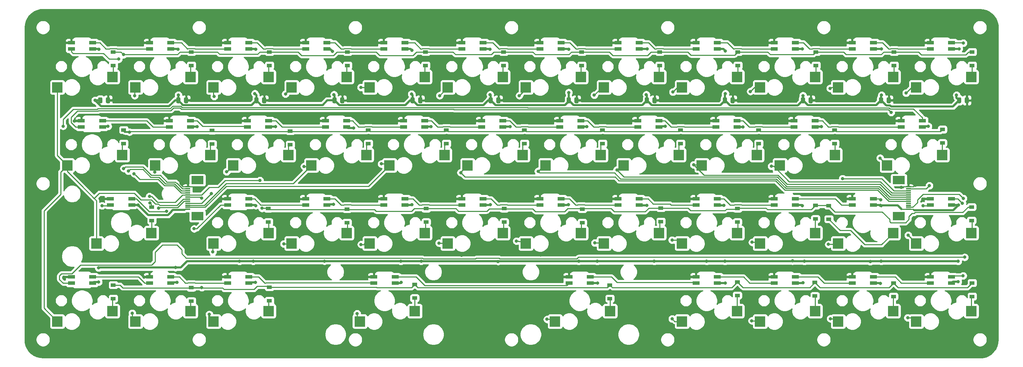
<source format=gbr>
%TF.GenerationSoftware,KiCad,Pcbnew,(5.1.10)-1*%
%TF.CreationDate,2021-09-02T23:13:25-06:00*%
%TF.ProjectId,MX43,4d583433-2e6b-4696-9361-645f70636258,rev?*%
%TF.SameCoordinates,Original*%
%TF.FileFunction,Copper,L2,Bot*%
%TF.FilePolarity,Positive*%
%FSLAX46Y46*%
G04 Gerber Fmt 4.6, Leading zero omitted, Abs format (unit mm)*
G04 Created by KiCad (PCBNEW (5.1.10)-1) date 2021-09-02 23:13:25*
%MOMM*%
%LPD*%
G01*
G04 APERTURE LIST*
%TA.AperFunction,SMDPad,CuDef*%
%ADD10R,1.800000X0.900000*%
%TD*%
%TA.AperFunction,SMDPad,CuDef*%
%ADD11R,2.550000X2.500000*%
%TD*%
%TA.AperFunction,SMDPad,CuDef*%
%ADD12R,3.000000X2.000000*%
%TD*%
%TA.AperFunction,SMDPad,CuDef*%
%ADD13R,1.300000X0.300000*%
%TD*%
%TA.AperFunction,SMDPad,CuDef*%
%ADD14R,1.200000X0.900000*%
%TD*%
%TA.AperFunction,ViaPad*%
%ADD15C,0.800000*%
%TD*%
%TA.AperFunction,Conductor*%
%ADD16C,0.250000*%
%TD*%
%TA.AperFunction,Conductor*%
%ADD17C,0.500000*%
%TD*%
%TA.AperFunction,Conductor*%
%ADD18C,0.254000*%
%TD*%
%TA.AperFunction,Conductor*%
%ADD19C,0.100000*%
%TD*%
G04 APERTURE END LIST*
D10*
%TO.P,U39,3*%
%TO.N,GND*%
X179772000Y-111040000D03*
%TO.P,U39,4*%
%TO.N,Net-(U38-Pad5)*%
X179772000Y-112540000D03*
%TO.P,U39,5*%
%TO.N,Net-(U39-Pad5)*%
X184972000Y-111040000D03*
%TO.P,U39,6*%
%TO.N,VCC*%
X184972000Y-112540000D03*
D11*
%TO.P,U39,2*%
%TO.N,COL7*%
X176357000Y-121920000D03*
%TO.P,U39,1*%
%TO.N,Net-(D39-Pad2)*%
X189782000Y-119380000D03*
%TD*%
D10*
%TO.P,U18,3*%
%TO.N,GND*%
X158436000Y-72940000D03*
%TO.P,U18,4*%
%TO.N,Net-(U17-Pad5)*%
X158436000Y-74440000D03*
%TO.P,U18,5*%
%TO.N,Net-(U18-Pad5)*%
X163636000Y-72940000D03*
%TO.P,U18,6*%
%TO.N,VCC*%
X163636000Y-74440000D03*
D11*
%TO.P,U18,2*%
%TO.N,COL6*%
X155021000Y-83820000D03*
%TO.P,U18,1*%
%TO.N,Net-(D18-Pad2)*%
X168446000Y-81280000D03*
%TD*%
D10*
%TO.P,U13,3*%
%TO.N,GND*%
X60773000Y-72940000D03*
%TO.P,U13,4*%
%TO.N,RGBDataR2*%
X60773000Y-74440000D03*
%TO.P,U13,5*%
%TO.N,Net-(U13-Pad5)*%
X65973000Y-72940000D03*
%TO.P,U13,6*%
%TO.N,VCC*%
X65973000Y-74440000D03*
D11*
%TO.P,U13,2*%
%TO.N,COL1*%
X57358000Y-83820000D03*
%TO.P,U13,1*%
%TO.N,Net-(D13-Pad2)*%
X70783000Y-81280000D03*
%TD*%
D10*
%TO.P,U20,3*%
%TO.N,GND*%
X196536000Y-72940000D03*
%TO.P,U20,4*%
%TO.N,Net-(U19-Pad5)*%
X196536000Y-74440000D03*
%TO.P,U20,5*%
%TO.N,Net-(U20-Pad5)*%
X201736000Y-72940000D03*
%TO.P,U20,6*%
%TO.N,VCC*%
X201736000Y-74440000D03*
D11*
%TO.P,U20,2*%
%TO.N,COL8*%
X193121000Y-83820000D03*
%TO.P,U20,1*%
%TO.N,Net-(D20-Pad2)*%
X206546000Y-81280000D03*
%TD*%
D10*
%TO.P,U21,3*%
%TO.N,GND*%
X215586000Y-72940000D03*
%TO.P,U21,4*%
%TO.N,Net-(U20-Pad5)*%
X215586000Y-74440000D03*
%TO.P,U21,5*%
%TO.N,Net-(U21-Pad5)*%
X220786000Y-72940000D03*
%TO.P,U21,6*%
%TO.N,VCC*%
X220786000Y-74440000D03*
D11*
%TO.P,U21,2*%
%TO.N,COL9*%
X212171000Y-83820000D03*
%TO.P,U21,1*%
%TO.N,Net-(D21-Pad2)*%
X225596000Y-81280000D03*
%TD*%
D10*
%TO.P,U34,3*%
%TO.N,GND*%
X267910000Y-91990000D03*
%TO.P,U34,4*%
%TO.N,Net-(U33-Pad5)*%
X267910000Y-93490000D03*
%TO.P,U34,5*%
%TO.N,RGBDataR4*%
X273110000Y-91990000D03*
%TO.P,U34,6*%
%TO.N,VCC*%
X273110000Y-93490000D03*
D11*
%TO.P,U34,2*%
%TO.N,COL12*%
X264495000Y-102870000D03*
%TO.P,U34,1*%
%TO.N,Net-(D34-Pad2)*%
X277920000Y-100330000D03*
%TD*%
D10*
%TO.P,U43,3*%
%TO.N,GND*%
X267910000Y-111040000D03*
%TO.P,U43,4*%
%TO.N,Net-(U42-Pad5)*%
X267910000Y-112540000D03*
%TO.P,U43,5*%
%TO.N,RGBOut*%
X273110000Y-111040000D03*
%TO.P,U43,6*%
%TO.N,VCC*%
X273110000Y-112540000D03*
D11*
%TO.P,U43,2*%
%TO.N,COL12*%
X264495000Y-121920000D03*
%TO.P,U43,1*%
%TO.N,Net-(D43-Pad2)*%
X277920000Y-119380000D03*
%TD*%
D10*
%TO.P,U40,3*%
%TO.N,GND*%
X210760000Y-111040000D03*
%TO.P,U40,4*%
%TO.N,Net-(U39-Pad5)*%
X210760000Y-112540000D03*
%TO.P,U40,5*%
%TO.N,Net-(U40-Pad5)*%
X215960000Y-111040000D03*
%TO.P,U40,6*%
%TO.N,VCC*%
X215960000Y-112540000D03*
D11*
%TO.P,U40,2*%
%TO.N,COL9*%
X207345000Y-121920000D03*
%TO.P,U40,1*%
%TO.N,Net-(D40-Pad2)*%
X220770000Y-119380000D03*
%TD*%
D10*
%TO.P,U38,3*%
%TO.N,GND*%
X132147000Y-111040000D03*
%TO.P,U38,4*%
%TO.N,Net-(U37-Pad5)*%
X132147000Y-112540000D03*
%TO.P,U38,5*%
%TO.N,Net-(U38-Pad5)*%
X137347000Y-111040000D03*
%TO.P,U38,6*%
%TO.N,VCC*%
X137347000Y-112540000D03*
D11*
%TO.P,U38,2*%
%TO.N,COL5*%
X128732000Y-121920000D03*
%TO.P,U38,1*%
%TO.N,Net-(D38-Pad2)*%
X142157000Y-119380000D03*
%TD*%
D10*
%TO.P,U35,3*%
%TO.N,GND*%
X58360000Y-111040000D03*
%TO.P,U35,4*%
%TO.N,RGBDataR4*%
X58360000Y-112540000D03*
%TO.P,U35,5*%
%TO.N,Net-(U35-Pad5)*%
X63560000Y-111040000D03*
%TO.P,U35,6*%
%TO.N,VCC*%
X63560000Y-112540000D03*
D11*
%TO.P,U35,2*%
%TO.N,COL1*%
X54945000Y-121920000D03*
%TO.P,U35,1*%
%TO.N,Net-(D35-Pad2)*%
X68370000Y-119380000D03*
%TD*%
D10*
%TO.P,U24,3*%
%TO.N,GND*%
X67885000Y-91990000D03*
%TO.P,U24,4*%
%TO.N,RGBDataR3*%
X67885000Y-93490000D03*
%TO.P,U24,5*%
%TO.N,Net-(U24-Pad5)*%
X73085000Y-91990000D03*
%TO.P,U24,6*%
%TO.N,VCC*%
X73085000Y-93490000D03*
D11*
%TO.P,U24,2*%
%TO.N,COL1*%
X64470000Y-102870000D03*
%TO.P,U24,1*%
%TO.N,Net-(D24-Pad2)*%
X77895000Y-100330000D03*
%TD*%
D10*
%TO.P,U42,3*%
%TO.N,GND*%
X248860000Y-111040000D03*
%TO.P,U42,4*%
%TO.N,Net-(U41-Pad5)*%
X248860000Y-112540000D03*
%TO.P,U42,5*%
%TO.N,Net-(U42-Pad5)*%
X254060000Y-111040000D03*
%TO.P,U42,6*%
%TO.N,VCC*%
X254060000Y-112540000D03*
D11*
%TO.P,U42,2*%
%TO.N,COL11*%
X245445000Y-121920000D03*
%TO.P,U42,1*%
%TO.N,Net-(D42-Pad2)*%
X258870000Y-119380000D03*
%TD*%
D10*
%TO.P,U23,3*%
%TO.N,GND*%
X260798000Y-72940000D03*
%TO.P,U23,4*%
%TO.N,Net-(U22-Pad5)*%
X260798000Y-74440000D03*
%TO.P,U23,5*%
%TO.N,RGBDataR3*%
X265998000Y-72940000D03*
%TO.P,U23,6*%
%TO.N,VCC*%
X265998000Y-74440000D03*
D11*
%TO.P,U23,2*%
%TO.N,COL12*%
X257383000Y-83820000D03*
%TO.P,U23,1*%
%TO.N,Net-(D23-Pad2)*%
X270808000Y-81280000D03*
%TD*%
D12*
%TO.P,J2,MP*%
%TO.N,N/C*%
X89100000Y-96200000D03*
X89100000Y-87400000D03*
D13*
%TO.P,J2,1*%
%TO.N,GND*%
X86750000Y-89050000D03*
%TO.P,J2,2*%
%TO.N,RGBData1*%
X86750000Y-89550000D03*
%TO.P,J2,3*%
%TO.N,ROW1*%
X86750000Y-90050000D03*
%TO.P,J2,4*%
%TO.N,ROW2*%
X86750000Y-90550000D03*
%TO.P,J2,5*%
%TO.N,ROW3*%
X86750000Y-91050000D03*
%TO.P,J2,6*%
%TO.N,ROW4*%
X86750000Y-91550000D03*
%TO.P,J2,7*%
%TO.N,COL1*%
X86750000Y-92050000D03*
%TO.P,J2,8*%
%TO.N,COL2*%
X86750000Y-92550000D03*
%TO.P,J2,9*%
%TO.N,COL3*%
X86750000Y-93050000D03*
%TO.P,J2,10*%
%TO.N,COL4*%
X86750000Y-93550000D03*
%TO.P,J2,11*%
%TO.N,COL5*%
X86750000Y-94050000D03*
%TO.P,J2,12*%
%TO.N,VCC*%
X86750000Y-94550000D03*
%TD*%
D12*
%TO.P,J1,MP*%
%TO.N,N/C*%
X260247000Y-87400000D03*
X260247000Y-96200000D03*
D13*
%TO.P,J1,1*%
%TO.N,VCC*%
X262597000Y-94550000D03*
%TO.P,J1,2*%
%TO.N,RGBOut*%
X262597000Y-94050000D03*
%TO.P,J1,3*%
%TO.N,N/C*%
X262597000Y-93550000D03*
%TO.P,J1,4*%
X262597000Y-93050000D03*
%TO.P,J1,5*%
%TO.N,COL6*%
X262597000Y-92550000D03*
%TO.P,J1,6*%
%TO.N,COL7*%
X262597000Y-92050000D03*
%TO.P,J1,7*%
%TO.N,COL8*%
X262597000Y-91550000D03*
%TO.P,J1,8*%
%TO.N,COL9*%
X262597000Y-91050000D03*
%TO.P,J1,9*%
%TO.N,COL10*%
X262597000Y-90550000D03*
%TO.P,J1,10*%
%TO.N,COL11*%
X262597000Y-90050000D03*
%TO.P,J1,11*%
%TO.N,COL12*%
X262597000Y-89550000D03*
%TO.P,J1,12*%
%TO.N,GND*%
X262597000Y-89050000D03*
%TD*%
%TO.P,C12,2*%
%TO.N,GND*%
%TA.AperFunction,SMDPad,CuDef*%
G36*
G01*
X276355000Y-68420000D02*
X276355000Y-67470000D01*
G75*
G02*
X276605000Y-67220000I250000J0D01*
G01*
X277105000Y-67220000D01*
G75*
G02*
X277355000Y-67470000I0J-250000D01*
G01*
X277355000Y-68420000D01*
G75*
G02*
X277105000Y-68670000I-250000J0D01*
G01*
X276605000Y-68670000D01*
G75*
G02*
X276355000Y-68420000I0J250000D01*
G01*
G37*
%TD.AperFunction*%
%TO.P,C12,1*%
%TO.N,VCC*%
%TA.AperFunction,SMDPad,CuDef*%
G36*
G01*
X274455000Y-68420000D02*
X274455000Y-67470000D01*
G75*
G02*
X274705000Y-67220000I250000J0D01*
G01*
X275205000Y-67220000D01*
G75*
G02*
X275455000Y-67470000I0J-250000D01*
G01*
X275455000Y-68420000D01*
G75*
G02*
X275205000Y-68670000I-250000J0D01*
G01*
X274705000Y-68670000D01*
G75*
G02*
X274455000Y-68420000I0J250000D01*
G01*
G37*
%TD.AperFunction*%
%TD*%
%TO.P,C11,2*%
%TO.N,GND*%
%TA.AperFunction,SMDPad,CuDef*%
G36*
G01*
X257305000Y-68420000D02*
X257305000Y-67470000D01*
G75*
G02*
X257555000Y-67220000I250000J0D01*
G01*
X258055000Y-67220000D01*
G75*
G02*
X258305000Y-67470000I0J-250000D01*
G01*
X258305000Y-68420000D01*
G75*
G02*
X258055000Y-68670000I-250000J0D01*
G01*
X257555000Y-68670000D01*
G75*
G02*
X257305000Y-68420000I0J250000D01*
G01*
G37*
%TD.AperFunction*%
%TO.P,C11,1*%
%TO.N,VCC*%
%TA.AperFunction,SMDPad,CuDef*%
G36*
G01*
X255405000Y-68420000D02*
X255405000Y-67470000D01*
G75*
G02*
X255655000Y-67220000I250000J0D01*
G01*
X256155000Y-67220000D01*
G75*
G02*
X256405000Y-67470000I0J-250000D01*
G01*
X256405000Y-68420000D01*
G75*
G02*
X256155000Y-68670000I-250000J0D01*
G01*
X255655000Y-68670000D01*
G75*
G02*
X255405000Y-68420000I0J250000D01*
G01*
G37*
%TD.AperFunction*%
%TD*%
%TO.P,C10,2*%
%TO.N,GND*%
%TA.AperFunction,SMDPad,CuDef*%
G36*
G01*
X238255000Y-68420000D02*
X238255000Y-67470000D01*
G75*
G02*
X238505000Y-67220000I250000J0D01*
G01*
X239005000Y-67220000D01*
G75*
G02*
X239255000Y-67470000I0J-250000D01*
G01*
X239255000Y-68420000D01*
G75*
G02*
X239005000Y-68670000I-250000J0D01*
G01*
X238505000Y-68670000D01*
G75*
G02*
X238255000Y-68420000I0J250000D01*
G01*
G37*
%TD.AperFunction*%
%TO.P,C10,1*%
%TO.N,VCC*%
%TA.AperFunction,SMDPad,CuDef*%
G36*
G01*
X236355000Y-68420000D02*
X236355000Y-67470000D01*
G75*
G02*
X236605000Y-67220000I250000J0D01*
G01*
X237105000Y-67220000D01*
G75*
G02*
X237355000Y-67470000I0J-250000D01*
G01*
X237355000Y-68420000D01*
G75*
G02*
X237105000Y-68670000I-250000J0D01*
G01*
X236605000Y-68670000D01*
G75*
G02*
X236355000Y-68420000I0J250000D01*
G01*
G37*
%TD.AperFunction*%
%TD*%
%TO.P,C9,2*%
%TO.N,GND*%
%TA.AperFunction,SMDPad,CuDef*%
G36*
G01*
X219205000Y-68420000D02*
X219205000Y-67470000D01*
G75*
G02*
X219455000Y-67220000I250000J0D01*
G01*
X219955000Y-67220000D01*
G75*
G02*
X220205000Y-67470000I0J-250000D01*
G01*
X220205000Y-68420000D01*
G75*
G02*
X219955000Y-68670000I-250000J0D01*
G01*
X219455000Y-68670000D01*
G75*
G02*
X219205000Y-68420000I0J250000D01*
G01*
G37*
%TD.AperFunction*%
%TO.P,C9,1*%
%TO.N,VCC*%
%TA.AperFunction,SMDPad,CuDef*%
G36*
G01*
X217305000Y-68420000D02*
X217305000Y-67470000D01*
G75*
G02*
X217555000Y-67220000I250000J0D01*
G01*
X218055000Y-67220000D01*
G75*
G02*
X218305000Y-67470000I0J-250000D01*
G01*
X218305000Y-68420000D01*
G75*
G02*
X218055000Y-68670000I-250000J0D01*
G01*
X217555000Y-68670000D01*
G75*
G02*
X217305000Y-68420000I0J250000D01*
G01*
G37*
%TD.AperFunction*%
%TD*%
%TO.P,C8,2*%
%TO.N,GND*%
%TA.AperFunction,SMDPad,CuDef*%
G36*
G01*
X200160000Y-68420000D02*
X200160000Y-67470000D01*
G75*
G02*
X200410000Y-67220000I250000J0D01*
G01*
X200910000Y-67220000D01*
G75*
G02*
X201160000Y-67470000I0J-250000D01*
G01*
X201160000Y-68420000D01*
G75*
G02*
X200910000Y-68670000I-250000J0D01*
G01*
X200410000Y-68670000D01*
G75*
G02*
X200160000Y-68420000I0J250000D01*
G01*
G37*
%TD.AperFunction*%
%TO.P,C8,1*%
%TO.N,VCC*%
%TA.AperFunction,SMDPad,CuDef*%
G36*
G01*
X198260000Y-68420000D02*
X198260000Y-67470000D01*
G75*
G02*
X198510000Y-67220000I250000J0D01*
G01*
X199010000Y-67220000D01*
G75*
G02*
X199260000Y-67470000I0J-250000D01*
G01*
X199260000Y-68420000D01*
G75*
G02*
X199010000Y-68670000I-250000J0D01*
G01*
X198510000Y-68670000D01*
G75*
G02*
X198260000Y-68420000I0J250000D01*
G01*
G37*
%TD.AperFunction*%
%TD*%
%TO.P,C7,2*%
%TO.N,GND*%
%TA.AperFunction,SMDPad,CuDef*%
G36*
G01*
X181110000Y-68420000D02*
X181110000Y-67470000D01*
G75*
G02*
X181360000Y-67220000I250000J0D01*
G01*
X181860000Y-67220000D01*
G75*
G02*
X182110000Y-67470000I0J-250000D01*
G01*
X182110000Y-68420000D01*
G75*
G02*
X181860000Y-68670000I-250000J0D01*
G01*
X181360000Y-68670000D01*
G75*
G02*
X181110000Y-68420000I0J250000D01*
G01*
G37*
%TD.AperFunction*%
%TO.P,C7,1*%
%TO.N,VCC*%
%TA.AperFunction,SMDPad,CuDef*%
G36*
G01*
X179210000Y-68420000D02*
X179210000Y-67470000D01*
G75*
G02*
X179460000Y-67220000I250000J0D01*
G01*
X179960000Y-67220000D01*
G75*
G02*
X180210000Y-67470000I0J-250000D01*
G01*
X180210000Y-68420000D01*
G75*
G02*
X179960000Y-68670000I-250000J0D01*
G01*
X179460000Y-68670000D01*
G75*
G02*
X179210000Y-68420000I0J250000D01*
G01*
G37*
%TD.AperFunction*%
%TD*%
%TO.P,C6,2*%
%TO.N,GND*%
%TA.AperFunction,SMDPad,CuDef*%
G36*
G01*
X162060000Y-68420000D02*
X162060000Y-67470000D01*
G75*
G02*
X162310000Y-67220000I250000J0D01*
G01*
X162810000Y-67220000D01*
G75*
G02*
X163060000Y-67470000I0J-250000D01*
G01*
X163060000Y-68420000D01*
G75*
G02*
X162810000Y-68670000I-250000J0D01*
G01*
X162310000Y-68670000D01*
G75*
G02*
X162060000Y-68420000I0J250000D01*
G01*
G37*
%TD.AperFunction*%
%TO.P,C6,1*%
%TO.N,VCC*%
%TA.AperFunction,SMDPad,CuDef*%
G36*
G01*
X160160000Y-68420000D02*
X160160000Y-67470000D01*
G75*
G02*
X160410000Y-67220000I250000J0D01*
G01*
X160910000Y-67220000D01*
G75*
G02*
X161160000Y-67470000I0J-250000D01*
G01*
X161160000Y-68420000D01*
G75*
G02*
X160910000Y-68670000I-250000J0D01*
G01*
X160410000Y-68670000D01*
G75*
G02*
X160160000Y-68420000I0J250000D01*
G01*
G37*
%TD.AperFunction*%
%TD*%
%TO.P,C5,2*%
%TO.N,GND*%
%TA.AperFunction,SMDPad,CuDef*%
G36*
G01*
X143010000Y-68420000D02*
X143010000Y-67470000D01*
G75*
G02*
X143260000Y-67220000I250000J0D01*
G01*
X143760000Y-67220000D01*
G75*
G02*
X144010000Y-67470000I0J-250000D01*
G01*
X144010000Y-68420000D01*
G75*
G02*
X143760000Y-68670000I-250000J0D01*
G01*
X143260000Y-68670000D01*
G75*
G02*
X143010000Y-68420000I0J250000D01*
G01*
G37*
%TD.AperFunction*%
%TO.P,C5,1*%
%TO.N,VCC*%
%TA.AperFunction,SMDPad,CuDef*%
G36*
G01*
X141110000Y-68420000D02*
X141110000Y-67470000D01*
G75*
G02*
X141360000Y-67220000I250000J0D01*
G01*
X141860000Y-67220000D01*
G75*
G02*
X142110000Y-67470000I0J-250000D01*
G01*
X142110000Y-68420000D01*
G75*
G02*
X141860000Y-68670000I-250000J0D01*
G01*
X141360000Y-68670000D01*
G75*
G02*
X141110000Y-68420000I0J250000D01*
G01*
G37*
%TD.AperFunction*%
%TD*%
%TO.P,C4,2*%
%TO.N,GND*%
%TA.AperFunction,SMDPad,CuDef*%
G36*
G01*
X123960000Y-68420000D02*
X123960000Y-67470000D01*
G75*
G02*
X124210000Y-67220000I250000J0D01*
G01*
X124710000Y-67220000D01*
G75*
G02*
X124960000Y-67470000I0J-250000D01*
G01*
X124960000Y-68420000D01*
G75*
G02*
X124710000Y-68670000I-250000J0D01*
G01*
X124210000Y-68670000D01*
G75*
G02*
X123960000Y-68420000I0J250000D01*
G01*
G37*
%TD.AperFunction*%
%TO.P,C4,1*%
%TO.N,VCC*%
%TA.AperFunction,SMDPad,CuDef*%
G36*
G01*
X122060000Y-68420000D02*
X122060000Y-67470000D01*
G75*
G02*
X122310000Y-67220000I250000J0D01*
G01*
X122810000Y-67220000D01*
G75*
G02*
X123060000Y-67470000I0J-250000D01*
G01*
X123060000Y-68420000D01*
G75*
G02*
X122810000Y-68670000I-250000J0D01*
G01*
X122310000Y-68670000D01*
G75*
G02*
X122060000Y-68420000I0J250000D01*
G01*
G37*
%TD.AperFunction*%
%TD*%
%TO.P,C3,2*%
%TO.N,GND*%
%TA.AperFunction,SMDPad,CuDef*%
G36*
G01*
X104910000Y-68420000D02*
X104910000Y-67470000D01*
G75*
G02*
X105160000Y-67220000I250000J0D01*
G01*
X105660000Y-67220000D01*
G75*
G02*
X105910000Y-67470000I0J-250000D01*
G01*
X105910000Y-68420000D01*
G75*
G02*
X105660000Y-68670000I-250000J0D01*
G01*
X105160000Y-68670000D01*
G75*
G02*
X104910000Y-68420000I0J250000D01*
G01*
G37*
%TD.AperFunction*%
%TO.P,C3,1*%
%TO.N,VCC*%
%TA.AperFunction,SMDPad,CuDef*%
G36*
G01*
X103010000Y-68420000D02*
X103010000Y-67470000D01*
G75*
G02*
X103260000Y-67220000I250000J0D01*
G01*
X103760000Y-67220000D01*
G75*
G02*
X104010000Y-67470000I0J-250000D01*
G01*
X104010000Y-68420000D01*
G75*
G02*
X103760000Y-68670000I-250000J0D01*
G01*
X103260000Y-68670000D01*
G75*
G02*
X103010000Y-68420000I0J250000D01*
G01*
G37*
%TD.AperFunction*%
%TD*%
%TO.P,C2,2*%
%TO.N,GND*%
%TA.AperFunction,SMDPad,CuDef*%
G36*
G01*
X85860000Y-68420000D02*
X85860000Y-67470000D01*
G75*
G02*
X86110000Y-67220000I250000J0D01*
G01*
X86610000Y-67220000D01*
G75*
G02*
X86860000Y-67470000I0J-250000D01*
G01*
X86860000Y-68420000D01*
G75*
G02*
X86610000Y-68670000I-250000J0D01*
G01*
X86110000Y-68670000D01*
G75*
G02*
X85860000Y-68420000I0J250000D01*
G01*
G37*
%TD.AperFunction*%
%TO.P,C2,1*%
%TO.N,VCC*%
%TA.AperFunction,SMDPad,CuDef*%
G36*
G01*
X83960000Y-68420000D02*
X83960000Y-67470000D01*
G75*
G02*
X84210000Y-67220000I250000J0D01*
G01*
X84710000Y-67220000D01*
G75*
G02*
X84960000Y-67470000I0J-250000D01*
G01*
X84960000Y-68420000D01*
G75*
G02*
X84710000Y-68670000I-250000J0D01*
G01*
X84210000Y-68670000D01*
G75*
G02*
X83960000Y-68420000I0J250000D01*
G01*
G37*
%TD.AperFunction*%
%TD*%
%TO.P,C1,2*%
%TO.N,GND*%
%TA.AperFunction,SMDPad,CuDef*%
G36*
G01*
X66810000Y-68420000D02*
X66810000Y-67470000D01*
G75*
G02*
X67060000Y-67220000I250000J0D01*
G01*
X67560000Y-67220000D01*
G75*
G02*
X67810000Y-67470000I0J-250000D01*
G01*
X67810000Y-68420000D01*
G75*
G02*
X67560000Y-68670000I-250000J0D01*
G01*
X67060000Y-68670000D01*
G75*
G02*
X66810000Y-68420000I0J250000D01*
G01*
G37*
%TD.AperFunction*%
%TO.P,C1,1*%
%TO.N,VCC*%
%TA.AperFunction,SMDPad,CuDef*%
G36*
G01*
X64910000Y-68420000D02*
X64910000Y-67470000D01*
G75*
G02*
X65160000Y-67220000I250000J0D01*
G01*
X65660000Y-67220000D01*
G75*
G02*
X65910000Y-67470000I0J-250000D01*
G01*
X65910000Y-68420000D01*
G75*
G02*
X65660000Y-68670000I-250000J0D01*
G01*
X65160000Y-68670000D01*
G75*
G02*
X64910000Y-68420000I0J250000D01*
G01*
G37*
%TD.AperFunction*%
%TD*%
D10*
%TO.P,U41,3*%
%TO.N,GND*%
X229810000Y-111040000D03*
%TO.P,U41,4*%
%TO.N,Net-(U40-Pad5)*%
X229810000Y-112540000D03*
%TO.P,U41,5*%
%TO.N,Net-(U41-Pad5)*%
X235010000Y-111040000D03*
%TO.P,U41,6*%
%TO.N,VCC*%
X235010000Y-112540000D03*
D11*
%TO.P,U41,2*%
%TO.N,COL10*%
X226395000Y-121920000D03*
%TO.P,U41,1*%
%TO.N,Net-(D41-Pad2)*%
X239820000Y-119380000D03*
%TD*%
D10*
%TO.P,U37,3*%
%TO.N,GND*%
X96460000Y-111040000D03*
%TO.P,U37,4*%
%TO.N,Net-(U36-Pad5)*%
X96460000Y-112540000D03*
%TO.P,U37,5*%
%TO.N,Net-(U37-Pad5)*%
X101660000Y-111040000D03*
%TO.P,U37,6*%
%TO.N,VCC*%
X101660000Y-112540000D03*
D11*
%TO.P,U37,2*%
%TO.N,COL3*%
X93045000Y-121920000D03*
%TO.P,U37,1*%
%TO.N,Net-(D37-Pad2)*%
X106470000Y-119380000D03*
%TD*%
D10*
%TO.P,U36,3*%
%TO.N,GND*%
X77410000Y-111040000D03*
%TO.P,U36,4*%
%TO.N,Net-(U35-Pad5)*%
X77410000Y-112540000D03*
%TO.P,U36,5*%
%TO.N,Net-(U36-Pad5)*%
X82610000Y-111040000D03*
%TO.P,U36,6*%
%TO.N,VCC*%
X82610000Y-112540000D03*
D11*
%TO.P,U36,2*%
%TO.N,COL2*%
X73995000Y-121920000D03*
%TO.P,U36,1*%
%TO.N,Net-(D36-Pad2)*%
X87420000Y-119380000D03*
%TD*%
D10*
%TO.P,U33,3*%
%TO.N,GND*%
X248860000Y-91990000D03*
%TO.P,U33,4*%
%TO.N,Net-(U32-Pad5)*%
X248860000Y-93490000D03*
%TO.P,U33,5*%
%TO.N,Net-(U33-Pad5)*%
X254060000Y-91990000D03*
%TO.P,U33,6*%
%TO.N,VCC*%
X254060000Y-93490000D03*
D11*
%TO.P,U33,2*%
%TO.N,COL11*%
X245445000Y-102870000D03*
%TO.P,U33,1*%
%TO.N,Net-(D33-Pad2)*%
X258870000Y-100330000D03*
%TD*%
D10*
%TO.P,U32,3*%
%TO.N,GND*%
X229810000Y-91990000D03*
%TO.P,U32,4*%
%TO.N,Net-(U31-Pad5)*%
X229810000Y-93490000D03*
%TO.P,U32,5*%
%TO.N,Net-(U32-Pad5)*%
X235010000Y-91990000D03*
%TO.P,U32,6*%
%TO.N,VCC*%
X235010000Y-93490000D03*
D11*
%TO.P,U32,2*%
%TO.N,COL10*%
X226395000Y-102870000D03*
%TO.P,U32,1*%
%TO.N,Net-(D32-Pad2)*%
X239820000Y-100330000D03*
%TD*%
D10*
%TO.P,U31,3*%
%TO.N,GND*%
X210760000Y-91990000D03*
%TO.P,U31,4*%
%TO.N,Net-(U30-Pad5)*%
X210760000Y-93490000D03*
%TO.P,U31,5*%
%TO.N,Net-(U31-Pad5)*%
X215960000Y-91990000D03*
%TO.P,U31,6*%
%TO.N,VCC*%
X215960000Y-93490000D03*
D11*
%TO.P,U31,2*%
%TO.N,COL9*%
X207345000Y-102870000D03*
%TO.P,U31,1*%
%TO.N,Net-(D31-Pad2)*%
X220770000Y-100330000D03*
%TD*%
D10*
%TO.P,U30,3*%
%TO.N,GND*%
X191710000Y-91990000D03*
%TO.P,U30,4*%
%TO.N,Net-(U29-Pad5)*%
X191710000Y-93490000D03*
%TO.P,U30,5*%
%TO.N,Net-(U30-Pad5)*%
X196910000Y-91990000D03*
%TO.P,U30,6*%
%TO.N,VCC*%
X196910000Y-93490000D03*
D11*
%TO.P,U30,2*%
%TO.N,COL8*%
X188295000Y-102870000D03*
%TO.P,U30,1*%
%TO.N,Net-(D30-Pad2)*%
X201720000Y-100330000D03*
%TD*%
D10*
%TO.P,U29,3*%
%TO.N,GND*%
X172660000Y-91990000D03*
%TO.P,U29,4*%
%TO.N,Net-(U28-Pad5)*%
X172660000Y-93490000D03*
%TO.P,U29,5*%
%TO.N,Net-(U29-Pad5)*%
X177860000Y-91990000D03*
%TO.P,U29,6*%
%TO.N,VCC*%
X177860000Y-93490000D03*
D11*
%TO.P,U29,2*%
%TO.N,COL7*%
X169245000Y-102870000D03*
%TO.P,U29,1*%
%TO.N,Net-(D29-Pad2)*%
X182670000Y-100330000D03*
%TD*%
D10*
%TO.P,U28,3*%
%TO.N,GND*%
X153610000Y-91990000D03*
%TO.P,U28,4*%
%TO.N,Net-(U27-Pad5)*%
X153610000Y-93490000D03*
%TO.P,U28,5*%
%TO.N,Net-(U28-Pad5)*%
X158810000Y-91990000D03*
%TO.P,U28,6*%
%TO.N,VCC*%
X158810000Y-93490000D03*
D11*
%TO.P,U28,2*%
%TO.N,COL6*%
X150195000Y-102870000D03*
%TO.P,U28,1*%
%TO.N,Net-(D28-Pad2)*%
X163620000Y-100330000D03*
%TD*%
D10*
%TO.P,U27,3*%
%TO.N,GND*%
X134560000Y-91990000D03*
%TO.P,U27,4*%
%TO.N,Net-(U26-Pad5)*%
X134560000Y-93490000D03*
%TO.P,U27,5*%
%TO.N,Net-(U27-Pad5)*%
X139760000Y-91990000D03*
%TO.P,U27,6*%
%TO.N,VCC*%
X139760000Y-93490000D03*
D11*
%TO.P,U27,2*%
%TO.N,COL5*%
X131145000Y-102870000D03*
%TO.P,U27,1*%
%TO.N,Net-(D27-Pad2)*%
X144570000Y-100330000D03*
%TD*%
D10*
%TO.P,U26,3*%
%TO.N,GND*%
X115510000Y-91990000D03*
%TO.P,U26,4*%
%TO.N,Net-(U25-Pad5)*%
X115510000Y-93490000D03*
%TO.P,U26,5*%
%TO.N,Net-(U26-Pad5)*%
X120710000Y-91990000D03*
%TO.P,U26,6*%
%TO.N,VCC*%
X120710000Y-93490000D03*
D11*
%TO.P,U26,2*%
%TO.N,COL4*%
X112095000Y-102870000D03*
%TO.P,U26,1*%
%TO.N,Net-(D26-Pad2)*%
X125520000Y-100330000D03*
%TD*%
D10*
%TO.P,U25,3*%
%TO.N,GND*%
X96460000Y-91990000D03*
%TO.P,U25,4*%
%TO.N,Net-(U24-Pad5)*%
X96460000Y-93490000D03*
%TO.P,U25,5*%
%TO.N,Net-(U25-Pad5)*%
X101660000Y-91990000D03*
%TO.P,U25,6*%
%TO.N,VCC*%
X101660000Y-93490000D03*
D11*
%TO.P,U25,2*%
%TO.N,COL3*%
X93045000Y-102870000D03*
%TO.P,U25,1*%
%TO.N,Net-(D25-Pad2)*%
X106470000Y-100330000D03*
%TD*%
D10*
%TO.P,U22,3*%
%TO.N,GND*%
X234636000Y-72940000D03*
%TO.P,U22,4*%
%TO.N,Net-(U21-Pad5)*%
X234636000Y-74440000D03*
%TO.P,U22,5*%
%TO.N,Net-(U22-Pad5)*%
X239836000Y-72940000D03*
%TO.P,U22,6*%
%TO.N,VCC*%
X239836000Y-74440000D03*
D11*
%TO.P,U22,2*%
%TO.N,COL10*%
X231221000Y-83820000D03*
%TO.P,U22,1*%
%TO.N,Net-(D22-Pad2)*%
X244646000Y-81280000D03*
%TD*%
D10*
%TO.P,U19,3*%
%TO.N,GND*%
X177486000Y-72940000D03*
%TO.P,U19,4*%
%TO.N,Net-(U18-Pad5)*%
X177486000Y-74440000D03*
%TO.P,U19,5*%
%TO.N,Net-(U19-Pad5)*%
X182686000Y-72940000D03*
%TO.P,U19,6*%
%TO.N,VCC*%
X182686000Y-74440000D03*
D11*
%TO.P,U19,2*%
%TO.N,COL7*%
X174071000Y-83820000D03*
%TO.P,U19,1*%
%TO.N,Net-(D19-Pad2)*%
X187496000Y-81280000D03*
%TD*%
D10*
%TO.P,U17,3*%
%TO.N,GND*%
X139386000Y-72940000D03*
%TO.P,U17,4*%
%TO.N,Net-(U16-Pad5)*%
X139386000Y-74440000D03*
%TO.P,U17,5*%
%TO.N,Net-(U17-Pad5)*%
X144586000Y-72940000D03*
%TO.P,U17,6*%
%TO.N,VCC*%
X144586000Y-74440000D03*
D11*
%TO.P,U17,2*%
%TO.N,COL5*%
X135971000Y-83820000D03*
%TO.P,U17,1*%
%TO.N,Net-(D17-Pad2)*%
X149396000Y-81280000D03*
%TD*%
D10*
%TO.P,U16,3*%
%TO.N,GND*%
X120336000Y-72940000D03*
%TO.P,U16,4*%
%TO.N,Net-(U15-Pad5)*%
X120336000Y-74440000D03*
%TO.P,U16,5*%
%TO.N,Net-(U16-Pad5)*%
X125536000Y-72940000D03*
%TO.P,U16,6*%
%TO.N,VCC*%
X125536000Y-74440000D03*
D11*
%TO.P,U16,2*%
%TO.N,COL4*%
X116921000Y-83820000D03*
%TO.P,U16,1*%
%TO.N,Net-(D16-Pad2)*%
X130346000Y-81280000D03*
%TD*%
D10*
%TO.P,U15,3*%
%TO.N,GND*%
X101286000Y-72940000D03*
%TO.P,U15,4*%
%TO.N,Net-(U14-Pad5)*%
X101286000Y-74440000D03*
%TO.P,U15,5*%
%TO.N,Net-(U15-Pad5)*%
X106486000Y-72940000D03*
%TO.P,U15,6*%
%TO.N,VCC*%
X106486000Y-74440000D03*
D11*
%TO.P,U15,2*%
%TO.N,COL3*%
X97871000Y-83820000D03*
%TO.P,U15,1*%
%TO.N,Net-(D15-Pad2)*%
X111296000Y-81280000D03*
%TD*%
D10*
%TO.P,U14,3*%
%TO.N,GND*%
X82236000Y-72940000D03*
%TO.P,U14,4*%
%TO.N,Net-(U13-Pad5)*%
X82236000Y-74440000D03*
%TO.P,U14,5*%
%TO.N,Net-(U14-Pad5)*%
X87436000Y-72940000D03*
%TO.P,U14,6*%
%TO.N,VCC*%
X87436000Y-74440000D03*
D11*
%TO.P,U14,2*%
%TO.N,COL2*%
X78821000Y-83820000D03*
%TO.P,U14,1*%
%TO.N,Net-(D14-Pad2)*%
X92246000Y-81280000D03*
%TD*%
D10*
%TO.P,U12,3*%
%TO.N,GND*%
X267910000Y-53890000D03*
%TO.P,U12,4*%
%TO.N,Net-(U11-Pad5)*%
X267910000Y-55390000D03*
%TO.P,U12,5*%
%TO.N,RGBDataR2*%
X273110000Y-53890000D03*
%TO.P,U12,6*%
%TO.N,VCC*%
X273110000Y-55390000D03*
D11*
%TO.P,U12,2*%
%TO.N,COL12*%
X264495000Y-64770000D03*
%TO.P,U12,1*%
%TO.N,Net-(D12-Pad2)*%
X277920000Y-62230000D03*
%TD*%
D10*
%TO.P,U11,3*%
%TO.N,GND*%
X248860000Y-53890000D03*
%TO.P,U11,4*%
%TO.N,Net-(U10-Pad5)*%
X248860000Y-55390000D03*
%TO.P,U11,5*%
%TO.N,Net-(U11-Pad5)*%
X254060000Y-53890000D03*
%TO.P,U11,6*%
%TO.N,VCC*%
X254060000Y-55390000D03*
D11*
%TO.P,U11,2*%
%TO.N,COL11*%
X245445000Y-64770000D03*
%TO.P,U11,1*%
%TO.N,Net-(D11-Pad2)*%
X258870000Y-62230000D03*
%TD*%
D10*
%TO.P,U10,3*%
%TO.N,GND*%
X229810000Y-53890000D03*
%TO.P,U10,4*%
%TO.N,Net-(U10-Pad4)*%
X229810000Y-55390000D03*
%TO.P,U10,5*%
%TO.N,Net-(U10-Pad5)*%
X235010000Y-53890000D03*
%TO.P,U10,6*%
%TO.N,VCC*%
X235010000Y-55390000D03*
D11*
%TO.P,U10,2*%
%TO.N,COL10*%
X226395000Y-64770000D03*
%TO.P,U10,1*%
%TO.N,Net-(D10-Pad2)*%
X239820000Y-62230000D03*
%TD*%
D10*
%TO.P,U9,3*%
%TO.N,GND*%
X210760000Y-53890000D03*
%TO.P,U9,4*%
%TO.N,Net-(U8-Pad5)*%
X210760000Y-55390000D03*
%TO.P,U9,5*%
%TO.N,Net-(U10-Pad4)*%
X215960000Y-53890000D03*
%TO.P,U9,6*%
%TO.N,VCC*%
X215960000Y-55390000D03*
D11*
%TO.P,U9,2*%
%TO.N,COL9*%
X207345000Y-64770000D03*
%TO.P,U9,1*%
%TO.N,Net-(D9-Pad2)*%
X220770000Y-62230000D03*
%TD*%
D10*
%TO.P,U8,3*%
%TO.N,GND*%
X191710000Y-53890000D03*
%TO.P,U8,4*%
%TO.N,Net-(U7-Pad5)*%
X191710000Y-55390000D03*
%TO.P,U8,5*%
%TO.N,Net-(U8-Pad5)*%
X196910000Y-53890000D03*
%TO.P,U8,6*%
%TO.N,VCC*%
X196910000Y-55390000D03*
D11*
%TO.P,U8,2*%
%TO.N,COL8*%
X188295000Y-64770000D03*
%TO.P,U8,1*%
%TO.N,Net-(D8-Pad2)*%
X201720000Y-62230000D03*
%TD*%
D10*
%TO.P,U7,3*%
%TO.N,GND*%
X172660000Y-53890000D03*
%TO.P,U7,4*%
%TO.N,Net-(U6-Pad5)*%
X172660000Y-55390000D03*
%TO.P,U7,5*%
%TO.N,Net-(U7-Pad5)*%
X177860000Y-53890000D03*
%TO.P,U7,6*%
%TO.N,VCC*%
X177860000Y-55390000D03*
D11*
%TO.P,U7,2*%
%TO.N,COL7*%
X169245000Y-64770000D03*
%TO.P,U7,1*%
%TO.N,Net-(D7-Pad2)*%
X182670000Y-62230000D03*
%TD*%
D10*
%TO.P,U6,3*%
%TO.N,GND*%
X153610000Y-53890000D03*
%TO.P,U6,4*%
%TO.N,Net-(U5-Pad5)*%
X153610000Y-55390000D03*
%TO.P,U6,5*%
%TO.N,Net-(U6-Pad5)*%
X158810000Y-53890000D03*
%TO.P,U6,6*%
%TO.N,VCC*%
X158810000Y-55390000D03*
D11*
%TO.P,U6,2*%
%TO.N,COL6*%
X150195000Y-64770000D03*
%TO.P,U6,1*%
%TO.N,Net-(D6-Pad2)*%
X163620000Y-62230000D03*
%TD*%
D10*
%TO.P,U5,3*%
%TO.N,GND*%
X134560000Y-53890000D03*
%TO.P,U5,4*%
%TO.N,Net-(U4-Pad5)*%
X134560000Y-55390000D03*
%TO.P,U5,5*%
%TO.N,Net-(U5-Pad5)*%
X139760000Y-53890000D03*
%TO.P,U5,6*%
%TO.N,VCC*%
X139760000Y-55390000D03*
D11*
%TO.P,U5,2*%
%TO.N,COL5*%
X131145000Y-64770000D03*
%TO.P,U5,1*%
%TO.N,Net-(D5-Pad2)*%
X144570000Y-62230000D03*
%TD*%
D10*
%TO.P,U4,3*%
%TO.N,GND*%
X115510000Y-53890000D03*
%TO.P,U4,4*%
%TO.N,Net-(U3-Pad5)*%
X115510000Y-55390000D03*
%TO.P,U4,5*%
%TO.N,Net-(U4-Pad5)*%
X120710000Y-53890000D03*
%TO.P,U4,6*%
%TO.N,VCC*%
X120710000Y-55390000D03*
D11*
%TO.P,U4,2*%
%TO.N,COL4*%
X112095000Y-64770000D03*
%TO.P,U4,1*%
%TO.N,Net-(D4-Pad2)*%
X125520000Y-62230000D03*
%TD*%
D10*
%TO.P,U3,3*%
%TO.N,GND*%
X96460000Y-53890000D03*
%TO.P,U3,4*%
%TO.N,Net-(U2-Pad5)*%
X96460000Y-55390000D03*
%TO.P,U3,5*%
%TO.N,Net-(U3-Pad5)*%
X101660000Y-53890000D03*
%TO.P,U3,6*%
%TO.N,VCC*%
X101660000Y-55390000D03*
D11*
%TO.P,U3,2*%
%TO.N,COL3*%
X93045000Y-64770000D03*
%TO.P,U3,1*%
%TO.N,Net-(D3-Pad2)*%
X106470000Y-62230000D03*
%TD*%
D10*
%TO.P,U2,3*%
%TO.N,GND*%
X77410000Y-53890000D03*
%TO.P,U2,4*%
%TO.N,Net-(U1-Pad5)*%
X77410000Y-55390000D03*
%TO.P,U2,5*%
%TO.N,Net-(U2-Pad5)*%
X82610000Y-53890000D03*
%TO.P,U2,6*%
%TO.N,VCC*%
X82610000Y-55390000D03*
D11*
%TO.P,U2,2*%
%TO.N,COL2*%
X73995000Y-64770000D03*
%TO.P,U2,1*%
%TO.N,Net-(D2-Pad2)*%
X87420000Y-62230000D03*
%TD*%
D10*
%TO.P,U1,3*%
%TO.N,GND*%
X58360000Y-53890000D03*
%TO.P,U1,4*%
%TO.N,RGBData1*%
X58360000Y-55390000D03*
%TO.P,U1,5*%
%TO.N,Net-(U1-Pad5)*%
X63560000Y-53890000D03*
%TO.P,U1,6*%
%TO.N,VCC*%
X63560000Y-55390000D03*
D11*
%TO.P,U1,2*%
%TO.N,COL1*%
X54945000Y-64770000D03*
%TO.P,U1,1*%
%TO.N,Net-(D1-Pad2)*%
X68370000Y-62230000D03*
%TD*%
D14*
%TO.P,D1,1*%
%TO.N,ROW1*%
X68580000Y-56135000D03*
%TO.P,D1,2*%
%TO.N,Net-(D1-Pad2)*%
X68580000Y-59435000D03*
%TD*%
%TO.P,D13,1*%
%TO.N,ROW2*%
X71120000Y-75185000D03*
%TO.P,D13,2*%
%TO.N,Net-(D13-Pad2)*%
X71120000Y-78485000D03*
%TD*%
%TO.P,D25,2*%
%TO.N,Net-(D25-Pad2)*%
X106426000Y-97662000D03*
%TO.P,D25,1*%
%TO.N,ROW3*%
X106426000Y-94362000D03*
%TD*%
%TO.P,D37,2*%
%TO.N,Net-(D37-Pad2)*%
X106680000Y-116840000D03*
%TO.P,D37,1*%
%TO.N,ROW4*%
X106680000Y-113540000D03*
%TD*%
%TO.P,D2,1*%
%TO.N,ROW1*%
X87630000Y-56135000D03*
%TO.P,D2,2*%
%TO.N,Net-(D2-Pad2)*%
X87630000Y-59435000D03*
%TD*%
%TO.P,D14,2*%
%TO.N,Net-(D14-Pad2)*%
X92710000Y-78613000D03*
%TO.P,D14,1*%
%TO.N,ROW2*%
X92710000Y-75313000D03*
%TD*%
%TO.P,D26,1*%
%TO.N,ROW3*%
X125603000Y-94490000D03*
%TO.P,D26,2*%
%TO.N,Net-(D26-Pad2)*%
X125603000Y-97790000D03*
%TD*%
%TO.P,D38,1*%
%TO.N,ROW4*%
X142113000Y-112905000D03*
%TO.P,D38,2*%
%TO.N,Net-(D38-Pad2)*%
X142113000Y-116205000D03*
%TD*%
%TO.P,D3,2*%
%TO.N,Net-(D3-Pad2)*%
X106680000Y-59435000D03*
%TO.P,D3,1*%
%TO.N,ROW1*%
X106680000Y-56135000D03*
%TD*%
%TO.P,D15,2*%
%TO.N,Net-(D15-Pad2)*%
X111760000Y-78740000D03*
%TO.P,D15,1*%
%TO.N,ROW2*%
X111760000Y-75440000D03*
%TD*%
%TO.P,D27,2*%
%TO.N,Net-(D27-Pad2)*%
X144907000Y-97663000D03*
%TO.P,D27,1*%
%TO.N,ROW3*%
X144907000Y-94363000D03*
%TD*%
%TO.P,D39,2*%
%TO.N,Net-(D39-Pad2)*%
X189738000Y-116332000D03*
%TO.P,D39,1*%
%TO.N,ROW4*%
X189738000Y-113032000D03*
%TD*%
%TO.P,D4,1*%
%TO.N,ROW1*%
X125730000Y-56135000D03*
%TO.P,D4,2*%
%TO.N,Net-(D4-Pad2)*%
X125730000Y-59435000D03*
%TD*%
%TO.P,D16,2*%
%TO.N,Net-(D16-Pad2)*%
X130810000Y-78485000D03*
%TO.P,D16,1*%
%TO.N,ROW2*%
X130810000Y-75185000D03*
%TD*%
%TO.P,D28,1*%
%TO.N,ROW3*%
X163957000Y-94362000D03*
%TO.P,D28,2*%
%TO.N,Net-(D28-Pad2)*%
X163957000Y-97662000D03*
%TD*%
%TO.P,D40,1*%
%TO.N,ROW4*%
X220853000Y-112270000D03*
%TO.P,D40,2*%
%TO.N,Net-(D40-Pad2)*%
X220853000Y-115570000D03*
%TD*%
%TO.P,D5,1*%
%TO.N,ROW1*%
X144780000Y-56135000D03*
%TO.P,D5,2*%
%TO.N,Net-(D5-Pad2)*%
X144780000Y-59435000D03*
%TD*%
%TO.P,D17,2*%
%TO.N,Net-(D17-Pad2)*%
X149860000Y-78485000D03*
%TO.P,D17,1*%
%TO.N,ROW2*%
X149860000Y-75185000D03*
%TD*%
%TO.P,D29,2*%
%TO.N,Net-(D29-Pad2)*%
X183007000Y-97790000D03*
%TO.P,D29,1*%
%TO.N,ROW3*%
X183007000Y-94490000D03*
%TD*%
%TO.P,D41,2*%
%TO.N,Net-(D41-Pad2)*%
X239776000Y-115697000D03*
%TO.P,D41,1*%
%TO.N,ROW4*%
X239776000Y-112397000D03*
%TD*%
%TO.P,D6,1*%
%TO.N,ROW1*%
X163830000Y-56135000D03*
%TO.P,D6,2*%
%TO.N,Net-(D6-Pad2)*%
X163830000Y-59435000D03*
%TD*%
%TO.P,D18,1*%
%TO.N,ROW2*%
X168910000Y-75185000D03*
%TO.P,D18,2*%
%TO.N,Net-(D18-Pad2)*%
X168910000Y-78485000D03*
%TD*%
%TO.P,D30,1*%
%TO.N,ROW3*%
X202184000Y-94236000D03*
%TO.P,D30,2*%
%TO.N,Net-(D30-Pad2)*%
X202184000Y-97536000D03*
%TD*%
%TO.P,D42,1*%
%TO.N,ROW4*%
X258953000Y-112524000D03*
%TO.P,D42,2*%
%TO.N,Net-(D42-Pad2)*%
X258953000Y-115824000D03*
%TD*%
%TO.P,D7,1*%
%TO.N,ROW1*%
X182880000Y-56135000D03*
%TO.P,D7,2*%
%TO.N,Net-(D7-Pad2)*%
X182880000Y-59435000D03*
%TD*%
%TO.P,D19,2*%
%TO.N,Net-(D19-Pad2)*%
X187960000Y-78485000D03*
%TO.P,D19,1*%
%TO.N,ROW2*%
X187960000Y-75185000D03*
%TD*%
%TO.P,D31,2*%
%TO.N,Net-(D31-Pad2)*%
X220853000Y-97663000D03*
%TO.P,D31,1*%
%TO.N,ROW3*%
X220853000Y-94363000D03*
%TD*%
%TO.P,D8,1*%
%TO.N,ROW1*%
X201930000Y-56135000D03*
%TO.P,D8,2*%
%TO.N,Net-(D8-Pad2)*%
X201930000Y-59435000D03*
%TD*%
%TO.P,D20,1*%
%TO.N,ROW2*%
X207010000Y-75185000D03*
%TO.P,D20,2*%
%TO.N,Net-(D20-Pad2)*%
X207010000Y-78485000D03*
%TD*%
%TO.P,D32,1*%
%TO.N,ROW3*%
X239903000Y-93601000D03*
%TO.P,D32,2*%
%TO.N,Net-(D32-Pad2)*%
X239903000Y-96901000D03*
%TD*%
%TO.P,D43,2*%
%TO.N,Net-(D43-Pad2)*%
X278130000Y-115824000D03*
%TO.P,D43,1*%
%TO.N,ROW4*%
X278130000Y-112524000D03*
%TD*%
%TO.P,D9,2*%
%TO.N,Net-(D9-Pad2)*%
X220980000Y-59435000D03*
%TO.P,D9,1*%
%TO.N,ROW1*%
X220980000Y-56135000D03*
%TD*%
%TO.P,D21,2*%
%TO.N,Net-(D21-Pad2)*%
X226060000Y-78485000D03*
%TO.P,D21,1*%
%TO.N,ROW2*%
X226060000Y-75185000D03*
%TD*%
%TO.P,D33,2*%
%TO.N,Net-(D33-Pad2)*%
X243141500Y-96939100D03*
%TO.P,D33,1*%
%TO.N,ROW3*%
X243141500Y-93639100D03*
%TD*%
%TO.P,D10,2*%
%TO.N,Net-(D10-Pad2)*%
X240030000Y-59435000D03*
%TO.P,D10,1*%
%TO.N,ROW1*%
X240030000Y-56135000D03*
%TD*%
%TO.P,D22,1*%
%TO.N,ROW2*%
X244602000Y-75185000D03*
%TO.P,D22,2*%
%TO.N,Net-(D22-Pad2)*%
X244602000Y-78485000D03*
%TD*%
%TO.P,D34,1*%
%TO.N,ROW3*%
X278003000Y-93982000D03*
%TO.P,D34,2*%
%TO.N,Net-(D34-Pad2)*%
X278003000Y-97282000D03*
%TD*%
%TO.P,D11,2*%
%TO.N,Net-(D11-Pad2)*%
X259080000Y-59435000D03*
%TO.P,D11,1*%
%TO.N,ROW1*%
X259080000Y-56135000D03*
%TD*%
%TO.P,D23,2*%
%TO.N,Net-(D23-Pad2)*%
X270891000Y-78358000D03*
%TO.P,D23,1*%
%TO.N,ROW2*%
X270891000Y-75058000D03*
%TD*%
%TO.P,D35,2*%
%TO.N,Net-(D35-Pad2)*%
X68580000Y-116332000D03*
%TO.P,D35,1*%
%TO.N,ROW4*%
X68580000Y-113032000D03*
%TD*%
%TO.P,D12,1*%
%TO.N,ROW1*%
X278130000Y-56135000D03*
%TO.P,D12,2*%
%TO.N,Net-(D12-Pad2)*%
X278130000Y-59435000D03*
%TD*%
%TO.P,D24,1*%
%TO.N,ROW3*%
X77978000Y-93981000D03*
%TO.P,D24,2*%
%TO.N,Net-(D24-Pad2)*%
X77978000Y-97281000D03*
%TD*%
%TO.P,D36,1*%
%TO.N,ROW4*%
X87630000Y-113665000D03*
%TO.P,D36,2*%
%TO.N,Net-(D36-Pad2)*%
X87630000Y-116965000D03*
%TD*%
D15*
%TO.N,ROW1*%
X71100000Y-56800000D03*
X72263000Y-85217000D03*
%TO.N,ROW2*%
X72517000Y-75692000D03*
X73660006Y-85852000D03*
%TO.N,VCC*%
X65100000Y-55500000D03*
X84400000Y-55500000D03*
X84100000Y-112400000D03*
X103378000Y-55499000D03*
X103251000Y-112395000D03*
X122047000Y-56007000D03*
X122301000Y-93345000D03*
X141478000Y-55753000D03*
X160528000Y-55499000D03*
X160616900Y-93446600D03*
X179705000Y-55499000D03*
X198882000Y-55372000D03*
X198755000Y-93599000D03*
X217932000Y-55880000D03*
X236728000Y-55372000D03*
X256032000Y-55372000D03*
X274955000Y-55372000D03*
X217551000Y-93599000D03*
X217932000Y-112522000D03*
X274320000Y-66675000D03*
X256032000Y-66675000D03*
X236855000Y-66802000D03*
X217932000Y-66294000D03*
X198628000Y-66548000D03*
X179705000Y-66040000D03*
X160528000Y-66548000D03*
X141351000Y-66421000D03*
X122428000Y-66548000D03*
X103124000Y-66294000D03*
X84455000Y-66675000D03*
%TO.N,RGBData1*%
X69900000Y-57900000D03*
%TO.N,GND*%
X56700000Y-53900000D03*
X75692000Y-53848000D03*
X94869000Y-53848000D03*
X76073000Y-111125000D03*
X114046000Y-53848000D03*
X132969000Y-53975000D03*
X152019000Y-53975000D03*
X208788000Y-53848000D03*
X189865000Y-53721000D03*
X170815000Y-53848000D03*
X228092000Y-53721000D03*
X209169000Y-110998000D03*
X265938000Y-53721000D03*
X247015000Y-53975000D03*
X153543000Y-105791000D03*
X172847000Y-105664000D03*
X68580000Y-67945000D03*
X87630000Y-67945000D03*
X106680000Y-67945000D03*
X163830000Y-67945000D03*
X182880000Y-67945000D03*
X240030000Y-67945000D03*
X259080000Y-67945000D03*
X276860000Y-66040000D03*
X201930000Y-67945000D03*
X220980000Y-67945000D03*
X65600000Y-57500000D03*
%TO.N,RGBDataR2*%
X275971000Y-53974996D03*
%TO.N,VCC*%
X64135000Y-67945000D03*
X67310000Y-74295000D03*
X74663300Y-93497400D03*
X65011300Y-112293400D03*
X89039700Y-74358500D03*
X108178600Y-74333100D03*
X127215900Y-74676000D03*
X146138900Y-74371200D03*
X165442900Y-74396600D03*
X184137300Y-74358500D03*
X203250800Y-74320400D03*
X222199200Y-74447400D03*
X241363500Y-74409300D03*
X267436600Y-74295000D03*
X274764500Y-93472000D03*
X274726400Y-112217200D03*
X274726400Y-107238800D03*
X65011300Y-108839000D03*
X83756500Y-108775500D03*
X102717600Y-107213400D03*
%TO.N,RGBData1*%
X71120000Y-84582000D03*
%TO.N,GND*%
X132842000Y-91948000D03*
X151765000Y-91821000D03*
X170688000Y-92075000D03*
X189992000Y-91948000D03*
X208788000Y-91948000D03*
X228092000Y-91948000D03*
X247142000Y-92075000D03*
X94996000Y-110998000D03*
X59055000Y-73025000D03*
X80645000Y-73025000D03*
X99695000Y-73025000D03*
X118745000Y-73025000D03*
X137795000Y-73025000D03*
X156845000Y-73025000D03*
X175895000Y-73025000D03*
X194945000Y-73025000D03*
X213995000Y-73025000D03*
X233045000Y-73025000D03*
X259080000Y-73025000D03*
X56515000Y-111125000D03*
X130175000Y-111125000D03*
X177800000Y-111125000D03*
X227965000Y-111125000D03*
X247015000Y-111125000D03*
X266065000Y-111125000D03*
X266065000Y-92075000D03*
X94615000Y-92075000D03*
X66040000Y-92075000D03*
%TO.N,COL5*%
X129000000Y-64800000D03*
%TO.N,VCC*%
X138836400Y-112356900D03*
X138722100Y-107213400D03*
X186753500Y-112585500D03*
X186677300Y-107238800D03*
X217817700Y-107238800D03*
X236829600Y-112483900D03*
X237185200Y-107238800D03*
X255765300Y-112661700D03*
X255943100Y-107238800D03*
X255727200Y-93548200D03*
X236689900Y-93649800D03*
X213360000Y-107238800D03*
X200583800Y-107238800D03*
X179603400Y-93459300D03*
X182143400Y-107238800D03*
X141439900Y-93433900D03*
X143700500Y-107213400D03*
X120103900Y-107188000D03*
X103339900Y-93637100D03*
X99352100Y-107213400D03*
X234302300Y-107175300D03*
X253263400Y-107302300D03*
X162471100Y-107276900D03*
%TO.N,GND*%
X271056100Y-66357500D03*
X272542000Y-72517000D03*
X272542000Y-86398100D03*
X275691600Y-102920800D03*
X260800000Y-89200000D03*
X264300000Y-88700000D03*
X84800000Y-87400000D03*
X88700000Y-89800000D03*
%TO.N,Net-(U24-Pad5)*%
X88300000Y-99299998D03*
X81600000Y-95000002D03*
%TO.N,Net-(U33-Pad5)*%
X255828800Y-92227400D03*
X266141200Y-93637100D03*
%TO.N,COL4*%
X110600000Y-66400000D03*
%TO.N,COL3*%
X93200000Y-67000000D03*
%TO.N,COL2*%
X73800000Y-66800000D03*
X73200000Y-119900000D03*
%TO.N,COL6*%
X148200000Y-66800000D03*
%TO.N,COL12*%
X262001000Y-66167000D03*
%TO.N,ROW3*%
X104863900Y-94297500D03*
X104343200Y-87515700D03*
X77400000Y-91399998D03*
X77557140Y-93018870D03*
%TO.N,ROW4*%
X90170000Y-113665000D03*
X90100000Y-91800000D03*
%TO.N,COL5*%
X133972300Y-83464400D03*
X129032000Y-103124000D03*
X128066800Y-120027700D03*
%TO.N,COL4*%
X115150900Y-84074000D03*
X110197900Y-102971600D03*
%TO.N,COL3*%
X92875100Y-104927400D03*
X96227900Y-85369400D03*
X92475101Y-90675103D03*
X92000000Y-120200000D03*
%TO.N,COL2*%
X78740000Y-85438979D03*
X79672821Y-94273587D03*
%TO.N,COL6*%
X148056600Y-102793800D03*
X153352500Y-85598000D03*
%TO.N,COL12*%
X255676400Y-82042000D03*
X262534400Y-100888800D03*
X267690600Y-88773000D03*
X267690600Y-88773000D03*
X262407400Y-121018300D03*
%TO.N,COL11*%
X243459000Y-65024000D03*
X243078000Y-103111300D03*
X246507000Y-87070090D03*
X243535200Y-121234200D03*
%TO.N,COL10*%
X224028000Y-65786000D03*
X229171500Y-84035900D03*
X224447100Y-102590600D03*
X224358200Y-121754900D03*
%TO.N,COL9*%
X205105000Y-65913000D03*
X210172300Y-83680300D03*
X204914500Y-102044500D03*
X204927200Y-121285000D03*
%TO.N,COL8*%
X185928000Y-66675000D03*
X186080400Y-102755700D03*
X191452498Y-84950300D03*
%TO.N,COL7*%
X167640000Y-66802000D03*
X166954200Y-102298500D03*
X174421800Y-121399300D03*
X172224700Y-85267800D03*
%TO.N,RGBOut*%
X275971000Y-91884500D03*
X275920200Y-110769400D03*
%TO.N,RGBDataR2*%
X258368800Y-70883310D03*
%TO.N,RGBDataR3*%
X56337200Y-74256900D03*
X65824100Y-93662500D03*
%TO.N,RGBDataR4*%
X276301200Y-106235500D03*
X275753990Y-93078300D03*
%TD*%
D16*
%TO.N,ROW1*%
X68580000Y-56135000D02*
X70435000Y-56135000D01*
X70435000Y-56135000D02*
X71100000Y-56800000D01*
X201930000Y-56135000D02*
X208735000Y-56135000D01*
X208735000Y-56135000D02*
X209500000Y-56900000D01*
X220215000Y-56900000D02*
X220980000Y-56135000D01*
X209500000Y-56900000D02*
X220215000Y-56900000D01*
X180365000Y-56135000D02*
X182880000Y-56135000D01*
X179700000Y-56800000D02*
X180365000Y-56135000D01*
X171600000Y-56800000D02*
X179700000Y-56800000D01*
X170935000Y-56135000D02*
X171600000Y-56800000D01*
X163830000Y-56135000D02*
X170935000Y-56135000D01*
X161465000Y-56135000D02*
X163830000Y-56135000D01*
X160800000Y-56800000D02*
X161465000Y-56135000D01*
X152100000Y-56800000D02*
X160800000Y-56800000D01*
X151435000Y-56135000D02*
X152100000Y-56800000D01*
X144780000Y-56135000D02*
X151435000Y-56135000D01*
X142565000Y-56135000D02*
X144780000Y-56135000D01*
X141700000Y-57000000D02*
X142565000Y-56135000D01*
X133600000Y-57000000D02*
X141700000Y-57000000D01*
X132735000Y-56135000D02*
X133600000Y-57000000D01*
X125730000Y-56135000D02*
X132735000Y-56135000D01*
X123197500Y-56135000D02*
X125730000Y-56135000D01*
X122332500Y-57000000D02*
X123197500Y-56135000D01*
X114500000Y-57000000D02*
X122332500Y-57000000D01*
X113635000Y-56135000D02*
X114500000Y-57000000D01*
X106680000Y-56135000D02*
X113635000Y-56135000D01*
X256565000Y-56135000D02*
X259080000Y-56135000D01*
X255900000Y-56800000D02*
X256565000Y-56135000D01*
X247400000Y-56800000D02*
X255900000Y-56800000D01*
X246735000Y-56135000D02*
X247400000Y-56800000D01*
X240030000Y-56135000D02*
X246735000Y-56135000D01*
X277280000Y-56135000D02*
X278130000Y-56135000D01*
X276580000Y-56835000D02*
X277280000Y-56135000D01*
X265735000Y-56835000D02*
X276580000Y-56835000D01*
X265035000Y-56135000D02*
X265735000Y-56835000D01*
X259080000Y-56135000D02*
X265035000Y-56135000D01*
X239365000Y-56800000D02*
X240030000Y-56135000D01*
X228900000Y-56800000D02*
X239365000Y-56800000D01*
X228235000Y-56135000D02*
X228900000Y-56800000D01*
X220980000Y-56135000D02*
X228235000Y-56135000D01*
X199765000Y-56135000D02*
X201930000Y-56135000D01*
X198900000Y-57000000D02*
X199765000Y-56135000D01*
X190500000Y-57000000D02*
X198900000Y-57000000D01*
X189635000Y-56135000D02*
X190500000Y-57000000D01*
X182880000Y-56135000D02*
X189635000Y-56135000D01*
X84200000Y-56800000D02*
X71100000Y-56800000D01*
X84865000Y-56135000D02*
X84200000Y-56800000D01*
X87630000Y-56135000D02*
X84865000Y-56135000D01*
X104372500Y-56135000D02*
X106680000Y-56135000D01*
X103807500Y-56700000D02*
X104372500Y-56135000D01*
X94500000Y-56700000D02*
X103807500Y-56700000D01*
X93935000Y-56135000D02*
X94500000Y-56700000D01*
X87630000Y-56135000D02*
X93935000Y-56135000D01*
%TO.N,Net-(D1-Pad2)*%
X68580000Y-62020000D02*
X68370000Y-62230000D01*
X68580000Y-59435000D02*
X68580000Y-62020000D01*
%TO.N,ROW2*%
X71373000Y-75692000D02*
X70866000Y-75185000D01*
X72517000Y-75692000D02*
X71373000Y-75692000D01*
X92482990Y-75540010D02*
X92710000Y-75313000D01*
X71475010Y-75540010D02*
X92482990Y-75540010D01*
X71120000Y-75185000D02*
X71475010Y-75540010D01*
X111659990Y-75540010D02*
X111760000Y-75440000D01*
X92937010Y-75540010D02*
X111659990Y-75540010D01*
X92710000Y-75313000D02*
X92937010Y-75540010D01*
X130454990Y-75540010D02*
X130810000Y-75185000D01*
X111860010Y-75540010D02*
X130454990Y-75540010D01*
X111760000Y-75440000D02*
X111860010Y-75540010D01*
X149504990Y-75540010D02*
X149860000Y-75185000D01*
X131165010Y-75540010D02*
X149504990Y-75540010D01*
X130810000Y-75185000D02*
X131165010Y-75540010D01*
X168554990Y-75540010D02*
X168910000Y-75185000D01*
X150215010Y-75540010D02*
X168554990Y-75540010D01*
X149860000Y-75185000D02*
X150215010Y-75540010D01*
X187604990Y-75540010D02*
X187960000Y-75185000D01*
X169265010Y-75540010D02*
X187604990Y-75540010D01*
X168910000Y-75185000D02*
X169265010Y-75540010D01*
X188315010Y-75540010D02*
X206654990Y-75540010D01*
X206654990Y-75540010D02*
X207010000Y-75185000D01*
X187960000Y-75185000D02*
X188315010Y-75540010D01*
X225704990Y-75540010D02*
X226060000Y-75185000D01*
X207365010Y-75540010D02*
X225704990Y-75540010D01*
X207010000Y-75185000D02*
X207365010Y-75540010D01*
X244246990Y-75540010D02*
X244602000Y-75185000D01*
X226415010Y-75540010D02*
X244246990Y-75540010D01*
X226060000Y-75185000D02*
X226415010Y-75540010D01*
X244957010Y-75540010D02*
X270408990Y-75540010D01*
X270408990Y-75540010D02*
X270891000Y-75058000D01*
X244602000Y-75185000D02*
X244957010Y-75540010D01*
%TO.N,Net-(D2-Pad2)*%
X87420000Y-62230000D02*
X87420000Y-59480000D01*
%TO.N,Net-(D3-Pad2)*%
X106470000Y-59645000D02*
X106680000Y-59435000D01*
X106470000Y-62230000D02*
X106470000Y-59645000D01*
%TO.N,Net-(D4-Pad2)*%
X125520000Y-59645000D02*
X125730000Y-59435000D01*
X125520000Y-62230000D02*
X125520000Y-59645000D01*
%TO.N,Net-(D5-Pad2)*%
X144570000Y-59645000D02*
X144780000Y-59435000D01*
X144570000Y-62230000D02*
X144570000Y-59645000D01*
%TO.N,Net-(D6-Pad2)*%
X163620000Y-59645000D02*
X163830000Y-59435000D01*
X163620000Y-62230000D02*
X163620000Y-59645000D01*
%TO.N,Net-(D7-Pad2)*%
X182670000Y-59645000D02*
X182880000Y-59435000D01*
X182670000Y-62230000D02*
X182670000Y-59645000D01*
%TO.N,Net-(D8-Pad2)*%
X201720000Y-59645000D02*
X201930000Y-59435000D01*
X201720000Y-62230000D02*
X201720000Y-59645000D01*
%TO.N,Net-(D9-Pad2)*%
X220980000Y-62020000D02*
X220770000Y-62230000D01*
X220980000Y-59435000D02*
X220980000Y-62020000D01*
%TO.N,Net-(D10-Pad2)*%
X240030000Y-62020000D02*
X239820000Y-62230000D01*
X240030000Y-59435000D02*
X240030000Y-62020000D01*
%TO.N,Net-(D11-Pad2)*%
X259080000Y-62020000D02*
X258870000Y-62230000D01*
X259080000Y-59435000D02*
X259080000Y-62020000D01*
%TO.N,Net-(D12-Pad2)*%
X278130000Y-62020000D02*
X277920000Y-62230000D01*
X278130000Y-59435000D02*
X278130000Y-62020000D01*
%TO.N,Net-(D13-Pad2)*%
X70783000Y-78568000D02*
X70866000Y-78485000D01*
X70783000Y-81280000D02*
X70783000Y-78568000D01*
%TO.N,Net-(D14-Pad2)*%
X92246000Y-79077000D02*
X92710000Y-78613000D01*
X92246000Y-81280000D02*
X92246000Y-79077000D01*
%TO.N,Net-(D15-Pad2)*%
X111296000Y-79204000D02*
X111760000Y-78740000D01*
X111296000Y-81280000D02*
X111296000Y-79204000D01*
%TO.N,Net-(D16-Pad2)*%
X130346000Y-78949000D02*
X130810000Y-78485000D01*
X130346000Y-81280000D02*
X130346000Y-78949000D01*
%TO.N,Net-(D17-Pad2)*%
X149396000Y-78949000D02*
X149860000Y-78485000D01*
X149396000Y-81280000D02*
X149396000Y-78949000D01*
%TO.N,Net-(D18-Pad2)*%
X168446000Y-78949000D02*
X168910000Y-78485000D01*
X168446000Y-81280000D02*
X168446000Y-78949000D01*
%TO.N,Net-(D19-Pad2)*%
X187496000Y-81280000D02*
X187496000Y-78569000D01*
X187580000Y-78485000D02*
X187960000Y-78485000D01*
X187496000Y-78569000D02*
X187580000Y-78485000D01*
%TO.N,Net-(D20-Pad2)*%
X206546000Y-78949000D02*
X207010000Y-78485000D01*
X206546000Y-81280000D02*
X206546000Y-78949000D01*
%TO.N,Net-(D21-Pad2)*%
X225596000Y-78949000D02*
X226060000Y-78485000D01*
X225596000Y-81280000D02*
X225596000Y-78949000D01*
%TO.N,Net-(D22-Pad2)*%
X244646000Y-78529000D02*
X244602000Y-78485000D01*
X244646000Y-81280000D02*
X244646000Y-78529000D01*
%TO.N,Net-(D23-Pad2)*%
X270808000Y-78441000D02*
X270891000Y-78358000D01*
X270808000Y-81280000D02*
X270808000Y-78441000D01*
%TO.N,Net-(D24-Pad2)*%
X77978000Y-100247000D02*
X77895000Y-100330000D01*
X77978000Y-97281000D02*
X77978000Y-100247000D01*
%TO.N,Net-(D25-Pad2)*%
X106680000Y-100120000D02*
X106470000Y-100330000D01*
X106470000Y-97706000D02*
X106426000Y-97662000D01*
X106470000Y-100330000D02*
X106470000Y-97706000D01*
%TO.N,Net-(D26-Pad2)*%
X125730000Y-100120000D02*
X125520000Y-100330000D01*
X125730000Y-97535000D02*
X125730000Y-100120000D01*
%TO.N,Net-(D27-Pad2)*%
X144780000Y-100120000D02*
X144570000Y-100330000D01*
X144780000Y-97535000D02*
X144780000Y-100120000D01*
%TO.N,Net-(D28-Pad2)*%
X163830000Y-100120000D02*
X163620000Y-100330000D01*
X163830000Y-97535000D02*
X163830000Y-100120000D01*
%TO.N,Net-(D29-Pad2)*%
X182753000Y-100247000D02*
X182670000Y-100330000D01*
X182753000Y-97535000D02*
X182753000Y-100247000D01*
%TO.N,Net-(D30-Pad2)*%
X201930000Y-100120000D02*
X201720000Y-100330000D01*
X201930000Y-97535000D02*
X201930000Y-100120000D01*
%TO.N,Net-(D31-Pad2)*%
X220980000Y-100120000D02*
X220770000Y-100330000D01*
X220980000Y-97535000D02*
X220980000Y-100120000D01*
%TO.N,Net-(D32-Pad2)*%
X240030000Y-100120000D02*
X239820000Y-100330000D01*
%TO.N,Net-(D34-Pad2)*%
X278130000Y-100120000D02*
X277920000Y-100330000D01*
X278130000Y-97535000D02*
X278130000Y-100120000D01*
%TO.N,Net-(D35-Pad2)*%
X68370000Y-116795000D02*
X68580000Y-116585000D01*
X68370000Y-119380000D02*
X68370000Y-116795000D01*
%TO.N,Net-(D36-Pad2)*%
X87420000Y-116795000D02*
X87630000Y-116585000D01*
X87420000Y-119380000D02*
X87420000Y-116795000D01*
%TO.N,Net-(D37-Pad2)*%
X106470000Y-116795000D02*
X106680000Y-116585000D01*
X106470000Y-119380000D02*
X106470000Y-116795000D01*
%TO.N,Net-(D38-Pad2)*%
X142157000Y-116249000D02*
X142113000Y-116205000D01*
X142157000Y-119380000D02*
X142157000Y-116249000D01*
%TO.N,Net-(D39-Pad2)*%
X189782000Y-116376000D02*
X189738000Y-116332000D01*
X189782000Y-119380000D02*
X189782000Y-116376000D01*
%TO.N,Net-(D40-Pad2)*%
X220980000Y-119170000D02*
X220770000Y-119380000D01*
X220770000Y-115653000D02*
X220853000Y-115570000D01*
X220770000Y-119380000D02*
X220770000Y-115653000D01*
%TO.N,Net-(D41-Pad2)*%
X240030000Y-119170000D02*
X239820000Y-119380000D01*
X239820000Y-115741000D02*
X239776000Y-115697000D01*
X239820000Y-119380000D02*
X239820000Y-115741000D01*
%TO.N,Net-(D42-Pad2)*%
X258870000Y-115907000D02*
X258953000Y-115824000D01*
X258870000Y-119380000D02*
X258870000Y-115907000D01*
%TO.N,Net-(D43-Pad2)*%
X277920000Y-116034000D02*
X278130000Y-115824000D01*
X277920000Y-119380000D02*
X277920000Y-116034000D01*
D17*
%TO.N,VCC*%
X64990000Y-55390000D02*
X65100000Y-55500000D01*
X63560000Y-55390000D02*
X64990000Y-55390000D01*
X84290000Y-55390000D02*
X84400000Y-55500000D01*
X82610000Y-55390000D02*
X84290000Y-55390000D01*
X82750000Y-112400000D02*
X82610000Y-112540000D01*
X84100000Y-112400000D02*
X82750000Y-112400000D01*
X103269000Y-55390000D02*
X103378000Y-55499000D01*
X101660000Y-55390000D02*
X103269000Y-55390000D01*
X101678000Y-93472000D02*
X101660000Y-93490000D01*
X101805000Y-112395000D02*
X101660000Y-112540000D01*
X103251000Y-112395000D02*
X101805000Y-112395000D01*
X121430000Y-55390000D02*
X122047000Y-56007000D01*
X120710000Y-55390000D02*
X121430000Y-55390000D01*
%TO.N,Net-(U15-Pad5)*%
X120728000Y-74422000D02*
X120710000Y-74440000D01*
%TO.N,VCC*%
X120855000Y-93345000D02*
X120710000Y-93490000D01*
X122301000Y-93345000D02*
X120855000Y-93345000D01*
X141115000Y-55390000D02*
X141478000Y-55753000D01*
X139760000Y-55390000D02*
X141115000Y-55390000D01*
X139778000Y-93472000D02*
X139760000Y-93490000D01*
X141478000Y-93472000D02*
X139778000Y-93472000D01*
X160419000Y-55390000D02*
X160528000Y-55499000D01*
X158810000Y-55390000D02*
X160419000Y-55390000D01*
X179596000Y-55390000D02*
X179705000Y-55499000D01*
X177860000Y-55390000D02*
X179596000Y-55390000D01*
X177878000Y-93472000D02*
X177860000Y-93490000D01*
X179451000Y-93472000D02*
X177878000Y-93472000D01*
X198864000Y-55390000D02*
X198882000Y-55372000D01*
X196910000Y-55390000D02*
X198864000Y-55390000D01*
X197019000Y-93599000D02*
X196910000Y-93490000D01*
X198755000Y-93599000D02*
X197019000Y-93599000D01*
X217442000Y-55390000D02*
X217932000Y-55880000D01*
X215960000Y-55390000D02*
X217442000Y-55390000D01*
X236710000Y-55390000D02*
X236728000Y-55372000D01*
X235010000Y-55390000D02*
X236710000Y-55390000D01*
%TO.N,Net-(U21-Pad5)*%
X235028000Y-74422000D02*
X235010000Y-74440000D01*
%TO.N,VCC*%
X256014000Y-55390000D02*
X256032000Y-55372000D01*
X254060000Y-55390000D02*
X256014000Y-55390000D01*
X274937000Y-55390000D02*
X274955000Y-55372000D01*
X273110000Y-55390000D02*
X274937000Y-55390000D01*
X273219000Y-93599000D02*
X273110000Y-93490000D01*
X273128000Y-112522000D02*
X273110000Y-112540000D01*
X216069000Y-93599000D02*
X215960000Y-93490000D01*
X217551000Y-93599000D02*
X216069000Y-93599000D01*
X235155000Y-93345000D02*
X235010000Y-93490000D01*
X215978000Y-112522000D02*
X215960000Y-112540000D01*
X217932000Y-112522000D02*
X215978000Y-112522000D01*
X274320000Y-67310000D02*
X274320000Y-66675000D01*
X274955000Y-67945000D02*
X274320000Y-67310000D01*
X255905000Y-66802000D02*
X256032000Y-66675000D01*
X255905000Y-67945000D02*
X255905000Y-66802000D01*
X236855000Y-67945000D02*
X236855000Y-66802000D01*
X217805000Y-66421000D02*
X217932000Y-66294000D01*
X217805000Y-67945000D02*
X217805000Y-66421000D01*
X198760000Y-66680000D02*
X198628000Y-66548000D01*
X198760000Y-67945000D02*
X198760000Y-66680000D01*
X179710000Y-66045000D02*
X179705000Y-66040000D01*
X179710000Y-67945000D02*
X179710000Y-66045000D01*
X160660000Y-66680000D02*
X160528000Y-66548000D01*
X160660000Y-67945000D02*
X160660000Y-66680000D01*
X141610000Y-66680000D02*
X141351000Y-66421000D01*
X141610000Y-67945000D02*
X141610000Y-66680000D01*
X122560000Y-66680000D02*
X122428000Y-66548000D01*
X122560000Y-67945000D02*
X122560000Y-66680000D01*
X103510000Y-66680000D02*
X103124000Y-66294000D01*
X103510000Y-67945000D02*
X103510000Y-66680000D01*
X84460000Y-66680000D02*
X84455000Y-66675000D01*
X84460000Y-67945000D02*
X84460000Y-66680000D01*
D16*
%TO.N,Net-(U1-Pad5)*%
X69470002Y-55390000D02*
X77410000Y-55390000D01*
X69440001Y-55359999D02*
X69470002Y-55390000D01*
X67689998Y-55390000D02*
X67719999Y-55359999D01*
X67719999Y-55359999D02*
X69440001Y-55359999D01*
X65290000Y-53890000D02*
X66790000Y-55390000D01*
X66790000Y-55390000D02*
X67689998Y-55390000D01*
X63560000Y-53890000D02*
X65290000Y-53890000D01*
%TO.N,RGBData1*%
X58360000Y-56090000D02*
X58360000Y-55390000D01*
X58760010Y-56490010D02*
X58360000Y-56090000D01*
X66190010Y-56490010D02*
X58760010Y-56490010D01*
X67600000Y-57900000D02*
X66190010Y-56490010D01*
X69900000Y-57900000D02*
X67600000Y-57900000D01*
D17*
%TO.N,GND*%
X56710000Y-53890000D02*
X56700000Y-53900000D01*
X58360000Y-53890000D02*
X56710000Y-53890000D01*
X75734000Y-53890000D02*
X75692000Y-53848000D01*
X77410000Y-53890000D02*
X75734000Y-53890000D01*
X94911000Y-53890000D02*
X94869000Y-53848000D01*
X96460000Y-53890000D02*
X94911000Y-53890000D01*
X76158000Y-111040000D02*
X76073000Y-111125000D01*
X77410000Y-111040000D02*
X76158000Y-111040000D01*
X114088000Y-53890000D02*
X114046000Y-53848000D01*
X115510000Y-53890000D02*
X114088000Y-53890000D01*
X133054000Y-53890000D02*
X132969000Y-53975000D01*
X134560000Y-53890000D02*
X133054000Y-53890000D01*
X152104000Y-53890000D02*
X152019000Y-53975000D01*
X153610000Y-53890000D02*
X152104000Y-53890000D01*
X208830000Y-53890000D02*
X208788000Y-53848000D01*
X210760000Y-53890000D02*
X208830000Y-53890000D01*
X190034000Y-53890000D02*
X189865000Y-53721000D01*
X191710000Y-53890000D02*
X190034000Y-53890000D01*
X170857000Y-53890000D02*
X170815000Y-53848000D01*
X172660000Y-53890000D02*
X170857000Y-53890000D01*
X228261000Y-53890000D02*
X228092000Y-53721000D01*
X229810000Y-53890000D02*
X228261000Y-53890000D01*
X209211000Y-111040000D02*
X209169000Y-110998000D01*
X210760000Y-111040000D02*
X209211000Y-111040000D01*
X266107000Y-53890000D02*
X265938000Y-53721000D01*
X267910000Y-53890000D02*
X266107000Y-53890000D01*
X247100000Y-53890000D02*
X247015000Y-53975000D01*
X248860000Y-53890000D02*
X247100000Y-53890000D01*
X67310000Y-67945000D02*
X68580000Y-67945000D01*
X86360000Y-67945000D02*
X87630000Y-67945000D01*
X105410000Y-67945000D02*
X106680000Y-67945000D01*
X162560000Y-67945000D02*
X163830000Y-67945000D01*
X181610000Y-67945000D02*
X182880000Y-67945000D01*
X238755000Y-67945000D02*
X240030000Y-67945000D01*
X257805000Y-67945000D02*
X259080000Y-67945000D01*
X276855000Y-66045000D02*
X276860000Y-66040000D01*
X276855000Y-67945000D02*
X276855000Y-66045000D01*
X200660000Y-67945000D02*
X201930000Y-67945000D01*
X219705000Y-67945000D02*
X220980000Y-67945000D01*
D16*
%TO.N,Net-(U2-Pad5)*%
X88520002Y-55390000D02*
X96460000Y-55390000D01*
X88490001Y-55359999D02*
X88520002Y-55390000D01*
X86769999Y-55359999D02*
X88490001Y-55359999D01*
X86739998Y-55390000D02*
X86769999Y-55359999D01*
X86690000Y-55390000D02*
X86739998Y-55390000D01*
X85190000Y-53890000D02*
X86690000Y-55390000D01*
X82610000Y-53890000D02*
X85190000Y-53890000D01*
%TO.N,Net-(U3-Pad5)*%
X107570002Y-55390000D02*
X115510000Y-55390000D01*
X107540001Y-55359999D02*
X107570002Y-55390000D01*
X105819999Y-55359999D02*
X107540001Y-55359999D01*
X105190000Y-55390000D02*
X105789998Y-55390000D01*
X103690000Y-53890000D02*
X105190000Y-55390000D01*
X105789998Y-55390000D02*
X105819999Y-55359999D01*
X101660000Y-53890000D02*
X103690000Y-53890000D01*
%TO.N,Net-(U4-Pad5)*%
X126620002Y-55390000D02*
X134560000Y-55390000D01*
X124869999Y-55359999D02*
X126590001Y-55359999D01*
X124839998Y-55390000D02*
X124869999Y-55359999D01*
X126590001Y-55359999D02*
X126620002Y-55390000D01*
X124190000Y-55390000D02*
X124839998Y-55390000D01*
X122690000Y-53890000D02*
X124190000Y-55390000D01*
X120710000Y-53890000D02*
X122690000Y-53890000D01*
%TO.N,Net-(U5-Pad5)*%
X145670002Y-55390000D02*
X153610000Y-55390000D01*
X145640001Y-55359999D02*
X145670002Y-55390000D01*
X143919999Y-55359999D02*
X145640001Y-55359999D01*
X143889998Y-55390000D02*
X143919999Y-55359999D01*
X143590000Y-55390000D02*
X143889998Y-55390000D01*
X142090000Y-53890000D02*
X143590000Y-55390000D01*
X139760000Y-53890000D02*
X142090000Y-53890000D01*
%TO.N,Net-(U6-Pad5)*%
X164720002Y-55390000D02*
X172660000Y-55390000D01*
X164690001Y-55359999D02*
X164720002Y-55390000D01*
X162969999Y-55359999D02*
X164690001Y-55359999D01*
X162939998Y-55390000D02*
X162969999Y-55359999D01*
X162690000Y-55390000D02*
X162939998Y-55390000D01*
X161190000Y-53890000D02*
X162690000Y-55390000D01*
X158810000Y-53890000D02*
X161190000Y-53890000D01*
%TO.N,Net-(U7-Pad5)*%
X183770002Y-55390000D02*
X191710000Y-55390000D01*
X183740001Y-55359999D02*
X183770002Y-55390000D01*
X182019999Y-55359999D02*
X183740001Y-55359999D01*
X181989998Y-55390000D02*
X182019999Y-55359999D01*
X181490000Y-55390000D02*
X181989998Y-55390000D01*
X179990000Y-53890000D02*
X181490000Y-55390000D01*
X177860000Y-53890000D02*
X179990000Y-53890000D01*
%TO.N,Net-(U8-Pad5)*%
X202820002Y-55390000D02*
X210760000Y-55390000D01*
X202790001Y-55359999D02*
X202820002Y-55390000D01*
X201039998Y-55390000D02*
X201069999Y-55359999D01*
X199190000Y-53890000D02*
X200690000Y-55390000D01*
X201069999Y-55359999D02*
X202790001Y-55359999D01*
X200690000Y-55390000D02*
X201039998Y-55390000D01*
X196910000Y-53890000D02*
X199190000Y-53890000D01*
%TO.N,Net-(U10-Pad4)*%
X221870002Y-55390000D02*
X229810000Y-55390000D01*
X221840001Y-55359999D02*
X221870002Y-55390000D01*
X220089998Y-55390000D02*
X220119999Y-55359999D01*
X220119999Y-55359999D02*
X221840001Y-55359999D01*
X219890000Y-55390000D02*
X220089998Y-55390000D01*
X218390000Y-53890000D02*
X219890000Y-55390000D01*
X215960000Y-53890000D02*
X218390000Y-53890000D01*
%TO.N,Net-(U10-Pad5)*%
X240920002Y-55390000D02*
X248860000Y-55390000D01*
X240890001Y-55359999D02*
X240920002Y-55390000D01*
X239169999Y-55359999D02*
X240890001Y-55359999D01*
X239139998Y-55390000D02*
X239169999Y-55359999D01*
X238490000Y-55390000D02*
X239139998Y-55390000D01*
X236990000Y-53890000D02*
X238490000Y-55390000D01*
X235010000Y-53890000D02*
X236990000Y-53890000D01*
%TO.N,Net-(U11-Pad5)*%
X259970002Y-55390000D02*
X267910000Y-55390000D01*
X259940001Y-55359999D02*
X259970002Y-55390000D01*
X258219999Y-55359999D02*
X259940001Y-55359999D01*
X258189998Y-55390000D02*
X258219999Y-55359999D01*
X257790000Y-55390000D02*
X258189998Y-55390000D01*
X256290000Y-53890000D02*
X257790000Y-55390000D01*
X254060000Y-53890000D02*
X256290000Y-53890000D01*
%TO.N,RGBDataR2*%
X273110000Y-53890000D02*
X275886004Y-53890000D01*
X275886004Y-53890000D02*
X275971000Y-53974996D01*
D17*
%TO.N,VCC*%
X64135000Y-67945000D02*
X65410000Y-67945000D01*
X66118000Y-74295000D02*
X65973000Y-74440000D01*
X67310000Y-74295000D02*
X66118000Y-74295000D01*
X73092400Y-93497400D02*
X73085000Y-93490000D01*
X74663300Y-93497400D02*
X73092400Y-93497400D01*
X63806600Y-112293400D02*
X63560000Y-112540000D01*
X65011300Y-112293400D02*
X63806600Y-112293400D01*
X87517500Y-74358500D02*
X87436000Y-74440000D01*
X89039700Y-74358500D02*
X87517500Y-74358500D01*
X106592900Y-74333100D02*
X106486000Y-74440000D01*
X108178600Y-74333100D02*
X106592900Y-74333100D01*
X125772000Y-74676000D02*
X125536000Y-74440000D01*
X127215900Y-74676000D02*
X125772000Y-74676000D01*
X144654800Y-74371200D02*
X144586000Y-74440000D01*
X146138900Y-74371200D02*
X144654800Y-74371200D01*
X165442900Y-74396600D02*
X163679400Y-74396600D01*
X182767500Y-74358500D02*
X182686000Y-74440000D01*
X184137300Y-74358500D02*
X182767500Y-74358500D01*
X201855600Y-74320400D02*
X201736000Y-74440000D01*
X203250800Y-74320400D02*
X201855600Y-74320400D01*
X220793400Y-74447400D02*
X220786000Y-74440000D01*
X222199200Y-74447400D02*
X220793400Y-74447400D01*
X239866700Y-74409300D02*
X239836000Y-74440000D01*
X241363500Y-74409300D02*
X239866700Y-74409300D01*
X266143000Y-74295000D02*
X265998000Y-74440000D01*
X267436600Y-74295000D02*
X266143000Y-74295000D01*
X273128000Y-93472000D02*
X273110000Y-93490000D01*
X274764500Y-93472000D02*
X273128000Y-93472000D01*
X273432800Y-112217200D02*
X273110000Y-112540000D01*
X274726400Y-112217200D02*
X273432800Y-112217200D01*
X146363198Y-107238800D02*
X146337798Y-107213400D01*
X65074800Y-108775500D02*
X65011300Y-108839000D01*
X83756500Y-108775500D02*
X65074800Y-108775500D01*
D16*
%TO.N,Net-(U22-Pad5)*%
X259940001Y-74409999D02*
X259970002Y-74440000D01*
D17*
%TO.N,GND*%
X132884000Y-91990000D02*
X132842000Y-91948000D01*
X134560000Y-91990000D02*
X132884000Y-91990000D01*
X151934000Y-91990000D02*
X151765000Y-91821000D01*
X153610000Y-91990000D02*
X151934000Y-91990000D01*
D16*
%TO.N,Net-(U26-Pad5)*%
X126620002Y-93490000D02*
X134560000Y-93490000D01*
X126590001Y-93459999D02*
X126620002Y-93490000D01*
X124869999Y-93459999D02*
X126590001Y-93459999D01*
X124839998Y-93490000D02*
X124869999Y-93459999D01*
X124190000Y-93490000D02*
X124839998Y-93490000D01*
X122690000Y-91990000D02*
X124190000Y-93490000D01*
X120710000Y-91990000D02*
X122690000Y-91990000D01*
D17*
%TO.N,GND*%
X170773000Y-91990000D02*
X170688000Y-92075000D01*
X172660000Y-91990000D02*
X170773000Y-91990000D01*
D16*
%TO.N,Net-(U27-Pad5)*%
X145670002Y-93490000D02*
X153610000Y-93490000D01*
X145640001Y-93459999D02*
X145670002Y-93490000D01*
X143919999Y-93459999D02*
X145640001Y-93459999D01*
X143889998Y-93490000D02*
X143919999Y-93459999D01*
X141690000Y-91990000D02*
X143190000Y-93490000D01*
X143190000Y-93490000D02*
X143889998Y-93490000D01*
X139760000Y-91990000D02*
X141690000Y-91990000D01*
D17*
%TO.N,GND*%
X190034000Y-91990000D02*
X189992000Y-91948000D01*
X191710000Y-91990000D02*
X190034000Y-91990000D01*
D16*
%TO.N,Net-(U28-Pad5)*%
X164690001Y-93459999D02*
X164720002Y-93490000D01*
X162969999Y-93459999D02*
X164690001Y-93459999D01*
X162290000Y-93490000D02*
X162939998Y-93490000D01*
X164720002Y-93490000D02*
X172660000Y-93490000D01*
X162939998Y-93490000D02*
X162969999Y-93459999D01*
X160790000Y-91990000D02*
X162290000Y-93490000D01*
X158810000Y-91990000D02*
X160790000Y-91990000D01*
D17*
%TO.N,GND*%
X208830000Y-91990000D02*
X208788000Y-91948000D01*
X210760000Y-91990000D02*
X208830000Y-91990000D01*
D16*
%TO.N,Net-(U29-Pad5)*%
X183643002Y-93490000D02*
X191710000Y-93490000D01*
X183613001Y-93459999D02*
X183643002Y-93490000D01*
X181892999Y-93459999D02*
X183613001Y-93459999D01*
X181862998Y-93490000D02*
X181892999Y-93459999D01*
X181390000Y-93490000D02*
X181862998Y-93490000D01*
X179890000Y-91990000D02*
X181390000Y-93490000D01*
X177860000Y-91990000D02*
X179890000Y-91990000D01*
D17*
%TO.N,GND*%
X228134000Y-91990000D02*
X228092000Y-91948000D01*
X229810000Y-91990000D02*
X228134000Y-91990000D01*
X247227000Y-91990000D02*
X247142000Y-92075000D01*
X248860000Y-91990000D02*
X247227000Y-91990000D01*
D16*
%TO.N,Net-(U31-Pad5)*%
X221870002Y-93490000D02*
X229810000Y-93490000D01*
X221840001Y-93459999D02*
X221870002Y-93490000D01*
X220119999Y-93459999D02*
X221840001Y-93459999D01*
X220089998Y-93490000D02*
X220119999Y-93459999D01*
X219090000Y-93490000D02*
X220089998Y-93490000D01*
X217590000Y-91990000D02*
X219090000Y-93490000D01*
X215960000Y-91990000D02*
X217590000Y-91990000D01*
%TO.N,Net-(U35-Pad5)*%
X76260000Y-112540000D02*
X74760000Y-111040000D01*
X77410000Y-112540000D02*
X76260000Y-112540000D01*
D17*
%TO.N,GND*%
X95038000Y-111040000D02*
X94996000Y-110998000D01*
X96460000Y-111040000D02*
X95038000Y-111040000D01*
D16*
%TO.N,ROW1*%
X83550009Y-88350009D02*
X81350009Y-88350009D01*
X75800001Y-84817001D02*
X72662999Y-84817001D01*
X79741000Y-86741000D02*
X77724000Y-86741000D01*
X86750000Y-90050000D02*
X85250000Y-90050000D01*
X77724000Y-86741000D02*
X75800001Y-84817001D01*
X81350009Y-88350009D02*
X79741000Y-86741000D01*
X85250000Y-90050000D02*
X83550009Y-88350009D01*
X72662999Y-84817001D02*
X72263000Y-85217000D01*
%TO.N,ROW2*%
X81100020Y-88800020D02*
X79567999Y-87267999D01*
X75076005Y-87267999D02*
X74060005Y-86251999D01*
X74060005Y-86251999D02*
X73660006Y-85852000D01*
X79567999Y-87267999D02*
X75076005Y-87267999D01*
X83363610Y-88800020D02*
X81100020Y-88800020D01*
X86750000Y-90550000D02*
X85113590Y-90550000D01*
X85113590Y-90550000D02*
X83363610Y-88800020D01*
D17*
%TO.N,GND*%
X59140000Y-72940000D02*
X59055000Y-73025000D01*
X60773000Y-72940000D02*
X59140000Y-72940000D01*
X80730000Y-72940000D02*
X80645000Y-73025000D01*
X82236000Y-72940000D02*
X80730000Y-72940000D01*
X99780000Y-72940000D02*
X99695000Y-73025000D01*
X101286000Y-72940000D02*
X99780000Y-72940000D01*
X118830000Y-72940000D02*
X118745000Y-73025000D01*
X120336000Y-72940000D02*
X118830000Y-72940000D01*
X139386000Y-72940000D02*
X137880000Y-72940000D01*
X137880000Y-72940000D02*
X137795000Y-73025000D01*
X156930000Y-72940000D02*
X156845000Y-73025000D01*
X158436000Y-72940000D02*
X156930000Y-72940000D01*
X175980000Y-72940000D02*
X175895000Y-73025000D01*
X177486000Y-72940000D02*
X175980000Y-72940000D01*
X195030000Y-72940000D02*
X194945000Y-73025000D01*
X196536000Y-72940000D02*
X195030000Y-72940000D01*
X214080000Y-72940000D02*
X213995000Y-73025000D01*
X215586000Y-72940000D02*
X214080000Y-72940000D01*
X233130000Y-72940000D02*
X233045000Y-73025000D01*
X234636000Y-72940000D02*
X233130000Y-72940000D01*
X259165000Y-72940000D02*
X259080000Y-73025000D01*
X260798000Y-72940000D02*
X259165000Y-72940000D01*
X56600000Y-111040000D02*
X56515000Y-111125000D01*
X58360000Y-111040000D02*
X56600000Y-111040000D01*
X130260000Y-111040000D02*
X130175000Y-111125000D01*
X132147000Y-111040000D02*
X130260000Y-111040000D01*
X177885000Y-111040000D02*
X177800000Y-111125000D01*
X179772000Y-111040000D02*
X177885000Y-111040000D01*
X228050000Y-111040000D02*
X227965000Y-111125000D01*
X229810000Y-111040000D02*
X228050000Y-111040000D01*
X247100000Y-111040000D02*
X247015000Y-111125000D01*
X248860000Y-111040000D02*
X247100000Y-111040000D01*
X266150000Y-111040000D02*
X266065000Y-111125000D01*
X267910000Y-111040000D02*
X266150000Y-111040000D01*
X266150000Y-91990000D02*
X266065000Y-92075000D01*
X267910000Y-91990000D02*
X266150000Y-91990000D01*
X94700000Y-91990000D02*
X94615000Y-92075000D01*
X96460000Y-91990000D02*
X94700000Y-91990000D01*
X66125000Y-91990000D02*
X66040000Y-92075000D01*
X67885000Y-91990000D02*
X66125000Y-91990000D01*
D16*
%TO.N,Net-(U13-Pad5)*%
X65973000Y-72940000D02*
X76750000Y-72940000D01*
X78250000Y-74440000D02*
X82236000Y-74440000D01*
X76750000Y-72940000D02*
X78250000Y-74440000D01*
%TO.N,Net-(U35-Pad5)*%
X74760000Y-111040000D02*
X63560000Y-111040000D01*
%TO.N,Net-(U36-Pad5)*%
X88520002Y-112540000D02*
X96460000Y-112540000D01*
X88490001Y-112509999D02*
X88520002Y-112540000D01*
X86769999Y-112509999D02*
X88490001Y-112509999D01*
X86739998Y-112540000D02*
X86769999Y-112509999D01*
X86190000Y-112540000D02*
X86739998Y-112540000D01*
X84690000Y-111040000D02*
X86190000Y-112540000D01*
X82610000Y-111040000D02*
X84690000Y-111040000D01*
%TO.N,Net-(U37-Pad5)*%
X107540001Y-112509999D02*
X107570002Y-112540000D01*
X105819999Y-112509999D02*
X107540001Y-112509999D01*
X105789998Y-112540000D02*
X105819999Y-112509999D01*
X105540000Y-112540000D02*
X105789998Y-112540000D01*
X104040000Y-111040000D02*
X105540000Y-112540000D01*
X101660000Y-111040000D02*
X104040000Y-111040000D01*
X132116999Y-112509999D02*
X132147000Y-112540000D01*
X107540001Y-112509999D02*
X132116999Y-112509999D01*
%TO.N,COL5*%
X129030000Y-64770000D02*
X129000000Y-64800000D01*
X131145000Y-64770000D02*
X129030000Y-64770000D01*
X131145000Y-102870000D02*
X129770000Y-102870000D01*
%TO.N,Net-(D32-Pad2)*%
X239820000Y-96984000D02*
X239903000Y-96901000D01*
X239820000Y-100330000D02*
X239820000Y-96984000D01*
%TO.N,Net-(D33-Pad2)*%
X258870000Y-100330000D02*
X256012500Y-103187500D01*
X251938502Y-103187500D02*
X248471402Y-99720400D01*
X256012500Y-103187500D02*
X251938502Y-103187500D01*
X245922800Y-99720400D02*
X243141500Y-96939100D01*
X248471402Y-99720400D02*
X245922800Y-99720400D01*
D17*
%TO.N,VCC*%
X138653300Y-112540000D02*
X138836400Y-112356900D01*
X137347000Y-112540000D02*
X138653300Y-112540000D01*
X186708000Y-112540000D02*
X186753500Y-112585500D01*
X184972000Y-112540000D02*
X186708000Y-112540000D01*
X236773500Y-112540000D02*
X236829600Y-112483900D01*
X235010000Y-112540000D02*
X236773500Y-112540000D01*
X255643600Y-112540000D02*
X255765300Y-112661700D01*
X254060000Y-112540000D02*
X255643600Y-112540000D01*
X274726400Y-107238800D02*
X255943100Y-107238800D01*
X255669000Y-93490000D02*
X255727200Y-93548200D01*
X254060000Y-93490000D02*
X255669000Y-93490000D01*
X236530100Y-93490000D02*
X236689900Y-93649800D01*
X235010000Y-93490000D02*
X236530100Y-93490000D01*
X217817700Y-107238800D02*
X213360000Y-107238800D01*
X200583800Y-107238800D02*
X186677300Y-107238800D01*
X213360000Y-107238800D02*
X200583800Y-107238800D01*
X179590700Y-93472000D02*
X179603400Y-93459300D01*
X179451000Y-93472000D02*
X179590700Y-93472000D01*
X182143400Y-107238800D02*
X146363198Y-107238800D01*
X186677300Y-107238800D02*
X182143400Y-107238800D01*
X141478000Y-93472000D02*
X141439900Y-93433900D01*
X143700500Y-107213400D02*
X138722100Y-107213400D01*
X146337798Y-107213400D02*
X143700500Y-107213400D01*
X138722100Y-107213400D02*
X124777500Y-107213400D01*
X124777500Y-107213400D02*
X120129300Y-107213400D01*
X120129300Y-107213400D02*
X120103900Y-107188000D01*
X102717600Y-107213400D02*
X120078500Y-107213400D01*
X120078500Y-107213400D02*
X120103900Y-107188000D01*
X103192800Y-93490000D02*
X103339900Y-93637100D01*
X101660000Y-93490000D02*
X103192800Y-93490000D01*
X102717600Y-107213400D02*
X99352100Y-107213400D01*
X217817700Y-107238800D02*
X234238800Y-107238800D01*
X234238800Y-107238800D02*
X234302300Y-107175300D01*
X237185200Y-107238800D02*
X234365800Y-107238800D01*
X234365800Y-107238800D02*
X234302300Y-107175300D01*
X255943100Y-107238800D02*
X253326900Y-107238800D01*
X253199900Y-107238800D02*
X253263400Y-107302300D01*
X237185200Y-107238800D02*
X253199900Y-107238800D01*
X253326900Y-107238800D02*
X253263400Y-107302300D01*
X255727200Y-93548200D02*
X255981200Y-93802200D01*
X123735010Y-69120010D02*
X139808210Y-69120010D01*
X122560000Y-67945000D02*
X123735010Y-69120010D01*
X140983220Y-67945000D02*
X141610000Y-67945000D01*
X139808210Y-69120010D02*
X140983220Y-67945000D01*
X142785010Y-69120010D02*
X158921190Y-69120010D01*
X141610000Y-67945000D02*
X142785010Y-69120010D01*
X160096200Y-67945000D02*
X160660000Y-67945000D01*
X158921190Y-69120010D02*
X160096200Y-67945000D01*
X161835010Y-69120010D02*
X178809390Y-69120010D01*
X160660000Y-67945000D02*
X161835010Y-69120010D01*
X179710000Y-68219400D02*
X179710000Y-67945000D01*
X178809390Y-69120010D02*
X179710000Y-68219400D01*
X180885010Y-69120010D02*
X197694290Y-69120010D01*
X179710000Y-67945000D02*
X180885010Y-69120010D01*
X198760000Y-68054300D02*
X198760000Y-67945000D01*
X197694290Y-69120010D02*
X198760000Y-68054300D01*
X199935010Y-69120010D02*
X216718890Y-69120010D01*
X198760000Y-67945000D02*
X199935010Y-69120010D01*
X217805000Y-68033900D02*
X217805000Y-67945000D01*
X216718890Y-69120010D02*
X217805000Y-68033900D01*
X254729990Y-69120010D02*
X255905000Y-67945000D01*
X238030010Y-69120010D02*
X254729990Y-69120010D01*
X236855000Y-67945000D02*
X238030010Y-69120010D01*
X160573500Y-93490000D02*
X160616900Y-93446600D01*
X158810000Y-93490000D02*
X160573500Y-93490000D01*
X120789700Y-67945000D02*
X122560000Y-67945000D01*
X119646700Y-69088000D02*
X120789700Y-67945000D01*
X105981966Y-69088000D02*
X119646700Y-69088000D01*
X105949956Y-69120010D02*
X105981966Y-69088000D01*
X104870044Y-69120010D02*
X105949956Y-69120010D01*
X104838034Y-69088000D02*
X104870044Y-69120010D01*
X104653000Y-69088000D02*
X104838034Y-69088000D01*
X103510000Y-67945000D02*
X104653000Y-69088000D01*
X102367000Y-69088000D02*
X103510000Y-67945000D01*
X85820044Y-69120010D02*
X86899956Y-69120010D01*
X86931966Y-69088000D02*
X102367000Y-69088000D01*
X85788034Y-69088000D02*
X85820044Y-69120010D01*
X86899956Y-69120010D02*
X86931966Y-69088000D01*
X85603000Y-69088000D02*
X85788034Y-69088000D01*
X84460000Y-67945000D02*
X85603000Y-69088000D01*
X83665802Y-67945000D02*
X84460000Y-67945000D01*
X64135000Y-67945000D02*
X65599178Y-69409178D01*
X65599178Y-69409178D02*
X82201624Y-69409178D01*
X82201624Y-69409178D02*
X83665802Y-67945000D01*
X255905000Y-67945000D02*
X257165978Y-69205978D01*
X258395067Y-69459978D02*
X273440022Y-69459978D01*
X273440022Y-69459978D02*
X274456171Y-68443829D01*
X274456171Y-68443829D02*
X274955000Y-67945000D01*
X258141067Y-69205978D02*
X258395067Y-69459978D01*
X219065978Y-69205978D02*
X235594022Y-69205978D01*
X257165978Y-69205978D02*
X258141067Y-69205978D01*
X217805000Y-67945000D02*
X219065978Y-69205978D01*
X235594022Y-69205978D02*
X236855000Y-67945000D01*
X273494500Y-94742000D02*
X274764500Y-93472000D01*
X263982200Y-94742000D02*
X273494500Y-94742000D01*
D16*
X263790200Y-94550000D02*
X263982200Y-94742000D01*
X262597000Y-94550000D02*
X263790200Y-94550000D01*
X262597000Y-94550000D02*
X260950000Y-94550000D01*
D17*
X259948200Y-93548200D02*
X260950000Y-94550000D01*
X255727200Y-93548200D02*
X259948200Y-93548200D01*
D16*
X86750000Y-94550000D02*
X85950000Y-94550000D01*
D17*
X82800000Y-95100000D02*
X82800000Y-95000000D01*
X74663300Y-93497400D02*
X77115902Y-95950002D01*
X81949998Y-95950002D02*
X82800000Y-95100000D01*
X77115902Y-95950002D02*
X81949998Y-95950002D01*
X83149999Y-94650001D02*
X85950000Y-94650001D01*
X82800000Y-95000000D02*
X83149999Y-94650001D01*
X85024500Y-108775500D02*
X83756500Y-108775500D01*
X86586600Y-107213400D02*
X85024500Y-108775500D01*
X99352100Y-107213400D02*
X86586600Y-107213400D01*
D16*
%TO.N,GND*%
X260950000Y-89050000D02*
X260800000Y-89200000D01*
X262597000Y-89050000D02*
X260950000Y-89050000D01*
X262597000Y-89050000D02*
X263750000Y-89050000D01*
X264100000Y-88700000D02*
X264300000Y-88700000D01*
X263750000Y-89050000D02*
X264100000Y-88700000D01*
X86750000Y-89050000D02*
X85586410Y-89050000D01*
X84800000Y-88263590D02*
X84800000Y-87400000D01*
X85586410Y-89050000D02*
X84800000Y-88263590D01*
X87950000Y-89050000D02*
X88700000Y-89800000D01*
X86750000Y-89050000D02*
X87950000Y-89050000D01*
%TO.N,Net-(U14-Pad5)*%
X101141000Y-74295000D02*
X101286000Y-74440000D01*
X90424000Y-74295000D02*
X101141000Y-74295000D01*
X89069000Y-72940000D02*
X90424000Y-74295000D01*
X87436000Y-72940000D02*
X89069000Y-72940000D01*
%TO.N,Net-(U15-Pad5)*%
X109758700Y-74440000D02*
X120336000Y-74440000D01*
X108258700Y-72940000D02*
X109758700Y-74440000D01*
X106486000Y-72940000D02*
X108258700Y-72940000D01*
%TO.N,Net-(U16-Pad5)*%
X131700002Y-74440000D02*
X139386000Y-74440000D01*
X129949999Y-74409999D02*
X131670001Y-74409999D01*
X129919998Y-74440000D02*
X129949999Y-74409999D01*
X128440400Y-74440000D02*
X129919998Y-74440000D01*
X126940400Y-72940000D02*
X128440400Y-74440000D01*
X131670001Y-74409999D02*
X131700002Y-74440000D01*
X125536000Y-72940000D02*
X126940400Y-72940000D01*
%TO.N,Net-(U17-Pad5)*%
X148999999Y-74409999D02*
X150720001Y-74409999D01*
X150720001Y-74409999D02*
X150750002Y-74440000D01*
X148969998Y-74440000D02*
X148999999Y-74409999D01*
X147719000Y-74440000D02*
X148969998Y-74440000D01*
X150750002Y-74440000D02*
X158436000Y-74440000D01*
X146219000Y-72940000D02*
X147719000Y-74440000D01*
X144586000Y-72940000D02*
X146219000Y-72940000D01*
%TO.N,Net-(U18-Pad5)*%
X169800002Y-74440000D02*
X177486000Y-74440000D01*
X166807100Y-74440000D02*
X168019998Y-74440000D01*
X168019998Y-74440000D02*
X168049999Y-74409999D01*
X165307100Y-72940000D02*
X166807100Y-74440000D01*
X169770001Y-74409999D02*
X169800002Y-74440000D01*
X168049999Y-74409999D02*
X169770001Y-74409999D01*
X163636000Y-72940000D02*
X165307100Y-72940000D01*
%TO.N,Net-(U19-Pad5)*%
X188850002Y-74440000D02*
X196536000Y-74440000D01*
X188820001Y-74409999D02*
X188850002Y-74440000D01*
X187069998Y-74440000D02*
X187099999Y-74409999D01*
X185806300Y-74440000D02*
X187069998Y-74440000D01*
X187099999Y-74409999D02*
X188820001Y-74409999D01*
X184306300Y-72940000D02*
X185806300Y-74440000D01*
X182686000Y-72940000D02*
X184306300Y-72940000D01*
%TO.N,Net-(U20-Pad5)*%
X207870001Y-74409999D02*
X207900002Y-74440000D01*
X206149999Y-74409999D02*
X207870001Y-74409999D01*
X207900002Y-74440000D02*
X215586000Y-74440000D01*
X206119998Y-74440000D02*
X206149999Y-74409999D01*
X204678500Y-74440000D02*
X206119998Y-74440000D01*
X203178500Y-72940000D02*
X204678500Y-74440000D01*
X201736000Y-72940000D02*
X203178500Y-72940000D01*
%TO.N,Net-(U21-Pad5)*%
X226950002Y-74440000D02*
X234636000Y-74440000D01*
X226920001Y-74409999D02*
X226950002Y-74440000D01*
X225169998Y-74440000D02*
X225199999Y-74409999D01*
X223728500Y-74440000D02*
X225169998Y-74440000D01*
X225199999Y-74409999D02*
X226920001Y-74409999D01*
X222228500Y-72940000D02*
X223728500Y-74440000D01*
X220786000Y-72940000D02*
X222228500Y-72940000D01*
%TO.N,Net-(U22-Pad5)*%
X245462001Y-74409999D02*
X245492002Y-74440000D01*
X243741999Y-74409999D02*
X245462001Y-74409999D01*
X243711998Y-74440000D02*
X243741999Y-74409999D01*
X243083300Y-74440000D02*
X243711998Y-74440000D01*
X245492002Y-74440000D02*
X260798000Y-74440000D01*
X241583300Y-72940000D02*
X243083300Y-74440000D01*
X239836000Y-72940000D02*
X241583300Y-72940000D01*
%TO.N,Net-(U24-Pad5)*%
X88965687Y-99299998D02*
X88300000Y-99299998D01*
X94775685Y-93490000D02*
X88965687Y-99299998D01*
X96460000Y-93490000D02*
X94775685Y-93490000D01*
X81500002Y-95100000D02*
X81600000Y-95000002D01*
X73085000Y-91990000D02*
X74235000Y-91990000D01*
X74235000Y-91990000D02*
X77345000Y-95100000D01*
X77345000Y-95100000D02*
X81500002Y-95100000D01*
%TO.N,Net-(U25-Pad5)*%
X104564400Y-93490000D02*
X115510000Y-93490000D01*
X103064400Y-91990000D02*
X104564400Y-93490000D01*
X101660000Y-91990000D02*
X103064400Y-91990000D01*
%TO.N,Net-(U30-Pad5)*%
X204678500Y-93490000D02*
X210760000Y-93490000D01*
X204444600Y-93256100D02*
X204678500Y-93490000D01*
X200329800Y-93256100D02*
X204444600Y-93256100D01*
X199063700Y-91990000D02*
X200329800Y-93256100D01*
X196910000Y-91990000D02*
X199063700Y-91990000D01*
%TO.N,Net-(U32-Pad5)*%
X235010000Y-91990000D02*
X244745600Y-91990000D01*
X246245600Y-93490000D02*
X248860000Y-93490000D01*
X244745600Y-91990000D02*
X246245600Y-93490000D01*
%TO.N,Net-(U33-Pad5)*%
X255591400Y-91990000D02*
X255828800Y-92227400D01*
X254060000Y-91990000D02*
X255591400Y-91990000D01*
X267762900Y-93637100D02*
X267910000Y-93490000D01*
X266141200Y-93637100D02*
X267762900Y-93637100D01*
%TO.N,Net-(U38-Pad5)*%
X179205800Y-113106200D02*
X179772000Y-112540000D01*
X144538700Y-113106200D02*
X179205800Y-113106200D01*
X142472500Y-111040000D02*
X144538700Y-113106200D01*
X137347000Y-111040000D02*
X142472500Y-111040000D01*
%TO.N,Net-(U39-Pad5)*%
X210615000Y-112395000D02*
X210760000Y-112540000D01*
X191516000Y-112395000D02*
X210615000Y-112395000D01*
X190161000Y-111040000D02*
X191516000Y-112395000D01*
X184972000Y-111040000D02*
X190161000Y-111040000D01*
%TO.N,Net-(U40-Pad5)*%
X223855500Y-112540000D02*
X229810000Y-112540000D01*
X222355500Y-111040000D02*
X223855500Y-112540000D01*
X215960000Y-111040000D02*
X222355500Y-111040000D01*
%TO.N,Net-(U41-Pad5)*%
X241991100Y-112540000D02*
X248860000Y-112540000D01*
X240491100Y-111040000D02*
X241991100Y-112540000D01*
X235010000Y-111040000D02*
X240491100Y-111040000D01*
%TO.N,Net-(U42-Pad5)*%
X260863300Y-112540000D02*
X267910000Y-112540000D01*
X259363300Y-111040000D02*
X260863300Y-112540000D01*
X254060000Y-111040000D02*
X259363300Y-111040000D01*
%TO.N,COL4*%
X112095000Y-64905000D02*
X110600000Y-66400000D01*
X112095000Y-64770000D02*
X112095000Y-64905000D01*
X112095000Y-102870000D02*
X111770000Y-102870000D01*
%TO.N,COL3*%
X93045000Y-66845000D02*
X93200000Y-67000000D01*
X93045000Y-64770000D02*
X93045000Y-66845000D01*
%TO.N,COL2*%
X73800000Y-64965000D02*
X73995000Y-64770000D01*
X73800000Y-66800000D02*
X73800000Y-64965000D01*
%TO.N,COL1*%
X54945000Y-121920000D02*
X54600000Y-121575000D01*
X54945000Y-64770000D02*
X54300000Y-65415000D01*
%TO.N,COL6*%
X150195000Y-64805000D02*
X150195000Y-64770000D01*
X148200000Y-66800000D02*
X150195000Y-64805000D01*
%TO.N,COL12*%
X263398000Y-64770000D02*
X262001000Y-66167000D01*
X264495000Y-64770000D02*
X263398000Y-64770000D01*
X264114000Y-121539000D02*
X264495000Y-121920000D01*
X264495000Y-102870000D02*
X264495000Y-102697000D01*
%TO.N,RGBDataR4*%
X273110000Y-91990000D02*
X273110000Y-91888000D01*
%TO.N,ROW3*%
X243103400Y-93601000D02*
X243141500Y-93639100D01*
X239903000Y-93601000D02*
X243103400Y-93601000D01*
X106361500Y-94297500D02*
X106426000Y-94362000D01*
X104863900Y-94297500D02*
X106361500Y-94297500D01*
X182878350Y-94361350D02*
X183007000Y-94490000D01*
X179438650Y-94361350D02*
X182878350Y-94361350D01*
X228190010Y-94590010D02*
X238913990Y-94590010D01*
X179438650Y-94361350D02*
X179439000Y-94361000D01*
X220715000Y-94500000D02*
X220980000Y-94235000D01*
X179439000Y-94361000D02*
X190061000Y-94361000D01*
X190061000Y-94361000D02*
X190823000Y-95123000D01*
X190823000Y-95123000D02*
X198359500Y-95123000D01*
X227835000Y-94235000D02*
X228190010Y-94590010D01*
X199247500Y-94235000D02*
X208835000Y-94235000D01*
X198359500Y-95123000D02*
X199247500Y-94235000D01*
X208835000Y-94235000D02*
X209469000Y-94869000D01*
X238913990Y-94590010D02*
X239903000Y-93601000D01*
X209469000Y-94869000D02*
X217831000Y-94869000D01*
X217831000Y-94869000D02*
X218200000Y-94500000D01*
X218200000Y-94500000D02*
X220715000Y-94500000D01*
X220980000Y-94235000D02*
X227835000Y-94235000D01*
X178700000Y-95100000D02*
X179438650Y-94361350D01*
X159700000Y-95000000D02*
X160300900Y-94399100D01*
X160300900Y-94399100D02*
X170899100Y-94399100D01*
X152800000Y-95000000D02*
X159700000Y-95000000D01*
X142013600Y-94386400D02*
X152186400Y-94386400D01*
X171600000Y-95100000D02*
X178700000Y-95100000D01*
X141400000Y-95000000D02*
X142013600Y-94386400D01*
X170899100Y-94399100D02*
X171600000Y-95100000D01*
X132700000Y-95000000D02*
X141400000Y-95000000D01*
X132290010Y-94590010D02*
X132700000Y-95000000D01*
X152186400Y-94386400D02*
X152800000Y-95000000D01*
X106654010Y-94590010D02*
X132290010Y-94590010D01*
X106426000Y-94362000D02*
X106654010Y-94590010D01*
X104305100Y-87477600D02*
X104343200Y-87515700D01*
X95910400Y-87477600D02*
X104305100Y-87477600D01*
X94222000Y-89166000D02*
X95910400Y-87477600D01*
X277153000Y-93982000D02*
X278003000Y-93982000D01*
X243141500Y-93639100D02*
X244676200Y-95173800D01*
X244676200Y-95173800D02*
X256173800Y-95173800D01*
X256173800Y-95173800D02*
X258000000Y-97000000D01*
X261900000Y-97800000D02*
X262700000Y-97000000D01*
X258000000Y-97000000D02*
X258000000Y-97548200D01*
X264219990Y-95317010D02*
X275817990Y-95317010D01*
X258000000Y-97548200D02*
X258251800Y-97800000D01*
X262700000Y-97000000D02*
X262700000Y-96300000D01*
X258251800Y-97800000D02*
X261900000Y-97800000D01*
X275817990Y-95317010D02*
X277153000Y-93982000D01*
X262700000Y-96300000D02*
X263432500Y-95567500D01*
X263432500Y-95567500D02*
X263969500Y-95567500D01*
X263969500Y-95567500D02*
X264219990Y-95317010D01*
X86750000Y-91050000D02*
X90150000Y-91050000D01*
X92034000Y-89166000D02*
X94222000Y-89166000D01*
X90150000Y-91050000D02*
X92034000Y-89166000D01*
X77965685Y-91399998D02*
X77400000Y-91399998D01*
X85450000Y-91050000D02*
X83700000Y-92800000D01*
X86750000Y-91050000D02*
X85450000Y-91050000D01*
X83700000Y-92800000D02*
X79365687Y-92800000D01*
X79365687Y-92800000D02*
X77965685Y-91399998D01*
X77851000Y-93312730D02*
X77557140Y-93018870D01*
X77851000Y-93601000D02*
X77851000Y-93312730D01*
%TO.N,ROW4*%
X68580000Y-113032000D02*
X70232002Y-113032000D01*
X70232002Y-113032000D02*
X70675001Y-113474999D01*
X70675001Y-113474999D02*
X70500002Y-113300000D01*
X103715000Y-113285000D02*
X106680000Y-113285000D01*
X102900000Y-114100000D02*
X103715000Y-113285000D01*
X95600000Y-114100000D02*
X102900000Y-114100000D01*
X95199999Y-113699999D02*
X95600000Y-114100000D01*
X70900001Y-113699999D02*
X95199999Y-113699999D01*
X70675001Y-113474999D02*
X70900001Y-113699999D01*
X90170000Y-113665000D02*
X87630000Y-113665000D01*
X141377990Y-113640010D02*
X142113000Y-112905000D01*
X132902022Y-113640010D02*
X141377990Y-113640010D01*
X132802012Y-113540000D02*
X132902022Y-113640010D01*
X106680000Y-113540000D02*
X132802012Y-113540000D01*
X189129990Y-113640010D02*
X189738000Y-113032000D01*
X142848010Y-113640010D02*
X189129990Y-113640010D01*
X142113000Y-112905000D02*
X142848010Y-113640010D01*
X219482990Y-113640010D02*
X220853000Y-112270000D01*
X190346010Y-113640010D02*
X219482990Y-113640010D01*
X189738000Y-113032000D02*
X190346010Y-113640010D01*
X238532990Y-113640010D02*
X239776000Y-112397000D01*
X222223010Y-113640010D02*
X238532990Y-113640010D01*
X220853000Y-112270000D02*
X222223010Y-113640010D01*
X257836990Y-113640010D02*
X258953000Y-112524000D01*
X241019010Y-113640010D02*
X257836990Y-113640010D01*
X239776000Y-112397000D02*
X241019010Y-113640010D01*
X277013990Y-113640010D02*
X278130000Y-112524000D01*
X260069010Y-113640010D02*
X277013990Y-113640010D01*
X258953000Y-112524000D02*
X260069010Y-113640010D01*
X90170000Y-91730000D02*
X90100000Y-91800000D01*
X89850000Y-91550000D02*
X90100000Y-91800000D01*
X86750000Y-91550000D02*
X89850000Y-91550000D01*
%TO.N,COL5*%
X135615400Y-83464400D02*
X135971000Y-83820000D01*
X133972300Y-83464400D02*
X135615400Y-83464400D01*
X130891000Y-103124000D02*
X131145000Y-102870000D01*
X129032000Y-103124000D02*
X130891000Y-103124000D01*
X128732000Y-121920000D02*
X128066800Y-121254800D01*
X128066800Y-121254800D02*
X128066800Y-120027700D01*
X86750000Y-94050000D02*
X90959415Y-94050000D01*
X90959415Y-94050000D02*
X96109415Y-88900000D01*
X96109415Y-88900000D02*
X130891000Y-88900000D01*
X130891000Y-88900000D02*
X135971000Y-83820000D01*
%TO.N,COL4*%
X116667000Y-84074000D02*
X116921000Y-83820000D01*
X115150900Y-84074000D02*
X116667000Y-84074000D01*
X111993400Y-102971600D02*
X112095000Y-102870000D01*
X110197900Y-102971600D02*
X111993400Y-102971600D01*
X90823004Y-93550000D02*
X96108004Y-88265000D01*
X96108004Y-88265000D02*
X112476000Y-88265000D01*
X112476000Y-88265000D02*
X116921000Y-83820000D01*
X86750000Y-93550000D02*
X90823004Y-93550000D01*
%TO.N,COL3*%
X92875100Y-103039900D02*
X93045000Y-102870000D01*
X92875100Y-104927400D02*
X92875100Y-103039900D01*
X96321600Y-85369400D02*
X97871000Y-83820000D01*
X96227900Y-85369400D02*
X96321600Y-85369400D01*
X86750000Y-93050000D02*
X90100204Y-93050000D01*
X90100204Y-93050000D02*
X92475101Y-90675103D01*
D17*
X92000000Y-120875000D02*
X93045000Y-121920000D01*
X92000000Y-120200000D02*
X92000000Y-120875000D01*
D16*
%TO.N,COL2*%
X78821000Y-83820000D02*
X78821000Y-85357979D01*
X78821000Y-85357979D02*
X78740000Y-85438979D01*
X73200000Y-121125000D02*
X73995000Y-121920000D01*
X73200000Y-119900000D02*
X73200000Y-121125000D01*
X79871418Y-94074990D02*
X79672821Y-94273587D01*
X86750000Y-92550000D02*
X85836812Y-92550000D01*
X85836812Y-92550000D02*
X84311822Y-94074990D01*
X84311822Y-94074990D02*
X79871418Y-94074990D01*
%TO.N,COL1*%
X57358000Y-85320000D02*
X57358000Y-83820000D01*
X60811000Y-88773000D02*
X57358000Y-85320000D01*
X54945000Y-81407000D02*
X57358000Y-83820000D01*
X54945000Y-64770000D02*
X54945000Y-81407000D01*
X64470000Y-102870000D02*
X64470000Y-92432000D01*
X54945000Y-121920000D02*
X51689000Y-118664000D01*
X51689000Y-94909998D02*
X55753000Y-90845998D01*
X51689000Y-118664000D02*
X51689000Y-94909998D01*
X55753000Y-85425000D02*
X57358000Y-83820000D01*
X55753000Y-90845998D02*
X55753000Y-85425000D01*
X63919000Y-91881000D02*
X60811000Y-88773000D01*
X64470000Y-92432000D02*
X63919000Y-91881000D01*
X65200000Y-90600000D02*
X63919000Y-91881000D01*
X79941002Y-93600000D02*
X79591013Y-93250011D01*
X84100000Y-93600000D02*
X79941002Y-93600000D01*
X79591013Y-93250011D02*
X78873011Y-93250011D01*
X78873011Y-93250011D02*
X77848001Y-92225001D01*
X75325001Y-92225001D02*
X73700000Y-90600000D01*
X77848001Y-92225001D02*
X75325001Y-92225001D01*
X73700000Y-90600000D02*
X65200000Y-90600000D01*
X85650000Y-92050000D02*
X84100000Y-93600000D01*
X86750000Y-92050000D02*
X85650000Y-92050000D01*
%TO.N,COL6*%
X150118800Y-102793800D02*
X150195000Y-102870000D01*
X148056600Y-102793800D02*
X150118800Y-102793800D01*
X153352500Y-85488500D02*
X153352500Y-85598000D01*
X155021000Y-83820000D02*
X153352500Y-85488500D01*
X154406600Y-86652100D02*
X153352500Y-85598000D01*
X191020700Y-86652100D02*
X154406600Y-86652100D01*
X191947800Y-87579200D02*
X191020700Y-86652100D01*
X230187500Y-87579200D02*
X191947800Y-87579200D01*
X232497220Y-89888920D02*
X230187500Y-87579200D01*
X255090520Y-89888920D02*
X232497220Y-89888920D01*
X257751600Y-92550000D02*
X255090520Y-89888920D01*
X262597000Y-92550000D02*
X257751600Y-92550000D01*
%TO.N,COL12*%
X257383000Y-83748600D02*
X255676400Y-82042000D01*
X257383000Y-83820000D02*
X257383000Y-83748600D01*
X264495000Y-102849400D02*
X262534400Y-100888800D01*
X264495000Y-102870000D02*
X264495000Y-102849400D01*
X267654600Y-88809000D02*
X267690600Y-88773000D01*
X263593300Y-121018300D02*
X264495000Y-121920000D01*
X262407400Y-121018300D02*
X263593300Y-121018300D01*
X266913600Y-89550000D02*
X267690600Y-88773000D01*
X262597000Y-89550000D02*
X266913600Y-89550000D01*
%TO.N,COL11*%
X243713000Y-64770000D02*
X243459000Y-65024000D01*
X245445000Y-64770000D02*
X243713000Y-64770000D01*
X245203700Y-103111300D02*
X245445000Y-102870000D01*
X243078000Y-103111300D02*
X245203700Y-103111300D01*
X256081690Y-87070090D02*
X246507000Y-87070090D01*
X244759200Y-121234200D02*
X245445000Y-121920000D01*
X243535200Y-121234200D02*
X244759200Y-121234200D01*
X259061600Y-90050000D02*
X258205800Y-89194200D01*
X262597000Y-90050000D02*
X259061600Y-90050000D01*
X258205800Y-89194200D02*
X256081690Y-87070090D01*
X258320600Y-89309000D02*
X258205800Y-89194200D01*
%TO.N,COL10*%
X225044000Y-64770000D02*
X226395000Y-64770000D01*
X224028000Y-65786000D02*
X225044000Y-64770000D01*
X226395000Y-102870000D02*
X226187000Y-102870000D01*
X231005100Y-84035900D02*
X231221000Y-83820000D01*
X229171500Y-84035900D02*
X231005100Y-84035900D01*
X226115600Y-102590600D02*
X226395000Y-102870000D01*
X224447100Y-102590600D02*
X226115600Y-102590600D01*
X226229900Y-121754900D02*
X226395000Y-121920000D01*
X224358200Y-121754900D02*
X226229900Y-121754900D01*
X229737185Y-84035900D02*
X229171500Y-84035900D01*
X233496385Y-87795100D02*
X229737185Y-84035900D01*
X255752600Y-87795100D02*
X233496385Y-87795100D01*
X258507500Y-90550000D02*
X255752600Y-87795100D01*
X262597000Y-90550000D02*
X258507500Y-90550000D01*
%TO.N,COL9*%
X206248000Y-64770000D02*
X207345000Y-64770000D01*
X205105000Y-65913000D02*
X206248000Y-64770000D01*
X206456000Y-121031000D02*
X207345000Y-121920000D01*
X207345000Y-102870000D02*
X206121000Y-102870000D01*
X212031300Y-83680300D02*
X212171000Y-83820000D01*
X210172300Y-83680300D02*
X212031300Y-83680300D01*
X206519500Y-102044500D02*
X207345000Y-102870000D01*
X204914500Y-102044500D02*
X206519500Y-102044500D01*
X205562200Y-121920000D02*
X207345000Y-121920000D01*
X204927200Y-121285000D02*
X205562200Y-121920000D01*
X230746700Y-86229167D02*
X212721167Y-86229167D01*
X212721167Y-86229167D02*
X210172300Y-83680300D01*
X257505910Y-90309000D02*
X255621499Y-88424589D01*
X255621499Y-88424589D02*
X232942119Y-88424589D01*
X232942119Y-88424589D02*
X230746700Y-86229167D01*
X258371090Y-91050000D02*
X262597000Y-91050000D01*
X257630090Y-90309000D02*
X258371090Y-91050000D01*
X257505910Y-90309000D02*
X257630090Y-90309000D01*
%TO.N,COL8*%
X187833000Y-64770000D02*
X188295000Y-64770000D01*
X185928000Y-66675000D02*
X187833000Y-64770000D01*
X188295000Y-102870000D02*
X187198000Y-102870000D01*
X188180700Y-102755700D02*
X188295000Y-102870000D01*
X186080400Y-102755700D02*
X188180700Y-102755700D01*
X193121000Y-83820000D02*
X192582798Y-83820000D01*
X192582798Y-83820000D02*
X191452498Y-84950300D01*
X193181376Y-86679178D02*
X191452498Y-84950300D01*
X230560300Y-86679178D02*
X193181376Y-86679178D01*
X232870018Y-88988898D02*
X230560300Y-86679178D01*
X255463320Y-88988898D02*
X232870018Y-88988898D01*
X258024422Y-91550000D02*
X255463320Y-88988898D01*
X262597000Y-91550000D02*
X258024422Y-91550000D01*
%TO.N,COL7*%
X169245000Y-65197000D02*
X169245000Y-64770000D01*
X167640000Y-66802000D02*
X169245000Y-65197000D01*
X168737000Y-102362000D02*
X169245000Y-102870000D01*
X167513000Y-102362000D02*
X168737000Y-102362000D01*
X167449500Y-102298500D02*
X167513000Y-102362000D01*
X166954200Y-102298500D02*
X167449500Y-102298500D01*
X175836300Y-121399300D02*
X176357000Y-121920000D01*
X174421800Y-121399300D02*
X175836300Y-121399300D01*
X173672500Y-83820000D02*
X172224700Y-85267800D01*
X174071000Y-83820000D02*
X173672500Y-83820000D01*
X190899999Y-85667799D02*
X172624699Y-85667799D01*
X172624699Y-85667799D02*
X172224700Y-85267800D01*
X192361389Y-87129189D02*
X190899999Y-85667799D01*
X230373900Y-87129189D02*
X192361389Y-87129189D01*
X232683619Y-89438909D02*
X230373900Y-87129189D01*
X255276920Y-89438909D02*
X232683619Y-89438909D01*
X257147011Y-91309000D02*
X255276920Y-89438909D01*
X257888012Y-92050000D02*
X257147012Y-91309000D01*
X262597000Y-92050000D02*
X257888012Y-92050000D01*
%TO.N,RGBOut*%
X273050000Y-110980000D02*
X273110000Y-111040000D01*
X274976490Y-90889990D02*
X275971000Y-91884500D01*
X266177008Y-90889990D02*
X274976490Y-90889990D01*
X273380600Y-110769400D02*
X273110000Y-111040000D01*
X275920200Y-110769400D02*
X273380600Y-110769400D01*
X263650000Y-94050000D02*
X264800000Y-92900000D01*
X262597000Y-94050000D02*
X263650000Y-94050000D01*
X264800000Y-92266998D02*
X266177008Y-90889990D01*
X264800000Y-92900000D02*
X264800000Y-92266998D01*
%TO.N,RGBData1*%
X75801411Y-84182001D02*
X71519999Y-84182001D01*
X71519999Y-84182001D02*
X71120000Y-84582000D01*
X77871409Y-86251999D02*
X75801411Y-84182001D01*
X81700000Y-87900000D02*
X80051999Y-86251999D01*
X80051999Y-86251999D02*
X77871409Y-86251999D01*
X86750000Y-89550000D02*
X85450000Y-89550000D01*
X84100000Y-88200000D02*
X84036410Y-88200000D01*
X85450000Y-89550000D02*
X84100000Y-88200000D01*
X83736410Y-87900000D02*
X81700000Y-87900000D01*
X84036410Y-88200000D02*
X83736410Y-87900000D01*
%TO.N,RGBDataR2*%
X59396998Y-74440000D02*
X60773000Y-74440000D01*
X58329999Y-73373001D02*
X59396998Y-74440000D01*
X58329999Y-72073601D02*
X58329999Y-73373001D01*
X59817000Y-70586600D02*
X58329999Y-72073601D01*
X64858900Y-70586600D02*
X59817000Y-70586600D01*
X65011300Y-70434200D02*
X64858900Y-70586600D01*
X82626200Y-70434200D02*
X65011300Y-70434200D01*
X83273900Y-69786500D02*
X82626200Y-70434200D01*
X84848700Y-69786500D02*
X83273900Y-69786500D01*
X85217000Y-70154800D02*
X84848700Y-69786500D01*
X151701500Y-70231000D02*
X151625300Y-70154800D01*
X258368800Y-70883310D02*
X257716490Y-70231000D01*
X257716490Y-70231000D02*
X151701500Y-70231000D01*
X151625300Y-70154800D02*
X85217000Y-70154800D01*
%TO.N,RGBDataR3*%
X67712500Y-93662500D02*
X67885000Y-93490000D01*
X65824100Y-93662500D02*
X67712500Y-93662500D01*
X64824900Y-69984189D02*
X64672500Y-70136589D01*
X56337200Y-72567800D02*
X56337200Y-74256900D01*
X169709479Y-69780989D02*
X169633279Y-69704789D01*
X64672500Y-70136589D02*
X58768411Y-70136589D01*
X58768411Y-70136589D02*
X56337200Y-72567800D01*
X263824289Y-70034989D02*
X258156890Y-70034989D01*
X85035100Y-69336489D02*
X83087500Y-69336489D01*
X257902890Y-69780989D02*
X169709479Y-69780989D01*
X85403399Y-69704789D02*
X85035100Y-69336489D01*
X258156890Y-70034989D02*
X257902890Y-69780989D01*
X265998000Y-72208700D02*
X263824289Y-70034989D01*
X265998000Y-72940000D02*
X265998000Y-72208700D01*
X83087500Y-69336489D02*
X82439801Y-69984189D01*
X169633279Y-69704789D02*
X85403399Y-69704789D01*
X82439801Y-69984189D02*
X64824900Y-69984189D01*
%TO.N,RGBDataR4*%
X56317100Y-112540000D02*
X58360000Y-112540000D01*
X55939901Y-110264999D02*
X55460900Y-110744000D01*
X58441801Y-110264999D02*
X55939901Y-110264999D01*
X77986001Y-108113999D02*
X60592801Y-108113999D01*
X78800000Y-107300000D02*
X77986001Y-108113999D01*
X78800000Y-105000000D02*
X78800000Y-107300000D01*
X80574400Y-103225600D02*
X78800000Y-105000000D01*
X60592801Y-108113999D02*
X58441801Y-110264999D01*
X276301200Y-106235500D02*
X182073698Y-106235500D01*
X182073698Y-106235500D02*
X181670808Y-106638390D01*
X162880192Y-106638390D02*
X162716296Y-106474494D01*
X181670808Y-106638390D02*
X162880192Y-106638390D01*
X156954198Y-106638390D02*
X144198492Y-106638390D01*
X144023101Y-106462999D02*
X86362999Y-106462999D01*
X55460900Y-110744000D02*
X55460900Y-111683800D01*
X162716296Y-106474494D02*
X157118094Y-106474494D01*
X157118094Y-106474494D02*
X156954198Y-106638390D01*
X55460900Y-111683800D02*
X56317100Y-112540000D01*
X144198492Y-106638390D02*
X144023101Y-106462999D01*
X86362999Y-106462999D02*
X85300000Y-105400000D01*
X85300000Y-105400000D02*
X85300000Y-104400000D01*
X85300000Y-104400000D02*
X84125600Y-103225600D01*
X84125600Y-103225600D02*
X80574400Y-103225600D01*
X274665690Y-91990000D02*
X275753990Y-93078300D01*
X273110000Y-91990000D02*
X274665690Y-91990000D01*
%TD*%
D18*
%TO.N,GND*%
X280817249Y-45817437D02*
X281574774Y-46024672D01*
X282283625Y-46362777D01*
X282921404Y-46821067D01*
X283467946Y-47385055D01*
X283905977Y-48036913D01*
X284221651Y-48756038D01*
X284406206Y-49524768D01*
X284455001Y-50189221D01*
X284455000Y-126335608D01*
X284382563Y-127147249D01*
X284175328Y-127904774D01*
X283837221Y-128613627D01*
X283378928Y-129251410D01*
X282814945Y-129797946D01*
X282163085Y-130235978D01*
X281443963Y-130551651D01*
X280675232Y-130736206D01*
X280010792Y-130785000D01*
X51464392Y-130785000D01*
X50652751Y-130712563D01*
X49895226Y-130505328D01*
X49186373Y-130167221D01*
X48548590Y-129708928D01*
X48002054Y-129144945D01*
X47564022Y-128493085D01*
X47248349Y-127773963D01*
X47063794Y-127005232D01*
X47015000Y-126340792D01*
X47015000Y-126194117D01*
X49700000Y-126194117D01*
X49700000Y-126535883D01*
X49766675Y-126871081D01*
X49897463Y-127186831D01*
X50087337Y-127470998D01*
X50329002Y-127712663D01*
X50613169Y-127902537D01*
X50928919Y-128033325D01*
X51264117Y-128100000D01*
X51605883Y-128100000D01*
X51941081Y-128033325D01*
X52256831Y-127902537D01*
X52540998Y-127712663D01*
X52782663Y-127470998D01*
X52972537Y-127186831D01*
X53103325Y-126871081D01*
X53170000Y-126535883D01*
X53170000Y-126194117D01*
X87800000Y-126194117D01*
X87800000Y-126535883D01*
X87866675Y-126871081D01*
X87997463Y-127186831D01*
X88187337Y-127470998D01*
X88429002Y-127712663D01*
X88713169Y-127902537D01*
X89028919Y-128033325D01*
X89364117Y-128100000D01*
X89705883Y-128100000D01*
X90041081Y-128033325D01*
X90356831Y-127902537D01*
X90640998Y-127712663D01*
X90882663Y-127470998D01*
X91072537Y-127186831D01*
X91203325Y-126871081D01*
X91270000Y-126535883D01*
X91270000Y-126194117D01*
X91203325Y-125858919D01*
X91072537Y-125543169D01*
X90882663Y-125259002D01*
X90640998Y-125017337D01*
X90356831Y-124827463D01*
X90339961Y-124820475D01*
X120174000Y-124820475D01*
X120174000Y-125339525D01*
X120275261Y-125848601D01*
X120473893Y-126328141D01*
X120762262Y-126759715D01*
X121129285Y-127126738D01*
X121560859Y-127415107D01*
X122040399Y-127613739D01*
X122549475Y-127715000D01*
X123068525Y-127715000D01*
X123577601Y-127613739D01*
X124057141Y-127415107D01*
X124488715Y-127126738D01*
X124855738Y-126759715D01*
X125144107Y-126328141D01*
X125199621Y-126194117D01*
X125900000Y-126194117D01*
X125900000Y-126535883D01*
X125966675Y-126871081D01*
X126097463Y-127186831D01*
X126287337Y-127470998D01*
X126529002Y-127712663D01*
X126813169Y-127902537D01*
X127128919Y-128033325D01*
X127464117Y-128100000D01*
X127805883Y-128100000D01*
X128141081Y-128033325D01*
X128456831Y-127902537D01*
X128740998Y-127712663D01*
X128982663Y-127470998D01*
X129172537Y-127186831D01*
X129303325Y-126871081D01*
X129370000Y-126535883D01*
X129370000Y-126194117D01*
X129303325Y-125858919D01*
X129172537Y-125543169D01*
X128982663Y-125259002D01*
X128740998Y-125017337D01*
X128456831Y-124827463D01*
X128439961Y-124820475D01*
X144050000Y-124820475D01*
X144050000Y-125339525D01*
X144151261Y-125848601D01*
X144349893Y-126328141D01*
X144638262Y-126759715D01*
X145005285Y-127126738D01*
X145436859Y-127415107D01*
X145916399Y-127613739D01*
X146425475Y-127715000D01*
X146944525Y-127715000D01*
X147453601Y-127613739D01*
X147933141Y-127415107D01*
X148364715Y-127126738D01*
X148731738Y-126759715D01*
X149020107Y-126328141D01*
X149075621Y-126194117D01*
X164000000Y-126194117D01*
X164000000Y-126535883D01*
X164066675Y-126871081D01*
X164197463Y-127186831D01*
X164387337Y-127470998D01*
X164629002Y-127712663D01*
X164913169Y-127902537D01*
X165228919Y-128033325D01*
X165564117Y-128100000D01*
X165905883Y-128100000D01*
X166241081Y-128033325D01*
X166556831Y-127902537D01*
X166840998Y-127712663D01*
X167082663Y-127470998D01*
X167272537Y-127186831D01*
X167403325Y-126871081D01*
X167470000Y-126535883D01*
X167470000Y-126194117D01*
X167403325Y-125858919D01*
X167272537Y-125543169D01*
X167082663Y-125259002D01*
X166840998Y-125017337D01*
X166556831Y-124827463D01*
X166539961Y-124820475D01*
X167799000Y-124820475D01*
X167799000Y-125339525D01*
X167900261Y-125848601D01*
X168098893Y-126328141D01*
X168387262Y-126759715D01*
X168754285Y-127126738D01*
X169185859Y-127415107D01*
X169665399Y-127613739D01*
X170174475Y-127715000D01*
X170693525Y-127715000D01*
X171202601Y-127613739D01*
X171682141Y-127415107D01*
X172113715Y-127126738D01*
X172480738Y-126759715D01*
X172769107Y-126328141D01*
X172967739Y-125848601D01*
X173069000Y-125339525D01*
X173069000Y-124820475D01*
X191675000Y-124820475D01*
X191675000Y-125339525D01*
X191776261Y-125848601D01*
X191974893Y-126328141D01*
X192263262Y-126759715D01*
X192630285Y-127126738D01*
X193061859Y-127415107D01*
X193541399Y-127613739D01*
X194050475Y-127715000D01*
X194569525Y-127715000D01*
X195078601Y-127613739D01*
X195558141Y-127415107D01*
X195989715Y-127126738D01*
X196356738Y-126759715D01*
X196645107Y-126328141D01*
X196700621Y-126194117D01*
X202100000Y-126194117D01*
X202100000Y-126535883D01*
X202166675Y-126871081D01*
X202297463Y-127186831D01*
X202487337Y-127470998D01*
X202729002Y-127712663D01*
X203013169Y-127902537D01*
X203328919Y-128033325D01*
X203664117Y-128100000D01*
X204005883Y-128100000D01*
X204341081Y-128033325D01*
X204656831Y-127902537D01*
X204940998Y-127712663D01*
X205182663Y-127470998D01*
X205372537Y-127186831D01*
X205503325Y-126871081D01*
X205570000Y-126535883D01*
X205570000Y-126194117D01*
X240200000Y-126194117D01*
X240200000Y-126535883D01*
X240266675Y-126871081D01*
X240397463Y-127186831D01*
X240587337Y-127470998D01*
X240829002Y-127712663D01*
X241113169Y-127902537D01*
X241428919Y-128033325D01*
X241764117Y-128100000D01*
X242105883Y-128100000D01*
X242441081Y-128033325D01*
X242756831Y-127902537D01*
X243040998Y-127712663D01*
X243282663Y-127470998D01*
X243472537Y-127186831D01*
X243603325Y-126871081D01*
X243670000Y-126535883D01*
X243670000Y-126194117D01*
X278300000Y-126194117D01*
X278300000Y-126535883D01*
X278366675Y-126871081D01*
X278497463Y-127186831D01*
X278687337Y-127470998D01*
X278929002Y-127712663D01*
X279213169Y-127902537D01*
X279528919Y-128033325D01*
X279864117Y-128100000D01*
X280205883Y-128100000D01*
X280541081Y-128033325D01*
X280856831Y-127902537D01*
X281140998Y-127712663D01*
X281382663Y-127470998D01*
X281572537Y-127186831D01*
X281703325Y-126871081D01*
X281770000Y-126535883D01*
X281770000Y-126194117D01*
X281703325Y-125858919D01*
X281572537Y-125543169D01*
X281382663Y-125259002D01*
X281140998Y-125017337D01*
X280856831Y-124827463D01*
X280541081Y-124696675D01*
X280205883Y-124630000D01*
X279864117Y-124630000D01*
X279528919Y-124696675D01*
X279213169Y-124827463D01*
X278929002Y-125017337D01*
X278687337Y-125259002D01*
X278497463Y-125543169D01*
X278366675Y-125858919D01*
X278300000Y-126194117D01*
X243670000Y-126194117D01*
X243603325Y-125858919D01*
X243472537Y-125543169D01*
X243282663Y-125259002D01*
X243040998Y-125017337D01*
X242756831Y-124827463D01*
X242441081Y-124696675D01*
X242105883Y-124630000D01*
X241764117Y-124630000D01*
X241428919Y-124696675D01*
X241113169Y-124827463D01*
X240829002Y-125017337D01*
X240587337Y-125259002D01*
X240397463Y-125543169D01*
X240266675Y-125858919D01*
X240200000Y-126194117D01*
X205570000Y-126194117D01*
X205503325Y-125858919D01*
X205372537Y-125543169D01*
X205182663Y-125259002D01*
X204940998Y-125017337D01*
X204656831Y-124827463D01*
X204341081Y-124696675D01*
X204005883Y-124630000D01*
X203664117Y-124630000D01*
X203328919Y-124696675D01*
X203013169Y-124827463D01*
X202729002Y-125017337D01*
X202487337Y-125259002D01*
X202297463Y-125543169D01*
X202166675Y-125858919D01*
X202100000Y-126194117D01*
X196700621Y-126194117D01*
X196843739Y-125848601D01*
X196945000Y-125339525D01*
X196945000Y-124820475D01*
X196843739Y-124311399D01*
X196645107Y-123831859D01*
X196356738Y-123400285D01*
X195989715Y-123033262D01*
X195558141Y-122744893D01*
X195078601Y-122546261D01*
X194569525Y-122445000D01*
X194050475Y-122445000D01*
X193541399Y-122546261D01*
X193061859Y-122744893D01*
X192630285Y-123033262D01*
X192263262Y-123400285D01*
X191974893Y-123831859D01*
X191776261Y-124311399D01*
X191675000Y-124820475D01*
X173069000Y-124820475D01*
X172967739Y-124311399D01*
X172769107Y-123831859D01*
X172480738Y-123400285D01*
X172113715Y-123033262D01*
X171682141Y-122744893D01*
X171202601Y-122546261D01*
X170693525Y-122445000D01*
X170174475Y-122445000D01*
X169665399Y-122546261D01*
X169185859Y-122744893D01*
X168754285Y-123033262D01*
X168387262Y-123400285D01*
X168098893Y-123831859D01*
X167900261Y-124311399D01*
X167799000Y-124820475D01*
X166539961Y-124820475D01*
X166241081Y-124696675D01*
X165905883Y-124630000D01*
X165564117Y-124630000D01*
X165228919Y-124696675D01*
X164913169Y-124827463D01*
X164629002Y-125017337D01*
X164387337Y-125259002D01*
X164197463Y-125543169D01*
X164066675Y-125858919D01*
X164000000Y-126194117D01*
X149075621Y-126194117D01*
X149218739Y-125848601D01*
X149320000Y-125339525D01*
X149320000Y-124820475D01*
X149218739Y-124311399D01*
X149020107Y-123831859D01*
X148731738Y-123400285D01*
X148364715Y-123033262D01*
X147933141Y-122744893D01*
X147453601Y-122546261D01*
X146944525Y-122445000D01*
X146425475Y-122445000D01*
X145916399Y-122546261D01*
X145436859Y-122744893D01*
X145005285Y-123033262D01*
X144638262Y-123400285D01*
X144349893Y-123831859D01*
X144151261Y-124311399D01*
X144050000Y-124820475D01*
X128439961Y-124820475D01*
X128141081Y-124696675D01*
X127805883Y-124630000D01*
X127464117Y-124630000D01*
X127128919Y-124696675D01*
X126813169Y-124827463D01*
X126529002Y-125017337D01*
X126287337Y-125259002D01*
X126097463Y-125543169D01*
X125966675Y-125858919D01*
X125900000Y-126194117D01*
X125199621Y-126194117D01*
X125342739Y-125848601D01*
X125444000Y-125339525D01*
X125444000Y-124820475D01*
X125342739Y-124311399D01*
X125144107Y-123831859D01*
X124855738Y-123400285D01*
X124488715Y-123033262D01*
X124057141Y-122744893D01*
X123577601Y-122546261D01*
X123068525Y-122445000D01*
X122549475Y-122445000D01*
X122040399Y-122546261D01*
X121560859Y-122744893D01*
X121129285Y-123033262D01*
X120762262Y-123400285D01*
X120473893Y-123831859D01*
X120275261Y-124311399D01*
X120174000Y-124820475D01*
X90339961Y-124820475D01*
X90041081Y-124696675D01*
X89705883Y-124630000D01*
X89364117Y-124630000D01*
X89028919Y-124696675D01*
X88713169Y-124827463D01*
X88429002Y-125017337D01*
X88187337Y-125259002D01*
X87997463Y-125543169D01*
X87866675Y-125858919D01*
X87800000Y-126194117D01*
X53170000Y-126194117D01*
X53103325Y-125858919D01*
X52972537Y-125543169D01*
X52782663Y-125259002D01*
X52540998Y-125017337D01*
X52256831Y-124827463D01*
X51941081Y-124696675D01*
X51605883Y-124630000D01*
X51264117Y-124630000D01*
X50928919Y-124696675D01*
X50613169Y-124827463D01*
X50329002Y-125017337D01*
X50087337Y-125259002D01*
X49897463Y-125543169D01*
X49766675Y-125858919D01*
X49700000Y-126194117D01*
X47015000Y-126194117D01*
X47015000Y-94909998D01*
X50925324Y-94909998D01*
X50929001Y-94947331D01*
X50929000Y-118626678D01*
X50925324Y-118664000D01*
X50929000Y-118701322D01*
X50929000Y-118701332D01*
X50939997Y-118812985D01*
X50983296Y-118955724D01*
X50983454Y-118956246D01*
X51054026Y-119088276D01*
X51060417Y-119096063D01*
X51148999Y-119204001D01*
X51178003Y-119227804D01*
X53031928Y-121081730D01*
X53031928Y-123170000D01*
X53044188Y-123294482D01*
X53080498Y-123414180D01*
X53139463Y-123524494D01*
X53218815Y-123621185D01*
X53315506Y-123700537D01*
X53425820Y-123759502D01*
X53545518Y-123795812D01*
X53670000Y-123808072D01*
X56220000Y-123808072D01*
X56344482Y-123795812D01*
X56464180Y-123759502D01*
X56574494Y-123700537D01*
X56671185Y-123621185D01*
X56750537Y-123524494D01*
X56809502Y-123414180D01*
X56829363Y-123348709D01*
X57059017Y-123578363D01*
X57408698Y-123812012D01*
X57797244Y-123972953D01*
X58209721Y-124055000D01*
X58630279Y-124055000D01*
X59042756Y-123972953D01*
X59431302Y-123812012D01*
X59780983Y-123578363D01*
X60078363Y-123280983D01*
X60312012Y-122931302D01*
X60472953Y-122542756D01*
X60555000Y-122130279D01*
X60555000Y-121709721D01*
X60472953Y-121297244D01*
X60312012Y-120908698D01*
X60078363Y-120559017D01*
X59780983Y-120261637D01*
X59431302Y-120027988D01*
X59042756Y-119867047D01*
X58630279Y-119785000D01*
X58209721Y-119785000D01*
X57797244Y-119867047D01*
X57408698Y-120027988D01*
X57059017Y-120261637D01*
X56829363Y-120491291D01*
X56809502Y-120425820D01*
X56750537Y-120315506D01*
X56671185Y-120218815D01*
X56574494Y-120139463D01*
X56464180Y-120080498D01*
X56344482Y-120044188D01*
X56220000Y-120031928D01*
X54131730Y-120031928D01*
X52449000Y-118349199D01*
X52449000Y-116691278D01*
X54370000Y-116691278D01*
X54370000Y-116988722D01*
X54428029Y-117280451D01*
X54541856Y-117555253D01*
X54707107Y-117802569D01*
X54917431Y-118012893D01*
X55164747Y-118178144D01*
X55439549Y-118291971D01*
X55731278Y-118350000D01*
X56028722Y-118350000D01*
X56320451Y-118291971D01*
X56595253Y-118178144D01*
X56842569Y-118012893D01*
X57052893Y-117802569D01*
X57218144Y-117555253D01*
X57331971Y-117280451D01*
X57390000Y-116988722D01*
X57390000Y-116691278D01*
X57367960Y-116580475D01*
X58325000Y-116580475D01*
X58325000Y-117099525D01*
X58426261Y-117608601D01*
X58624893Y-118088141D01*
X58913262Y-118519715D01*
X59280285Y-118886738D01*
X59711859Y-119175107D01*
X60191399Y-119373739D01*
X60700475Y-119475000D01*
X61219525Y-119475000D01*
X61728601Y-119373739D01*
X62208141Y-119175107D01*
X62639715Y-118886738D01*
X62704095Y-118822358D01*
X62635000Y-119169721D01*
X62635000Y-119590279D01*
X62717047Y-120002756D01*
X62877988Y-120391302D01*
X63111637Y-120740983D01*
X63409017Y-121038363D01*
X63758698Y-121272012D01*
X64147244Y-121432953D01*
X64559721Y-121515000D01*
X64980279Y-121515000D01*
X65392756Y-121432953D01*
X65781302Y-121272012D01*
X66130983Y-121038363D01*
X66428363Y-120740983D01*
X66462785Y-120689467D01*
X66469188Y-120754482D01*
X66505498Y-120874180D01*
X66564463Y-120984494D01*
X66643815Y-121081185D01*
X66740506Y-121160537D01*
X66850820Y-121219502D01*
X66970518Y-121255812D01*
X67095000Y-121268072D01*
X69645000Y-121268072D01*
X69769482Y-121255812D01*
X69889180Y-121219502D01*
X69999494Y-121160537D01*
X70096185Y-121081185D01*
X70175537Y-120984494D01*
X70234502Y-120874180D01*
X70270812Y-120754482D01*
X70279132Y-120670000D01*
X72081928Y-120670000D01*
X72081928Y-123170000D01*
X72094188Y-123294482D01*
X72130498Y-123414180D01*
X72189463Y-123524494D01*
X72268815Y-123621185D01*
X72365506Y-123700537D01*
X72475820Y-123759502D01*
X72595518Y-123795812D01*
X72720000Y-123808072D01*
X75270000Y-123808072D01*
X75394482Y-123795812D01*
X75514180Y-123759502D01*
X75624494Y-123700537D01*
X75721185Y-123621185D01*
X75800537Y-123524494D01*
X75859502Y-123414180D01*
X75879363Y-123348709D01*
X76109017Y-123578363D01*
X76458698Y-123812012D01*
X76847244Y-123972953D01*
X77259721Y-124055000D01*
X77680279Y-124055000D01*
X78092756Y-123972953D01*
X78481302Y-123812012D01*
X78830983Y-123578363D01*
X79128363Y-123280983D01*
X79362012Y-122931302D01*
X79522953Y-122542756D01*
X79605000Y-122130279D01*
X79605000Y-121709721D01*
X79522953Y-121297244D01*
X79362012Y-120908698D01*
X79128363Y-120559017D01*
X78830983Y-120261637D01*
X78481302Y-120027988D01*
X78092756Y-119867047D01*
X77680279Y-119785000D01*
X77259721Y-119785000D01*
X76847244Y-119867047D01*
X76458698Y-120027988D01*
X76109017Y-120261637D01*
X75879363Y-120491291D01*
X75859502Y-120425820D01*
X75800537Y-120315506D01*
X75721185Y-120218815D01*
X75624494Y-120139463D01*
X75514180Y-120080498D01*
X75394482Y-120044188D01*
X75270000Y-120031928D01*
X74229035Y-120031928D01*
X74235000Y-120001939D01*
X74235000Y-119798061D01*
X74195226Y-119598102D01*
X74117205Y-119409744D01*
X74003937Y-119240226D01*
X73859774Y-119096063D01*
X73690256Y-118982795D01*
X73501898Y-118904774D01*
X73301939Y-118865000D01*
X73098061Y-118865000D01*
X72898102Y-118904774D01*
X72709744Y-118982795D01*
X72540226Y-119096063D01*
X72396063Y-119240226D01*
X72282795Y-119409744D01*
X72204774Y-119598102D01*
X72165000Y-119798061D01*
X72165000Y-120001939D01*
X72204774Y-120201898D01*
X72230912Y-120265000D01*
X72189463Y-120315506D01*
X72130498Y-120425820D01*
X72094188Y-120545518D01*
X72081928Y-120670000D01*
X70279132Y-120670000D01*
X70283072Y-120630000D01*
X70283072Y-118130000D01*
X70270812Y-118005518D01*
X70234502Y-117885820D01*
X70175537Y-117775506D01*
X70096185Y-117678815D01*
X69999494Y-117599463D01*
X69889180Y-117540498D01*
X69769482Y-117504188D01*
X69645000Y-117491928D01*
X69130000Y-117491928D01*
X69130000Y-117420072D01*
X69180000Y-117420072D01*
X69304482Y-117407812D01*
X69424180Y-117371502D01*
X69534494Y-117312537D01*
X69631185Y-117233185D01*
X69710537Y-117136494D01*
X69769502Y-117026180D01*
X69805812Y-116906482D01*
X69818072Y-116782000D01*
X69818072Y-116691278D01*
X73420000Y-116691278D01*
X73420000Y-116988722D01*
X73478029Y-117280451D01*
X73591856Y-117555253D01*
X73757107Y-117802569D01*
X73967431Y-118012893D01*
X74214747Y-118178144D01*
X74489549Y-118291971D01*
X74781278Y-118350000D01*
X75078722Y-118350000D01*
X75370451Y-118291971D01*
X75645253Y-118178144D01*
X75892569Y-118012893D01*
X76102893Y-117802569D01*
X76268144Y-117555253D01*
X76381971Y-117280451D01*
X76440000Y-116988722D01*
X76440000Y-116691278D01*
X76381971Y-116399549D01*
X76268144Y-116124747D01*
X76102893Y-115877431D01*
X75892569Y-115667107D01*
X75645253Y-115501856D01*
X75370451Y-115388029D01*
X75078722Y-115330000D01*
X74781278Y-115330000D01*
X74489549Y-115388029D01*
X74214747Y-115501856D01*
X73967431Y-115667107D01*
X73757107Y-115877431D01*
X73591856Y-116124747D01*
X73478029Y-116399549D01*
X73420000Y-116691278D01*
X69818072Y-116691278D01*
X69818072Y-115882000D01*
X69805812Y-115757518D01*
X69769502Y-115637820D01*
X69710537Y-115527506D01*
X69631185Y-115430815D01*
X69534494Y-115351463D01*
X69424180Y-115292498D01*
X69304482Y-115256188D01*
X69180000Y-115243928D01*
X67980000Y-115243928D01*
X67855518Y-115256188D01*
X67735820Y-115292498D01*
X67625506Y-115351463D01*
X67528815Y-115430815D01*
X67449463Y-115527506D01*
X67390498Y-115637820D01*
X67354188Y-115757518D01*
X67341928Y-115882000D01*
X67341928Y-116070546D01*
X67212893Y-115877431D01*
X67002569Y-115667107D01*
X66755253Y-115501856D01*
X66480451Y-115388029D01*
X66188722Y-115330000D01*
X65891278Y-115330000D01*
X65599549Y-115388029D01*
X65324747Y-115501856D01*
X65077431Y-115667107D01*
X64867107Y-115877431D01*
X64701856Y-116124747D01*
X64588029Y-116399549D01*
X64530000Y-116691278D01*
X64530000Y-116988722D01*
X64580977Y-117245000D01*
X64559721Y-117245000D01*
X64147244Y-117327047D01*
X63758698Y-117487988D01*
X63461422Y-117686621D01*
X63493739Y-117608601D01*
X63595000Y-117099525D01*
X63595000Y-116580475D01*
X63493739Y-116071399D01*
X63295107Y-115591859D01*
X63006738Y-115160285D01*
X62639715Y-114793262D01*
X62208141Y-114504893D01*
X61728601Y-114306261D01*
X61219525Y-114205000D01*
X60700475Y-114205000D01*
X60191399Y-114306261D01*
X59711859Y-114504893D01*
X59280285Y-114793262D01*
X58913262Y-115160285D01*
X58624893Y-115591859D01*
X58426261Y-116071399D01*
X58325000Y-116580475D01*
X57367960Y-116580475D01*
X57331971Y-116399549D01*
X57218144Y-116124747D01*
X57052893Y-115877431D01*
X56842569Y-115667107D01*
X56595253Y-115501856D01*
X56320451Y-115388029D01*
X56028722Y-115330000D01*
X55731278Y-115330000D01*
X55439549Y-115388029D01*
X55164747Y-115501856D01*
X54917431Y-115667107D01*
X54707107Y-115877431D01*
X54541856Y-116124747D01*
X54428029Y-116399549D01*
X54370000Y-116691278D01*
X52449000Y-116691278D01*
X52449000Y-110744000D01*
X54697224Y-110744000D01*
X54700900Y-110781323D01*
X54700901Y-111646468D01*
X54697224Y-111683800D01*
X54700901Y-111721133D01*
X54708979Y-111803144D01*
X54711898Y-111832785D01*
X54755354Y-111976046D01*
X54825926Y-112108076D01*
X54886338Y-112181687D01*
X54920900Y-112223801D01*
X54949898Y-112247599D01*
X55753301Y-113051003D01*
X55777099Y-113080001D01*
X55892824Y-113174974D01*
X56024853Y-113245546D01*
X56168114Y-113289003D01*
X56279767Y-113300000D01*
X56279775Y-113300000D01*
X56317100Y-113303676D01*
X56354425Y-113300000D01*
X56905680Y-113300000D01*
X56929463Y-113344494D01*
X57008815Y-113441185D01*
X57105506Y-113520537D01*
X57215820Y-113579502D01*
X57335518Y-113615812D01*
X57460000Y-113628072D01*
X58692338Y-113628072D01*
X58708575Y-113658450D01*
X58764160Y-113726180D01*
X58791052Y-113758948D01*
X58891550Y-113841425D01*
X59006207Y-113902710D01*
X59130617Y-113940450D01*
X59260000Y-113953193D01*
X59292419Y-113950000D01*
X62627581Y-113950000D01*
X62660000Y-113953193D01*
X62692419Y-113950000D01*
X62789383Y-113940450D01*
X62913793Y-113902710D01*
X63028450Y-113841425D01*
X63128948Y-113758948D01*
X63211425Y-113658450D01*
X63227662Y-113628072D01*
X64460000Y-113628072D01*
X64584482Y-113615812D01*
X64704180Y-113579502D01*
X64814494Y-113520537D01*
X64911185Y-113441185D01*
X64990537Y-113344494D01*
X64999140Y-113328400D01*
X65113239Y-113328400D01*
X65313198Y-113288626D01*
X65501556Y-113210605D01*
X65671074Y-113097337D01*
X65815237Y-112953174D01*
X65928505Y-112783656D01*
X66006526Y-112595298D01*
X66046300Y-112395339D01*
X66046300Y-112191461D01*
X66006526Y-111991502D01*
X65928505Y-111803144D01*
X65926404Y-111800000D01*
X74445199Y-111800000D01*
X75585197Y-112939999D01*
X71214802Y-112939999D01*
X70795806Y-112521003D01*
X70772003Y-112491999D01*
X70656278Y-112397026D01*
X70524249Y-112326454D01*
X70380988Y-112282997D01*
X70269335Y-112272000D01*
X70269324Y-112272000D01*
X70232002Y-112268324D01*
X70194680Y-112272000D01*
X69734320Y-112272000D01*
X69710537Y-112227506D01*
X69631185Y-112130815D01*
X69534494Y-112051463D01*
X69424180Y-111992498D01*
X69304482Y-111956188D01*
X69180000Y-111943928D01*
X67980000Y-111943928D01*
X67855518Y-111956188D01*
X67735820Y-111992498D01*
X67625506Y-112051463D01*
X67528815Y-112130815D01*
X67449463Y-112227506D01*
X67390498Y-112337820D01*
X67354188Y-112457518D01*
X67341928Y-112582000D01*
X67341928Y-113482000D01*
X67354188Y-113606482D01*
X67390498Y-113726180D01*
X67449463Y-113836494D01*
X67528815Y-113933185D01*
X67625506Y-114012537D01*
X67735820Y-114071502D01*
X67855518Y-114107812D01*
X67980000Y-114120072D01*
X69180000Y-114120072D01*
X69304482Y-114107812D01*
X69424180Y-114071502D01*
X69534494Y-114012537D01*
X69631185Y-113933185D01*
X69710537Y-113836494D01*
X69734320Y-113792000D01*
X69917201Y-113792000D01*
X70336197Y-114210996D01*
X70360000Y-114240000D01*
X70475725Y-114334973D01*
X70607754Y-114405545D01*
X70751015Y-114449002D01*
X70862668Y-114459999D01*
X70862677Y-114459999D01*
X70900000Y-114463675D01*
X70937323Y-114459999D01*
X78870243Y-114459999D01*
X78761859Y-114504893D01*
X78330285Y-114793262D01*
X77963262Y-115160285D01*
X77674893Y-115591859D01*
X77476261Y-116071399D01*
X77375000Y-116580475D01*
X77375000Y-117099525D01*
X77476261Y-117608601D01*
X77674893Y-118088141D01*
X77963262Y-118519715D01*
X78330285Y-118886738D01*
X78761859Y-119175107D01*
X79241399Y-119373739D01*
X79750475Y-119475000D01*
X80269525Y-119475000D01*
X80778601Y-119373739D01*
X81258141Y-119175107D01*
X81689715Y-118886738D01*
X81754095Y-118822358D01*
X81685000Y-119169721D01*
X81685000Y-119590279D01*
X81767047Y-120002756D01*
X81927988Y-120391302D01*
X82161637Y-120740983D01*
X82459017Y-121038363D01*
X82808698Y-121272012D01*
X83197244Y-121432953D01*
X83609721Y-121515000D01*
X84030279Y-121515000D01*
X84442756Y-121432953D01*
X84831302Y-121272012D01*
X85180983Y-121038363D01*
X85478363Y-120740983D01*
X85512785Y-120689467D01*
X85519188Y-120754482D01*
X85555498Y-120874180D01*
X85614463Y-120984494D01*
X85693815Y-121081185D01*
X85790506Y-121160537D01*
X85900820Y-121219502D01*
X86020518Y-121255812D01*
X86145000Y-121268072D01*
X88695000Y-121268072D01*
X88819482Y-121255812D01*
X88939180Y-121219502D01*
X89049494Y-121160537D01*
X89146185Y-121081185D01*
X89225537Y-120984494D01*
X89284502Y-120874180D01*
X89320812Y-120754482D01*
X89333072Y-120630000D01*
X89333072Y-120098061D01*
X90965000Y-120098061D01*
X90965000Y-120301939D01*
X91004774Y-120501898D01*
X91082795Y-120690256D01*
X91115000Y-120738454D01*
X91115000Y-120831531D01*
X91110719Y-120875000D01*
X91115000Y-120918469D01*
X91115000Y-120918477D01*
X91126476Y-121034999D01*
X91127805Y-121048490D01*
X91131928Y-121062081D01*
X91131928Y-123170000D01*
X91144188Y-123294482D01*
X91180498Y-123414180D01*
X91239463Y-123524494D01*
X91318815Y-123621185D01*
X91415506Y-123700537D01*
X91525820Y-123759502D01*
X91645518Y-123795812D01*
X91770000Y-123808072D01*
X94320000Y-123808072D01*
X94444482Y-123795812D01*
X94564180Y-123759502D01*
X94674494Y-123700537D01*
X94771185Y-123621185D01*
X94850537Y-123524494D01*
X94909502Y-123414180D01*
X94929363Y-123348709D01*
X95159017Y-123578363D01*
X95508698Y-123812012D01*
X95897244Y-123972953D01*
X96309721Y-124055000D01*
X96730279Y-124055000D01*
X97142756Y-123972953D01*
X97531302Y-123812012D01*
X97880983Y-123578363D01*
X98178363Y-123280983D01*
X98412012Y-122931302D01*
X98572953Y-122542756D01*
X98655000Y-122130279D01*
X98655000Y-121709721D01*
X98572953Y-121297244D01*
X98412012Y-120908698D01*
X98178363Y-120559017D01*
X97880983Y-120261637D01*
X97531302Y-120027988D01*
X97142756Y-119867047D01*
X96730279Y-119785000D01*
X96309721Y-119785000D01*
X95897244Y-119867047D01*
X95508698Y-120027988D01*
X95159017Y-120261637D01*
X94929363Y-120491291D01*
X94909502Y-120425820D01*
X94850537Y-120315506D01*
X94771185Y-120218815D01*
X94674494Y-120139463D01*
X94564180Y-120080498D01*
X94444482Y-120044188D01*
X94320000Y-120031928D01*
X93021845Y-120031928D01*
X92995226Y-119898102D01*
X92917205Y-119709744D01*
X92803937Y-119540226D01*
X92659774Y-119396063D01*
X92490256Y-119282795D01*
X92301898Y-119204774D01*
X92101939Y-119165000D01*
X91898061Y-119165000D01*
X91698102Y-119204774D01*
X91509744Y-119282795D01*
X91340226Y-119396063D01*
X91196063Y-119540226D01*
X91082795Y-119709744D01*
X91004774Y-119898102D01*
X90965000Y-120098061D01*
X89333072Y-120098061D01*
X89333072Y-118130000D01*
X89320812Y-118005518D01*
X89284502Y-117885820D01*
X89225537Y-117775506D01*
X89146185Y-117678815D01*
X89049494Y-117599463D01*
X88939180Y-117540498D01*
X88858133Y-117515913D01*
X88868072Y-117415000D01*
X88868072Y-116691278D01*
X92470000Y-116691278D01*
X92470000Y-116988722D01*
X92528029Y-117280451D01*
X92641856Y-117555253D01*
X92807107Y-117802569D01*
X93017431Y-118012893D01*
X93264747Y-118178144D01*
X93539549Y-118291971D01*
X93831278Y-118350000D01*
X94128722Y-118350000D01*
X94420451Y-118291971D01*
X94695253Y-118178144D01*
X94942569Y-118012893D01*
X95152893Y-117802569D01*
X95318144Y-117555253D01*
X95431971Y-117280451D01*
X95490000Y-116988722D01*
X95490000Y-116691278D01*
X95431971Y-116399549D01*
X95318144Y-116124747D01*
X95152893Y-115877431D01*
X94942569Y-115667107D01*
X94695253Y-115501856D01*
X94420451Y-115388029D01*
X94128722Y-115330000D01*
X93831278Y-115330000D01*
X93539549Y-115388029D01*
X93264747Y-115501856D01*
X93017431Y-115667107D01*
X92807107Y-115877431D01*
X92641856Y-116124747D01*
X92528029Y-116399549D01*
X92470000Y-116691278D01*
X88868072Y-116691278D01*
X88868072Y-116515000D01*
X88855812Y-116390518D01*
X88819502Y-116270820D01*
X88760537Y-116160506D01*
X88681185Y-116063815D01*
X88584494Y-115984463D01*
X88474180Y-115925498D01*
X88354482Y-115889188D01*
X88230000Y-115876928D01*
X87913919Y-115876928D01*
X87778986Y-115835998D01*
X87630000Y-115821324D01*
X87481014Y-115835998D01*
X87346081Y-115876928D01*
X87030000Y-115876928D01*
X86905518Y-115889188D01*
X86785820Y-115925498D01*
X86675506Y-115984463D01*
X86578815Y-116063815D01*
X86499463Y-116160506D01*
X86467627Y-116220067D01*
X86428144Y-116124747D01*
X86262893Y-115877431D01*
X86052569Y-115667107D01*
X85805253Y-115501856D01*
X85530451Y-115388029D01*
X85238722Y-115330000D01*
X84941278Y-115330000D01*
X84649549Y-115388029D01*
X84374747Y-115501856D01*
X84127431Y-115667107D01*
X83917107Y-115877431D01*
X83751856Y-116124747D01*
X83638029Y-116399549D01*
X83580000Y-116691278D01*
X83580000Y-116988722D01*
X83630977Y-117245000D01*
X83609721Y-117245000D01*
X83197244Y-117327047D01*
X82808698Y-117487988D01*
X82511422Y-117686621D01*
X82543739Y-117608601D01*
X82645000Y-117099525D01*
X82645000Y-116580475D01*
X82543739Y-116071399D01*
X82345107Y-115591859D01*
X82056738Y-115160285D01*
X81689715Y-114793262D01*
X81258141Y-114504893D01*
X81149757Y-114459999D01*
X86494388Y-114459999D01*
X86499463Y-114469494D01*
X86578815Y-114566185D01*
X86675506Y-114645537D01*
X86785820Y-114704502D01*
X86905518Y-114740812D01*
X87030000Y-114753072D01*
X88230000Y-114753072D01*
X88354482Y-114740812D01*
X88474180Y-114704502D01*
X88584494Y-114645537D01*
X88681185Y-114566185D01*
X88760537Y-114469494D01*
X88765612Y-114459999D01*
X89501288Y-114459999D01*
X89510226Y-114468937D01*
X89679744Y-114582205D01*
X89868102Y-114660226D01*
X90068061Y-114700000D01*
X90271939Y-114700000D01*
X90471898Y-114660226D01*
X90660256Y-114582205D01*
X90829774Y-114468937D01*
X90838712Y-114459999D01*
X94885198Y-114459999D01*
X95036196Y-114610997D01*
X95059999Y-114640001D01*
X95175724Y-114734974D01*
X95307753Y-114805546D01*
X95451014Y-114849003D01*
X95562667Y-114860000D01*
X95562677Y-114860000D01*
X95600000Y-114863676D01*
X95637323Y-114860000D01*
X97313547Y-114860000D01*
X97013262Y-115160285D01*
X96724893Y-115591859D01*
X96526261Y-116071399D01*
X96425000Y-116580475D01*
X96425000Y-117099525D01*
X96526261Y-117608601D01*
X96724893Y-118088141D01*
X97013262Y-118519715D01*
X97380285Y-118886738D01*
X97811859Y-119175107D01*
X98291399Y-119373739D01*
X98800475Y-119475000D01*
X99319525Y-119475000D01*
X99828601Y-119373739D01*
X100308141Y-119175107D01*
X100739715Y-118886738D01*
X100804095Y-118822358D01*
X100735000Y-119169721D01*
X100735000Y-119590279D01*
X100817047Y-120002756D01*
X100977988Y-120391302D01*
X101211637Y-120740983D01*
X101509017Y-121038363D01*
X101858698Y-121272012D01*
X102247244Y-121432953D01*
X102659721Y-121515000D01*
X103080279Y-121515000D01*
X103492756Y-121432953D01*
X103881302Y-121272012D01*
X104230983Y-121038363D01*
X104528363Y-120740983D01*
X104562785Y-120689467D01*
X104569188Y-120754482D01*
X104605498Y-120874180D01*
X104664463Y-120984494D01*
X104743815Y-121081185D01*
X104840506Y-121160537D01*
X104950820Y-121219502D01*
X105070518Y-121255812D01*
X105195000Y-121268072D01*
X107745000Y-121268072D01*
X107869482Y-121255812D01*
X107989180Y-121219502D01*
X108099494Y-121160537D01*
X108196185Y-121081185D01*
X108275537Y-120984494D01*
X108334502Y-120874180D01*
X108370812Y-120754482D01*
X108379132Y-120670000D01*
X126818928Y-120670000D01*
X126818928Y-123170000D01*
X126831188Y-123294482D01*
X126867498Y-123414180D01*
X126926463Y-123524494D01*
X127005815Y-123621185D01*
X127102506Y-123700537D01*
X127212820Y-123759502D01*
X127332518Y-123795812D01*
X127457000Y-123808072D01*
X130007000Y-123808072D01*
X130131482Y-123795812D01*
X130251180Y-123759502D01*
X130361494Y-123700537D01*
X130458185Y-123621185D01*
X130537537Y-123524494D01*
X130596502Y-123414180D01*
X130616363Y-123348709D01*
X130846017Y-123578363D01*
X131195698Y-123812012D01*
X131584244Y-123972953D01*
X131996721Y-124055000D01*
X132417279Y-124055000D01*
X132829756Y-123972953D01*
X133218302Y-123812012D01*
X133567983Y-123578363D01*
X133865363Y-123280983D01*
X134099012Y-122931302D01*
X134259953Y-122542756D01*
X134342000Y-122130279D01*
X134342000Y-121709721D01*
X134259953Y-121297244D01*
X134099012Y-120908698D01*
X133865363Y-120559017D01*
X133567983Y-120261637D01*
X133218302Y-120027988D01*
X132829756Y-119867047D01*
X132417279Y-119785000D01*
X131996721Y-119785000D01*
X131584244Y-119867047D01*
X131195698Y-120027988D01*
X130846017Y-120261637D01*
X130616363Y-120491291D01*
X130596502Y-120425820D01*
X130537537Y-120315506D01*
X130458185Y-120218815D01*
X130361494Y-120139463D01*
X130251180Y-120080498D01*
X130131482Y-120044188D01*
X130007000Y-120031928D01*
X129101800Y-120031928D01*
X129101800Y-119925761D01*
X129062026Y-119725802D01*
X128984005Y-119537444D01*
X128870737Y-119367926D01*
X128726574Y-119223763D01*
X128557056Y-119110495D01*
X128368698Y-119032474D01*
X128168739Y-118992700D01*
X127964861Y-118992700D01*
X127764902Y-119032474D01*
X127576544Y-119110495D01*
X127407026Y-119223763D01*
X127262863Y-119367926D01*
X127149595Y-119537444D01*
X127071574Y-119725802D01*
X127031800Y-119925761D01*
X127031800Y-120129639D01*
X127043402Y-120187968D01*
X127005815Y-120218815D01*
X126926463Y-120315506D01*
X126867498Y-120425820D01*
X126831188Y-120545518D01*
X126818928Y-120670000D01*
X108379132Y-120670000D01*
X108383072Y-120630000D01*
X108383072Y-118130000D01*
X108370812Y-118005518D01*
X108334502Y-117885820D01*
X108275537Y-117775506D01*
X108196185Y-117678815D01*
X108099494Y-117599463D01*
X107989180Y-117540498D01*
X107877832Y-117506721D01*
X107905812Y-117414482D01*
X107918072Y-117290000D01*
X107918072Y-116390000D01*
X107905812Y-116265518D01*
X107869502Y-116145820D01*
X107810537Y-116035506D01*
X107731185Y-115938815D01*
X107634494Y-115859463D01*
X107524180Y-115800498D01*
X107404482Y-115764188D01*
X107280000Y-115751928D01*
X106080000Y-115751928D01*
X105955518Y-115764188D01*
X105835820Y-115800498D01*
X105725506Y-115859463D01*
X105628815Y-115938815D01*
X105549463Y-116035506D01*
X105490498Y-116145820D01*
X105488965Y-116150872D01*
X105478144Y-116124747D01*
X105312893Y-115877431D01*
X105102569Y-115667107D01*
X104855253Y-115501856D01*
X104580451Y-115388029D01*
X104288722Y-115330000D01*
X103991278Y-115330000D01*
X103699549Y-115388029D01*
X103424747Y-115501856D01*
X103177431Y-115667107D01*
X102967107Y-115877431D01*
X102801856Y-116124747D01*
X102688029Y-116399549D01*
X102630000Y-116691278D01*
X102630000Y-116988722D01*
X102680977Y-117245000D01*
X102659721Y-117245000D01*
X102247244Y-117327047D01*
X101858698Y-117487988D01*
X101561422Y-117686621D01*
X101593739Y-117608601D01*
X101695000Y-117099525D01*
X101695000Y-116580475D01*
X101593739Y-116071399D01*
X101395107Y-115591859D01*
X101106738Y-115160285D01*
X100806453Y-114860000D01*
X102862678Y-114860000D01*
X102900000Y-114863676D01*
X102937322Y-114860000D01*
X102937333Y-114860000D01*
X103048986Y-114849003D01*
X103192247Y-114805546D01*
X103324276Y-114734974D01*
X103440001Y-114640001D01*
X103463803Y-114610998D01*
X104029802Y-114045000D01*
X105447345Y-114045000D01*
X105454188Y-114114482D01*
X105490498Y-114234180D01*
X105549463Y-114344494D01*
X105628815Y-114441185D01*
X105725506Y-114520537D01*
X105835820Y-114579502D01*
X105955518Y-114615812D01*
X106080000Y-114628072D01*
X107280000Y-114628072D01*
X107404482Y-114615812D01*
X107524180Y-114579502D01*
X107634494Y-114520537D01*
X107731185Y-114441185D01*
X107810537Y-114344494D01*
X107834320Y-114300000D01*
X132524547Y-114300000D01*
X132609775Y-114345556D01*
X132753036Y-114389013D01*
X132864689Y-114400010D01*
X132864699Y-114400010D01*
X132902021Y-114403686D01*
X132939344Y-114400010D01*
X133752069Y-114400010D01*
X133498859Y-114504893D01*
X133067285Y-114793262D01*
X132700262Y-115160285D01*
X132411893Y-115591859D01*
X132213261Y-116071399D01*
X132112000Y-116580475D01*
X132112000Y-117099525D01*
X132213261Y-117608601D01*
X132411893Y-118088141D01*
X132700262Y-118519715D01*
X133067285Y-118886738D01*
X133498859Y-119175107D01*
X133978399Y-119373739D01*
X134487475Y-119475000D01*
X135006525Y-119475000D01*
X135515601Y-119373739D01*
X135995141Y-119175107D01*
X136426715Y-118886738D01*
X136491095Y-118822358D01*
X136422000Y-119169721D01*
X136422000Y-119590279D01*
X136504047Y-120002756D01*
X136664988Y-120391302D01*
X136898637Y-120740983D01*
X137196017Y-121038363D01*
X137545698Y-121272012D01*
X137934244Y-121432953D01*
X138346721Y-121515000D01*
X138767279Y-121515000D01*
X139179756Y-121432953D01*
X139507104Y-121297361D01*
X173386800Y-121297361D01*
X173386800Y-121501239D01*
X173426574Y-121701198D01*
X173504595Y-121889556D01*
X173617863Y-122059074D01*
X173762026Y-122203237D01*
X173931544Y-122316505D01*
X174119902Y-122394526D01*
X174319861Y-122434300D01*
X174443928Y-122434300D01*
X174443928Y-123170000D01*
X174456188Y-123294482D01*
X174492498Y-123414180D01*
X174551463Y-123524494D01*
X174630815Y-123621185D01*
X174727506Y-123700537D01*
X174837820Y-123759502D01*
X174957518Y-123795812D01*
X175082000Y-123808072D01*
X177632000Y-123808072D01*
X177756482Y-123795812D01*
X177876180Y-123759502D01*
X177986494Y-123700537D01*
X178083185Y-123621185D01*
X178162537Y-123524494D01*
X178221502Y-123414180D01*
X178241363Y-123348709D01*
X178471017Y-123578363D01*
X178820698Y-123812012D01*
X179209244Y-123972953D01*
X179621721Y-124055000D01*
X180042279Y-124055000D01*
X180454756Y-123972953D01*
X180843302Y-123812012D01*
X181192983Y-123578363D01*
X181490363Y-123280983D01*
X181724012Y-122931302D01*
X181884953Y-122542756D01*
X181967000Y-122130279D01*
X181967000Y-121709721D01*
X181884953Y-121297244D01*
X181724012Y-120908698D01*
X181490363Y-120559017D01*
X181192983Y-120261637D01*
X180843302Y-120027988D01*
X180454756Y-119867047D01*
X180042279Y-119785000D01*
X179621721Y-119785000D01*
X179209244Y-119867047D01*
X178820698Y-120027988D01*
X178471017Y-120261637D01*
X178241363Y-120491291D01*
X178221502Y-120425820D01*
X178162537Y-120315506D01*
X178083185Y-120218815D01*
X177986494Y-120139463D01*
X177876180Y-120080498D01*
X177756482Y-120044188D01*
X177632000Y-120031928D01*
X175082000Y-120031928D01*
X174957518Y-120044188D01*
X174837820Y-120080498D01*
X174727506Y-120139463D01*
X174630815Y-120218815D01*
X174551463Y-120315506D01*
X174525224Y-120364595D01*
X174523739Y-120364300D01*
X174319861Y-120364300D01*
X174119902Y-120404074D01*
X173931544Y-120482095D01*
X173762026Y-120595363D01*
X173617863Y-120739526D01*
X173504595Y-120909044D01*
X173426574Y-121097402D01*
X173386800Y-121297361D01*
X139507104Y-121297361D01*
X139568302Y-121272012D01*
X139917983Y-121038363D01*
X140215363Y-120740983D01*
X140249785Y-120689467D01*
X140256188Y-120754482D01*
X140292498Y-120874180D01*
X140351463Y-120984494D01*
X140430815Y-121081185D01*
X140527506Y-121160537D01*
X140637820Y-121219502D01*
X140757518Y-121255812D01*
X140882000Y-121268072D01*
X143432000Y-121268072D01*
X143556482Y-121255812D01*
X143676180Y-121219502D01*
X143786494Y-121160537D01*
X143883185Y-121081185D01*
X143962537Y-120984494D01*
X144021502Y-120874180D01*
X144057812Y-120754482D01*
X144070072Y-120630000D01*
X144070072Y-118130000D01*
X144057812Y-118005518D01*
X144021502Y-117885820D01*
X143962537Y-117775506D01*
X143883185Y-117678815D01*
X143786494Y-117599463D01*
X143676180Y-117540498D01*
X143556482Y-117504188D01*
X143432000Y-117491928D01*
X142917000Y-117491928D01*
X142917000Y-117256690D01*
X142957180Y-117244502D01*
X143067494Y-117185537D01*
X143164185Y-117106185D01*
X143243537Y-117009494D01*
X143302502Y-116899180D01*
X143338812Y-116779482D01*
X143351072Y-116655000D01*
X143351072Y-115755000D01*
X143338812Y-115630518D01*
X143302502Y-115510820D01*
X143243537Y-115400506D01*
X143164185Y-115303815D01*
X143067494Y-115224463D01*
X142957180Y-115165498D01*
X142837482Y-115129188D01*
X142713000Y-115116928D01*
X141513000Y-115116928D01*
X141388518Y-115129188D01*
X141268820Y-115165498D01*
X141158506Y-115224463D01*
X141061815Y-115303815D01*
X140982463Y-115400506D01*
X140923498Y-115510820D01*
X140887188Y-115630518D01*
X140874928Y-115755000D01*
X140874928Y-116655000D01*
X140887188Y-116779482D01*
X140923498Y-116899180D01*
X140982463Y-117009494D01*
X141061815Y-117106185D01*
X141158506Y-117185537D01*
X141268820Y-117244502D01*
X141388518Y-117280812D01*
X141397001Y-117281647D01*
X141397001Y-117491928D01*
X140882000Y-117491928D01*
X140757518Y-117504188D01*
X140637820Y-117540498D01*
X140527506Y-117599463D01*
X140430815Y-117678815D01*
X140351463Y-117775506D01*
X140292498Y-117885820D01*
X140256188Y-118005518D01*
X140249785Y-118070533D01*
X140215363Y-118019017D01*
X139917983Y-117721637D01*
X139568302Y-117487988D01*
X139179756Y-117327047D01*
X138767279Y-117245000D01*
X138346721Y-117245000D01*
X137934244Y-117327047D01*
X137545698Y-117487988D01*
X137248422Y-117686621D01*
X137280739Y-117608601D01*
X137382000Y-117099525D01*
X137382000Y-116580475D01*
X137280739Y-116071399D01*
X137082107Y-115591859D01*
X136793738Y-115160285D01*
X136426715Y-114793262D01*
X135995141Y-114504893D01*
X135741931Y-114400010D01*
X141340668Y-114400010D01*
X141377990Y-114403686D01*
X141415312Y-114400010D01*
X141415323Y-114400010D01*
X141526976Y-114389013D01*
X141670237Y-114345556D01*
X141802266Y-114274984D01*
X141917991Y-114180011D01*
X141941793Y-114151008D01*
X142099729Y-113993072D01*
X142126270Y-113993072D01*
X142284211Y-114151012D01*
X142308009Y-114180011D01*
X142337007Y-114203809D01*
X142423733Y-114274984D01*
X142482248Y-114306261D01*
X142555763Y-114345556D01*
X142699024Y-114389013D01*
X142810677Y-114400010D01*
X142810686Y-114400010D01*
X142848009Y-114403686D01*
X142885332Y-114400010D01*
X181377069Y-114400010D01*
X181123859Y-114504893D01*
X180692285Y-114793262D01*
X180325262Y-115160285D01*
X180036893Y-115591859D01*
X179838261Y-116071399D01*
X179737000Y-116580475D01*
X179737000Y-117099525D01*
X179838261Y-117608601D01*
X180036893Y-118088141D01*
X180325262Y-118519715D01*
X180692285Y-118886738D01*
X181123859Y-119175107D01*
X181603399Y-119373739D01*
X182112475Y-119475000D01*
X182631525Y-119475000D01*
X183140601Y-119373739D01*
X183620141Y-119175107D01*
X184051715Y-118886738D01*
X184116095Y-118822358D01*
X184047000Y-119169721D01*
X184047000Y-119590279D01*
X184129047Y-120002756D01*
X184289988Y-120391302D01*
X184523637Y-120740983D01*
X184821017Y-121038363D01*
X185170698Y-121272012D01*
X185559244Y-121432953D01*
X185971721Y-121515000D01*
X186392279Y-121515000D01*
X186804756Y-121432953D01*
X187193302Y-121272012D01*
X187542983Y-121038363D01*
X187840363Y-120740983D01*
X187874785Y-120689467D01*
X187881188Y-120754482D01*
X187917498Y-120874180D01*
X187976463Y-120984494D01*
X188055815Y-121081185D01*
X188152506Y-121160537D01*
X188262820Y-121219502D01*
X188382518Y-121255812D01*
X188507000Y-121268072D01*
X191057000Y-121268072D01*
X191181482Y-121255812D01*
X191301180Y-121219502D01*
X191369355Y-121183061D01*
X203892200Y-121183061D01*
X203892200Y-121386939D01*
X203931974Y-121586898D01*
X204009995Y-121775256D01*
X204123263Y-121944774D01*
X204267426Y-122088937D01*
X204436944Y-122202205D01*
X204625302Y-122280226D01*
X204825261Y-122320000D01*
X204887398Y-122320000D01*
X204998400Y-122431002D01*
X205022199Y-122460001D01*
X205051197Y-122483799D01*
X205137924Y-122554974D01*
X205269953Y-122625546D01*
X205413214Y-122669003D01*
X205431928Y-122670846D01*
X205431928Y-123170000D01*
X205444188Y-123294482D01*
X205480498Y-123414180D01*
X205539463Y-123524494D01*
X205618815Y-123621185D01*
X205715506Y-123700537D01*
X205825820Y-123759502D01*
X205945518Y-123795812D01*
X206070000Y-123808072D01*
X208620000Y-123808072D01*
X208744482Y-123795812D01*
X208864180Y-123759502D01*
X208974494Y-123700537D01*
X209071185Y-123621185D01*
X209150537Y-123524494D01*
X209209502Y-123414180D01*
X209229363Y-123348709D01*
X209459017Y-123578363D01*
X209808698Y-123812012D01*
X210197244Y-123972953D01*
X210609721Y-124055000D01*
X211030279Y-124055000D01*
X211442756Y-123972953D01*
X211831302Y-123812012D01*
X212180983Y-123578363D01*
X212478363Y-123280983D01*
X212712012Y-122931302D01*
X212872953Y-122542756D01*
X212955000Y-122130279D01*
X212955000Y-121709721D01*
X212943710Y-121652961D01*
X223323200Y-121652961D01*
X223323200Y-121856839D01*
X223362974Y-122056798D01*
X223440995Y-122245156D01*
X223554263Y-122414674D01*
X223698426Y-122558837D01*
X223867944Y-122672105D01*
X224056302Y-122750126D01*
X224256261Y-122789900D01*
X224460139Y-122789900D01*
X224481928Y-122785566D01*
X224481928Y-123170000D01*
X224494188Y-123294482D01*
X224530498Y-123414180D01*
X224589463Y-123524494D01*
X224668815Y-123621185D01*
X224765506Y-123700537D01*
X224875820Y-123759502D01*
X224995518Y-123795812D01*
X225120000Y-123808072D01*
X227670000Y-123808072D01*
X227794482Y-123795812D01*
X227914180Y-123759502D01*
X228024494Y-123700537D01*
X228121185Y-123621185D01*
X228200537Y-123524494D01*
X228259502Y-123414180D01*
X228279363Y-123348709D01*
X228509017Y-123578363D01*
X228858698Y-123812012D01*
X229247244Y-123972953D01*
X229659721Y-124055000D01*
X230080279Y-124055000D01*
X230492756Y-123972953D01*
X230881302Y-123812012D01*
X231230983Y-123578363D01*
X231528363Y-123280983D01*
X231762012Y-122931302D01*
X231922953Y-122542756D01*
X232005000Y-122130279D01*
X232005000Y-121709721D01*
X231922953Y-121297244D01*
X231762012Y-120908698D01*
X231528363Y-120559017D01*
X231230983Y-120261637D01*
X230881302Y-120027988D01*
X230492756Y-119867047D01*
X230080279Y-119785000D01*
X229659721Y-119785000D01*
X229247244Y-119867047D01*
X228858698Y-120027988D01*
X228509017Y-120261637D01*
X228279363Y-120491291D01*
X228259502Y-120425820D01*
X228200537Y-120315506D01*
X228121185Y-120218815D01*
X228024494Y-120139463D01*
X227914180Y-120080498D01*
X227794482Y-120044188D01*
X227670000Y-120031928D01*
X225120000Y-120031928D01*
X224995518Y-120044188D01*
X224875820Y-120080498D01*
X224765506Y-120139463D01*
X224668815Y-120218815D01*
X224589463Y-120315506D01*
X224530498Y-120425820D01*
X224494188Y-120545518D01*
X224481928Y-120670000D01*
X224481928Y-120724234D01*
X224460139Y-120719900D01*
X224256261Y-120719900D01*
X224056302Y-120759674D01*
X223867944Y-120837695D01*
X223698426Y-120950963D01*
X223554263Y-121095126D01*
X223440995Y-121264644D01*
X223362974Y-121453002D01*
X223323200Y-121652961D01*
X212943710Y-121652961D01*
X212872953Y-121297244D01*
X212712012Y-120908698D01*
X212478363Y-120559017D01*
X212180983Y-120261637D01*
X211831302Y-120027988D01*
X211442756Y-119867047D01*
X211030279Y-119785000D01*
X210609721Y-119785000D01*
X210197244Y-119867047D01*
X209808698Y-120027988D01*
X209459017Y-120261637D01*
X209229363Y-120491291D01*
X209209502Y-120425820D01*
X209150537Y-120315506D01*
X209071185Y-120218815D01*
X208974494Y-120139463D01*
X208864180Y-120080498D01*
X208744482Y-120044188D01*
X208620000Y-120031928D01*
X206070000Y-120031928D01*
X205945518Y-120044188D01*
X205825820Y-120080498D01*
X205715506Y-120139463D01*
X205618815Y-120218815D01*
X205539463Y-120315506D01*
X205486761Y-120414103D01*
X205417456Y-120367795D01*
X205229098Y-120289774D01*
X205029139Y-120250000D01*
X204825261Y-120250000D01*
X204625302Y-120289774D01*
X204436944Y-120367795D01*
X204267426Y-120481063D01*
X204123263Y-120625226D01*
X204009995Y-120794744D01*
X203931974Y-120983102D01*
X203892200Y-121183061D01*
X191369355Y-121183061D01*
X191411494Y-121160537D01*
X191508185Y-121081185D01*
X191587537Y-120984494D01*
X191646502Y-120874180D01*
X191682812Y-120754482D01*
X191695072Y-120630000D01*
X191695072Y-118130000D01*
X191682812Y-118005518D01*
X191646502Y-117885820D01*
X191587537Y-117775506D01*
X191508185Y-117678815D01*
X191411494Y-117599463D01*
X191301180Y-117540498D01*
X191181482Y-117504188D01*
X191057000Y-117491928D01*
X190542000Y-117491928D01*
X190542000Y-117383690D01*
X190582180Y-117371502D01*
X190692494Y-117312537D01*
X190789185Y-117233185D01*
X190868537Y-117136494D01*
X190927502Y-117026180D01*
X190963812Y-116906482D01*
X190976072Y-116782000D01*
X190976072Y-116691278D01*
X206770000Y-116691278D01*
X206770000Y-116988722D01*
X206828029Y-117280451D01*
X206941856Y-117555253D01*
X207107107Y-117802569D01*
X207317431Y-118012893D01*
X207564747Y-118178144D01*
X207839549Y-118291971D01*
X208131278Y-118350000D01*
X208428722Y-118350000D01*
X208720451Y-118291971D01*
X208995253Y-118178144D01*
X209242569Y-118012893D01*
X209452893Y-117802569D01*
X209618144Y-117555253D01*
X209731971Y-117280451D01*
X209790000Y-116988722D01*
X209790000Y-116691278D01*
X209731971Y-116399549D01*
X209618144Y-116124747D01*
X209452893Y-115877431D01*
X209242569Y-115667107D01*
X208995253Y-115501856D01*
X208720451Y-115388029D01*
X208428722Y-115330000D01*
X208131278Y-115330000D01*
X207839549Y-115388029D01*
X207564747Y-115501856D01*
X207317431Y-115667107D01*
X207107107Y-115877431D01*
X206941856Y-116124747D01*
X206828029Y-116399549D01*
X206770000Y-116691278D01*
X190976072Y-116691278D01*
X190976072Y-115882000D01*
X190963812Y-115757518D01*
X190927502Y-115637820D01*
X190868537Y-115527506D01*
X190789185Y-115430815D01*
X190692494Y-115351463D01*
X190582180Y-115292498D01*
X190462482Y-115256188D01*
X190338000Y-115243928D01*
X189138000Y-115243928D01*
X189013518Y-115256188D01*
X188893820Y-115292498D01*
X188783506Y-115351463D01*
X188686815Y-115430815D01*
X188607463Y-115527506D01*
X188548498Y-115637820D01*
X188512188Y-115757518D01*
X188499928Y-115882000D01*
X188499928Y-116782000D01*
X188512188Y-116906482D01*
X188548498Y-117026180D01*
X188607463Y-117136494D01*
X188686815Y-117233185D01*
X188783506Y-117312537D01*
X188893820Y-117371502D01*
X189013518Y-117407812D01*
X189022001Y-117408647D01*
X189022001Y-117491928D01*
X188507000Y-117491928D01*
X188382518Y-117504188D01*
X188262820Y-117540498D01*
X188152506Y-117599463D01*
X188055815Y-117678815D01*
X187976463Y-117775506D01*
X187917498Y-117885820D01*
X187881188Y-118005518D01*
X187874785Y-118070533D01*
X187840363Y-118019017D01*
X187542983Y-117721637D01*
X187193302Y-117487988D01*
X186804756Y-117327047D01*
X186392279Y-117245000D01*
X185971721Y-117245000D01*
X185559244Y-117327047D01*
X185170698Y-117487988D01*
X184873422Y-117686621D01*
X184905739Y-117608601D01*
X185007000Y-117099525D01*
X185007000Y-116580475D01*
X184905739Y-116071399D01*
X184707107Y-115591859D01*
X184418738Y-115160285D01*
X184051715Y-114793262D01*
X183620141Y-114504893D01*
X183366931Y-114400010D01*
X189092668Y-114400010D01*
X189129990Y-114403686D01*
X189167312Y-114400010D01*
X189167323Y-114400010D01*
X189278976Y-114389013D01*
X189422237Y-114345556D01*
X189554266Y-114274984D01*
X189669991Y-114180011D01*
X189693793Y-114151008D01*
X189724729Y-114120072D01*
X189751270Y-114120072D01*
X189782210Y-114151012D01*
X189806009Y-114180011D01*
X189835007Y-114203809D01*
X189921733Y-114274984D01*
X189980248Y-114306261D01*
X190053763Y-114345556D01*
X190197024Y-114389013D01*
X190308677Y-114400010D01*
X190308687Y-114400010D01*
X190346010Y-114403686D01*
X190383332Y-114400010D01*
X212365069Y-114400010D01*
X212111859Y-114504893D01*
X211680285Y-114793262D01*
X211313262Y-115160285D01*
X211024893Y-115591859D01*
X210826261Y-116071399D01*
X210725000Y-116580475D01*
X210725000Y-117099525D01*
X210826261Y-117608601D01*
X211024893Y-118088141D01*
X211313262Y-118519715D01*
X211680285Y-118886738D01*
X212111859Y-119175107D01*
X212591399Y-119373739D01*
X213100475Y-119475000D01*
X213619525Y-119475000D01*
X214128601Y-119373739D01*
X214608141Y-119175107D01*
X215039715Y-118886738D01*
X215104095Y-118822358D01*
X215035000Y-119169721D01*
X215035000Y-119590279D01*
X215117047Y-120002756D01*
X215277988Y-120391302D01*
X215511637Y-120740983D01*
X215809017Y-121038363D01*
X216158698Y-121272012D01*
X216547244Y-121432953D01*
X216959721Y-121515000D01*
X217380279Y-121515000D01*
X217792756Y-121432953D01*
X218181302Y-121272012D01*
X218530983Y-121038363D01*
X218828363Y-120740983D01*
X218862785Y-120689467D01*
X218869188Y-120754482D01*
X218905498Y-120874180D01*
X218964463Y-120984494D01*
X219043815Y-121081185D01*
X219140506Y-121160537D01*
X219250820Y-121219502D01*
X219370518Y-121255812D01*
X219495000Y-121268072D01*
X222045000Y-121268072D01*
X222169482Y-121255812D01*
X222289180Y-121219502D01*
X222399494Y-121160537D01*
X222496185Y-121081185D01*
X222575537Y-120984494D01*
X222634502Y-120874180D01*
X222670812Y-120754482D01*
X222683072Y-120630000D01*
X222683072Y-118130000D01*
X222670812Y-118005518D01*
X222634502Y-117885820D01*
X222575537Y-117775506D01*
X222496185Y-117678815D01*
X222399494Y-117599463D01*
X222289180Y-117540498D01*
X222169482Y-117504188D01*
X222045000Y-117491928D01*
X221530000Y-117491928D01*
X221530000Y-116691278D01*
X225820000Y-116691278D01*
X225820000Y-116988722D01*
X225878029Y-117280451D01*
X225991856Y-117555253D01*
X226157107Y-117802569D01*
X226367431Y-118012893D01*
X226614747Y-118178144D01*
X226889549Y-118291971D01*
X227181278Y-118350000D01*
X227478722Y-118350000D01*
X227770451Y-118291971D01*
X228045253Y-118178144D01*
X228292569Y-118012893D01*
X228502893Y-117802569D01*
X228668144Y-117555253D01*
X228781971Y-117280451D01*
X228840000Y-116988722D01*
X228840000Y-116691278D01*
X228781971Y-116399549D01*
X228668144Y-116124747D01*
X228502893Y-115877431D01*
X228292569Y-115667107D01*
X228045253Y-115501856D01*
X227770451Y-115388029D01*
X227478722Y-115330000D01*
X227181278Y-115330000D01*
X226889549Y-115388029D01*
X226614747Y-115501856D01*
X226367431Y-115667107D01*
X226157107Y-115877431D01*
X225991856Y-116124747D01*
X225878029Y-116399549D01*
X225820000Y-116691278D01*
X221530000Y-116691278D01*
X221530000Y-116650488D01*
X221577482Y-116645812D01*
X221697180Y-116609502D01*
X221807494Y-116550537D01*
X221904185Y-116471185D01*
X221983537Y-116374494D01*
X222042502Y-116264180D01*
X222078812Y-116144482D01*
X222091072Y-116020000D01*
X222091072Y-115120000D01*
X222078812Y-114995518D01*
X222042502Y-114875820D01*
X221983537Y-114765506D01*
X221904185Y-114668815D01*
X221807494Y-114589463D01*
X221697180Y-114530498D01*
X221577482Y-114494188D01*
X221453000Y-114481928D01*
X220253000Y-114481928D01*
X220128518Y-114494188D01*
X220008820Y-114530498D01*
X219898506Y-114589463D01*
X219801815Y-114668815D01*
X219722463Y-114765506D01*
X219663498Y-114875820D01*
X219627188Y-114995518D01*
X219614928Y-115120000D01*
X219614928Y-115880477D01*
X219612893Y-115877431D01*
X219402569Y-115667107D01*
X219155253Y-115501856D01*
X218880451Y-115388029D01*
X218588722Y-115330000D01*
X218291278Y-115330000D01*
X217999549Y-115388029D01*
X217724747Y-115501856D01*
X217477431Y-115667107D01*
X217267107Y-115877431D01*
X217101856Y-116124747D01*
X216988029Y-116399549D01*
X216930000Y-116691278D01*
X216930000Y-116988722D01*
X216980977Y-117245000D01*
X216959721Y-117245000D01*
X216547244Y-117327047D01*
X216158698Y-117487988D01*
X215861422Y-117686621D01*
X215893739Y-117608601D01*
X215995000Y-117099525D01*
X215995000Y-116580475D01*
X215893739Y-116071399D01*
X215695107Y-115591859D01*
X215406738Y-115160285D01*
X215039715Y-114793262D01*
X214608141Y-114504893D01*
X214354931Y-114400010D01*
X219445668Y-114400010D01*
X219482990Y-114403686D01*
X219520312Y-114400010D01*
X219520323Y-114400010D01*
X219631976Y-114389013D01*
X219775237Y-114345556D01*
X219907266Y-114274984D01*
X220022991Y-114180011D01*
X220046794Y-114151007D01*
X220839730Y-113358072D01*
X220866271Y-113358072D01*
X221659211Y-114151013D01*
X221683009Y-114180011D01*
X221798734Y-114274984D01*
X221930763Y-114345556D01*
X222074024Y-114389013D01*
X222185677Y-114400010D01*
X222185685Y-114400010D01*
X222223010Y-114403686D01*
X222260335Y-114400010D01*
X231415069Y-114400010D01*
X231161859Y-114504893D01*
X230730285Y-114793262D01*
X230363262Y-115160285D01*
X230074893Y-115591859D01*
X229876261Y-116071399D01*
X229775000Y-116580475D01*
X229775000Y-117099525D01*
X229876261Y-117608601D01*
X230074893Y-118088141D01*
X230363262Y-118519715D01*
X230730285Y-118886738D01*
X231161859Y-119175107D01*
X231641399Y-119373739D01*
X232150475Y-119475000D01*
X232669525Y-119475000D01*
X233178601Y-119373739D01*
X233658141Y-119175107D01*
X234089715Y-118886738D01*
X234154095Y-118822358D01*
X234085000Y-119169721D01*
X234085000Y-119590279D01*
X234167047Y-120002756D01*
X234327988Y-120391302D01*
X234561637Y-120740983D01*
X234859017Y-121038363D01*
X235208698Y-121272012D01*
X235597244Y-121432953D01*
X236009721Y-121515000D01*
X236430279Y-121515000D01*
X236842756Y-121432953D01*
X237231302Y-121272012D01*
X237580983Y-121038363D01*
X237878363Y-120740983D01*
X237912785Y-120689467D01*
X237919188Y-120754482D01*
X237955498Y-120874180D01*
X238014463Y-120984494D01*
X238093815Y-121081185D01*
X238190506Y-121160537D01*
X238300820Y-121219502D01*
X238420518Y-121255812D01*
X238545000Y-121268072D01*
X241095000Y-121268072D01*
X241219482Y-121255812D01*
X241339180Y-121219502D01*
X241449494Y-121160537D01*
X241483948Y-121132261D01*
X242500200Y-121132261D01*
X242500200Y-121336139D01*
X242539974Y-121536098D01*
X242617995Y-121724456D01*
X242731263Y-121893974D01*
X242875426Y-122038137D01*
X243044944Y-122151405D01*
X243233302Y-122229426D01*
X243433261Y-122269200D01*
X243531928Y-122269200D01*
X243531928Y-123170000D01*
X243544188Y-123294482D01*
X243580498Y-123414180D01*
X243639463Y-123524494D01*
X243718815Y-123621185D01*
X243815506Y-123700537D01*
X243925820Y-123759502D01*
X244045518Y-123795812D01*
X244170000Y-123808072D01*
X246720000Y-123808072D01*
X246844482Y-123795812D01*
X246964180Y-123759502D01*
X247074494Y-123700537D01*
X247171185Y-123621185D01*
X247250537Y-123524494D01*
X247309502Y-123414180D01*
X247329363Y-123348709D01*
X247559017Y-123578363D01*
X247908698Y-123812012D01*
X248297244Y-123972953D01*
X248709721Y-124055000D01*
X249130279Y-124055000D01*
X249542756Y-123972953D01*
X249931302Y-123812012D01*
X250280983Y-123578363D01*
X250578363Y-123280983D01*
X250812012Y-122931302D01*
X250972953Y-122542756D01*
X251055000Y-122130279D01*
X251055000Y-121709721D01*
X250972953Y-121297244D01*
X250812012Y-120908698D01*
X250578363Y-120559017D01*
X250280983Y-120261637D01*
X249931302Y-120027988D01*
X249542756Y-119867047D01*
X249130279Y-119785000D01*
X248709721Y-119785000D01*
X248297244Y-119867047D01*
X247908698Y-120027988D01*
X247559017Y-120261637D01*
X247329363Y-120491291D01*
X247309502Y-120425820D01*
X247250537Y-120315506D01*
X247171185Y-120218815D01*
X247074494Y-120139463D01*
X246964180Y-120080498D01*
X246844482Y-120044188D01*
X246720000Y-120031928D01*
X244170000Y-120031928D01*
X244045518Y-120044188D01*
X243925820Y-120080498D01*
X243815506Y-120139463D01*
X243722119Y-120216103D01*
X243637139Y-120199200D01*
X243433261Y-120199200D01*
X243233302Y-120238974D01*
X243044944Y-120316995D01*
X242875426Y-120430263D01*
X242731263Y-120574426D01*
X242617995Y-120743944D01*
X242539974Y-120932302D01*
X242500200Y-121132261D01*
X241483948Y-121132261D01*
X241546185Y-121081185D01*
X241625537Y-120984494D01*
X241684502Y-120874180D01*
X241720812Y-120754482D01*
X241733072Y-120630000D01*
X241733072Y-118130000D01*
X241720812Y-118005518D01*
X241684502Y-117885820D01*
X241625537Y-117775506D01*
X241546185Y-117678815D01*
X241449494Y-117599463D01*
X241339180Y-117540498D01*
X241219482Y-117504188D01*
X241095000Y-117491928D01*
X240580000Y-117491928D01*
X240580000Y-116748690D01*
X240620180Y-116736502D01*
X240704786Y-116691278D01*
X244870000Y-116691278D01*
X244870000Y-116988722D01*
X244928029Y-117280451D01*
X245041856Y-117555253D01*
X245207107Y-117802569D01*
X245417431Y-118012893D01*
X245664747Y-118178144D01*
X245939549Y-118291971D01*
X246231278Y-118350000D01*
X246528722Y-118350000D01*
X246820451Y-118291971D01*
X247095253Y-118178144D01*
X247342569Y-118012893D01*
X247552893Y-117802569D01*
X247718144Y-117555253D01*
X247831971Y-117280451D01*
X247890000Y-116988722D01*
X247890000Y-116691278D01*
X247831971Y-116399549D01*
X247718144Y-116124747D01*
X247552893Y-115877431D01*
X247342569Y-115667107D01*
X247095253Y-115501856D01*
X246820451Y-115388029D01*
X246528722Y-115330000D01*
X246231278Y-115330000D01*
X245939549Y-115388029D01*
X245664747Y-115501856D01*
X245417431Y-115667107D01*
X245207107Y-115877431D01*
X245041856Y-116124747D01*
X244928029Y-116399549D01*
X244870000Y-116691278D01*
X240704786Y-116691278D01*
X240730494Y-116677537D01*
X240827185Y-116598185D01*
X240906537Y-116501494D01*
X240965502Y-116391180D01*
X241001812Y-116271482D01*
X241014072Y-116147000D01*
X241014072Y-115247000D01*
X241001812Y-115122518D01*
X240965502Y-115002820D01*
X240906537Y-114892506D01*
X240827185Y-114795815D01*
X240730494Y-114716463D01*
X240620180Y-114657498D01*
X240500482Y-114621188D01*
X240376000Y-114608928D01*
X239176000Y-114608928D01*
X239051518Y-114621188D01*
X238931820Y-114657498D01*
X238821506Y-114716463D01*
X238724815Y-114795815D01*
X238645463Y-114892506D01*
X238586498Y-115002820D01*
X238550188Y-115122518D01*
X238537928Y-115247000D01*
X238537928Y-115752466D01*
X238452569Y-115667107D01*
X238205253Y-115501856D01*
X237930451Y-115388029D01*
X237638722Y-115330000D01*
X237341278Y-115330000D01*
X237049549Y-115388029D01*
X236774747Y-115501856D01*
X236527431Y-115667107D01*
X236317107Y-115877431D01*
X236151856Y-116124747D01*
X236038029Y-116399549D01*
X235980000Y-116691278D01*
X235980000Y-116988722D01*
X236030977Y-117245000D01*
X236009721Y-117245000D01*
X235597244Y-117327047D01*
X235208698Y-117487988D01*
X234911422Y-117686621D01*
X234943739Y-117608601D01*
X235045000Y-117099525D01*
X235045000Y-116580475D01*
X234943739Y-116071399D01*
X234745107Y-115591859D01*
X234456738Y-115160285D01*
X234089715Y-114793262D01*
X233658141Y-114504893D01*
X233404931Y-114400010D01*
X238495668Y-114400010D01*
X238532990Y-114403686D01*
X238570312Y-114400010D01*
X238570323Y-114400010D01*
X238681976Y-114389013D01*
X238825237Y-114345556D01*
X238957266Y-114274984D01*
X239072991Y-114180011D01*
X239096794Y-114151007D01*
X239762730Y-113485072D01*
X239789271Y-113485072D01*
X240455211Y-114151013D01*
X240479009Y-114180011D01*
X240508007Y-114203809D01*
X240594734Y-114274984D01*
X240726763Y-114345556D01*
X240870024Y-114389013D01*
X241019010Y-114403687D01*
X241056343Y-114400010D01*
X250465069Y-114400010D01*
X250211859Y-114504893D01*
X249780285Y-114793262D01*
X249413262Y-115160285D01*
X249124893Y-115591859D01*
X248926261Y-116071399D01*
X248825000Y-116580475D01*
X248825000Y-117099525D01*
X248926261Y-117608601D01*
X249124893Y-118088141D01*
X249413262Y-118519715D01*
X249780285Y-118886738D01*
X250211859Y-119175107D01*
X250691399Y-119373739D01*
X251200475Y-119475000D01*
X251719525Y-119475000D01*
X252228601Y-119373739D01*
X252708141Y-119175107D01*
X253139715Y-118886738D01*
X253204095Y-118822358D01*
X253135000Y-119169721D01*
X253135000Y-119590279D01*
X253217047Y-120002756D01*
X253377988Y-120391302D01*
X253611637Y-120740983D01*
X253909017Y-121038363D01*
X254258698Y-121272012D01*
X254647244Y-121432953D01*
X255059721Y-121515000D01*
X255480279Y-121515000D01*
X255892756Y-121432953D01*
X256281302Y-121272012D01*
X256630983Y-121038363D01*
X256928363Y-120740983D01*
X256962785Y-120689467D01*
X256969188Y-120754482D01*
X257005498Y-120874180D01*
X257064463Y-120984494D01*
X257143815Y-121081185D01*
X257240506Y-121160537D01*
X257350820Y-121219502D01*
X257470518Y-121255812D01*
X257595000Y-121268072D01*
X260145000Y-121268072D01*
X260269482Y-121255812D01*
X260389180Y-121219502D01*
X260499494Y-121160537D01*
X260596185Y-121081185D01*
X260675537Y-120984494D01*
X260711955Y-120916361D01*
X261372400Y-120916361D01*
X261372400Y-121120239D01*
X261412174Y-121320198D01*
X261490195Y-121508556D01*
X261603463Y-121678074D01*
X261747626Y-121822237D01*
X261917144Y-121935505D01*
X262105502Y-122013526D01*
X262305461Y-122053300D01*
X262509339Y-122053300D01*
X262581928Y-122038861D01*
X262581928Y-123170000D01*
X262594188Y-123294482D01*
X262630498Y-123414180D01*
X262689463Y-123524494D01*
X262768815Y-123621185D01*
X262865506Y-123700537D01*
X262975820Y-123759502D01*
X263095518Y-123795812D01*
X263220000Y-123808072D01*
X265770000Y-123808072D01*
X265894482Y-123795812D01*
X266014180Y-123759502D01*
X266124494Y-123700537D01*
X266221185Y-123621185D01*
X266300537Y-123524494D01*
X266359502Y-123414180D01*
X266379363Y-123348709D01*
X266609017Y-123578363D01*
X266958698Y-123812012D01*
X267347244Y-123972953D01*
X267759721Y-124055000D01*
X268180279Y-124055000D01*
X268592756Y-123972953D01*
X268981302Y-123812012D01*
X269330983Y-123578363D01*
X269628363Y-123280983D01*
X269862012Y-122931302D01*
X270022953Y-122542756D01*
X270105000Y-122130279D01*
X270105000Y-121709721D01*
X270022953Y-121297244D01*
X269862012Y-120908698D01*
X269628363Y-120559017D01*
X269330983Y-120261637D01*
X268981302Y-120027988D01*
X268592756Y-119867047D01*
X268180279Y-119785000D01*
X267759721Y-119785000D01*
X267347244Y-119867047D01*
X266958698Y-120027988D01*
X266609017Y-120261637D01*
X266379363Y-120491291D01*
X266359502Y-120425820D01*
X266300537Y-120315506D01*
X266221185Y-120218815D01*
X266124494Y-120139463D01*
X266014180Y-120080498D01*
X265894482Y-120044188D01*
X265770000Y-120031928D01*
X263220000Y-120031928D01*
X263095518Y-120044188D01*
X262975820Y-120080498D01*
X262915269Y-120112864D01*
X262897656Y-120101095D01*
X262709298Y-120023074D01*
X262509339Y-119983300D01*
X262305461Y-119983300D01*
X262105502Y-120023074D01*
X261917144Y-120101095D01*
X261747626Y-120214363D01*
X261603463Y-120358526D01*
X261490195Y-120528044D01*
X261412174Y-120716402D01*
X261372400Y-120916361D01*
X260711955Y-120916361D01*
X260734502Y-120874180D01*
X260770812Y-120754482D01*
X260783072Y-120630000D01*
X260783072Y-118130000D01*
X260770812Y-118005518D01*
X260734502Y-117885820D01*
X260675537Y-117775506D01*
X260596185Y-117678815D01*
X260499494Y-117599463D01*
X260389180Y-117540498D01*
X260269482Y-117504188D01*
X260145000Y-117491928D01*
X259630000Y-117491928D01*
X259630000Y-116904488D01*
X259677482Y-116899812D01*
X259797180Y-116863502D01*
X259907494Y-116804537D01*
X260004185Y-116725185D01*
X260032011Y-116691278D01*
X263920000Y-116691278D01*
X263920000Y-116988722D01*
X263978029Y-117280451D01*
X264091856Y-117555253D01*
X264257107Y-117802569D01*
X264467431Y-118012893D01*
X264714747Y-118178144D01*
X264989549Y-118291971D01*
X265281278Y-118350000D01*
X265578722Y-118350000D01*
X265870451Y-118291971D01*
X266145253Y-118178144D01*
X266392569Y-118012893D01*
X266602893Y-117802569D01*
X266768144Y-117555253D01*
X266881971Y-117280451D01*
X266940000Y-116988722D01*
X266940000Y-116691278D01*
X266881971Y-116399549D01*
X266768144Y-116124747D01*
X266602893Y-115877431D01*
X266392569Y-115667107D01*
X266145253Y-115501856D01*
X265870451Y-115388029D01*
X265578722Y-115330000D01*
X265281278Y-115330000D01*
X264989549Y-115388029D01*
X264714747Y-115501856D01*
X264467431Y-115667107D01*
X264257107Y-115877431D01*
X264091856Y-116124747D01*
X263978029Y-116399549D01*
X263920000Y-116691278D01*
X260032011Y-116691278D01*
X260083537Y-116628494D01*
X260142502Y-116518180D01*
X260178812Y-116398482D01*
X260191072Y-116274000D01*
X260191072Y-115374000D01*
X260178812Y-115249518D01*
X260142502Y-115129820D01*
X260083537Y-115019506D01*
X260004185Y-114922815D01*
X259907494Y-114843463D01*
X259797180Y-114784498D01*
X259677482Y-114748188D01*
X259553000Y-114735928D01*
X258353000Y-114735928D01*
X258228518Y-114748188D01*
X258108820Y-114784498D01*
X257998506Y-114843463D01*
X257901815Y-114922815D01*
X257822463Y-115019506D01*
X257763498Y-115129820D01*
X257727188Y-115249518D01*
X257714928Y-115374000D01*
X257714928Y-115880477D01*
X257712893Y-115877431D01*
X257502569Y-115667107D01*
X257255253Y-115501856D01*
X256980451Y-115388029D01*
X256688722Y-115330000D01*
X256391278Y-115330000D01*
X256099549Y-115388029D01*
X255824747Y-115501856D01*
X255577431Y-115667107D01*
X255367107Y-115877431D01*
X255201856Y-116124747D01*
X255088029Y-116399549D01*
X255030000Y-116691278D01*
X255030000Y-116988722D01*
X255080977Y-117245000D01*
X255059721Y-117245000D01*
X254647244Y-117327047D01*
X254258698Y-117487988D01*
X253961422Y-117686621D01*
X253993739Y-117608601D01*
X254095000Y-117099525D01*
X254095000Y-116580475D01*
X253993739Y-116071399D01*
X253795107Y-115591859D01*
X253506738Y-115160285D01*
X253139715Y-114793262D01*
X252708141Y-114504893D01*
X252454931Y-114400010D01*
X257799668Y-114400010D01*
X257836990Y-114403686D01*
X257874312Y-114400010D01*
X257874323Y-114400010D01*
X257985976Y-114389013D01*
X258129237Y-114345556D01*
X258261266Y-114274984D01*
X258376991Y-114180011D01*
X258400793Y-114151008D01*
X258939730Y-113612072D01*
X258966270Y-113612072D01*
X259505215Y-114151018D01*
X259529009Y-114180011D01*
X259558002Y-114203805D01*
X259558006Y-114203809D01*
X259613054Y-114248985D01*
X259644734Y-114274984D01*
X259776763Y-114345556D01*
X259920024Y-114389013D01*
X260031677Y-114400010D01*
X260031686Y-114400010D01*
X260069009Y-114403686D01*
X260106332Y-114400010D01*
X269515069Y-114400010D01*
X269261859Y-114504893D01*
X268830285Y-114793262D01*
X268463262Y-115160285D01*
X268174893Y-115591859D01*
X267976261Y-116071399D01*
X267875000Y-116580475D01*
X267875000Y-117099525D01*
X267976261Y-117608601D01*
X268174893Y-118088141D01*
X268463262Y-118519715D01*
X268830285Y-118886738D01*
X269261859Y-119175107D01*
X269741399Y-119373739D01*
X270250475Y-119475000D01*
X270769525Y-119475000D01*
X271278601Y-119373739D01*
X271758141Y-119175107D01*
X272189715Y-118886738D01*
X272254095Y-118822358D01*
X272185000Y-119169721D01*
X272185000Y-119590279D01*
X272267047Y-120002756D01*
X272427988Y-120391302D01*
X272661637Y-120740983D01*
X272959017Y-121038363D01*
X273308698Y-121272012D01*
X273697244Y-121432953D01*
X274109721Y-121515000D01*
X274530279Y-121515000D01*
X274942756Y-121432953D01*
X275331302Y-121272012D01*
X275680983Y-121038363D01*
X275978363Y-120740983D01*
X276012785Y-120689467D01*
X276019188Y-120754482D01*
X276055498Y-120874180D01*
X276114463Y-120984494D01*
X276193815Y-121081185D01*
X276290506Y-121160537D01*
X276400820Y-121219502D01*
X276520518Y-121255812D01*
X276645000Y-121268072D01*
X279195000Y-121268072D01*
X279319482Y-121255812D01*
X279439180Y-121219502D01*
X279549494Y-121160537D01*
X279646185Y-121081185D01*
X279725537Y-120984494D01*
X279784502Y-120874180D01*
X279820812Y-120754482D01*
X279833072Y-120630000D01*
X279833072Y-118130000D01*
X279820812Y-118005518D01*
X279784502Y-117885820D01*
X279725537Y-117775506D01*
X279646185Y-117678815D01*
X279549494Y-117599463D01*
X279439180Y-117540498D01*
X279319482Y-117504188D01*
X279195000Y-117491928D01*
X278680000Y-117491928D01*
X278680000Y-116912072D01*
X278730000Y-116912072D01*
X278854482Y-116899812D01*
X278974180Y-116863502D01*
X279084494Y-116804537D01*
X279181185Y-116725185D01*
X279260537Y-116628494D01*
X279319502Y-116518180D01*
X279355812Y-116398482D01*
X279368072Y-116274000D01*
X279368072Y-115374000D01*
X279355812Y-115249518D01*
X279319502Y-115129820D01*
X279260537Y-115019506D01*
X279181185Y-114922815D01*
X279084494Y-114843463D01*
X278974180Y-114784498D01*
X278854482Y-114748188D01*
X278730000Y-114735928D01*
X277530000Y-114735928D01*
X277405518Y-114748188D01*
X277285820Y-114784498D01*
X277175506Y-114843463D01*
X277078815Y-114922815D01*
X276999463Y-115019506D01*
X276940498Y-115129820D01*
X276904188Y-115249518D01*
X276891928Y-115374000D01*
X276891928Y-116070546D01*
X276762893Y-115877431D01*
X276552569Y-115667107D01*
X276305253Y-115501856D01*
X276030451Y-115388029D01*
X275738722Y-115330000D01*
X275441278Y-115330000D01*
X275149549Y-115388029D01*
X274874747Y-115501856D01*
X274627431Y-115667107D01*
X274417107Y-115877431D01*
X274251856Y-116124747D01*
X274138029Y-116399549D01*
X274080000Y-116691278D01*
X274080000Y-116988722D01*
X274130977Y-117245000D01*
X274109721Y-117245000D01*
X273697244Y-117327047D01*
X273308698Y-117487988D01*
X273011422Y-117686621D01*
X273043739Y-117608601D01*
X273145000Y-117099525D01*
X273145000Y-116580475D01*
X273043739Y-116071399D01*
X272845107Y-115591859D01*
X272556738Y-115160285D01*
X272189715Y-114793262D01*
X271758141Y-114504893D01*
X271504931Y-114400010D01*
X276976668Y-114400010D01*
X277013990Y-114403686D01*
X277051312Y-114400010D01*
X277051323Y-114400010D01*
X277162976Y-114389013D01*
X277306237Y-114345556D01*
X277438266Y-114274984D01*
X277553991Y-114180011D01*
X277577793Y-114151008D01*
X278116730Y-113612072D01*
X278730000Y-113612072D01*
X278854482Y-113599812D01*
X278974180Y-113563502D01*
X279084494Y-113504537D01*
X279181185Y-113425185D01*
X279260537Y-113328494D01*
X279319502Y-113218180D01*
X279355812Y-113098482D01*
X279368072Y-112974000D01*
X279368072Y-112074000D01*
X279355812Y-111949518D01*
X279319502Y-111829820D01*
X279260537Y-111719506D01*
X279181185Y-111622815D01*
X279084494Y-111543463D01*
X278974180Y-111484498D01*
X278854482Y-111448188D01*
X278730000Y-111435928D01*
X277530000Y-111435928D01*
X277405518Y-111448188D01*
X277285820Y-111484498D01*
X277175506Y-111543463D01*
X277078815Y-111622815D01*
X276999463Y-111719506D01*
X276940498Y-111829820D01*
X276904188Y-111949518D01*
X276891928Y-112074000D01*
X276891928Y-112687270D01*
X276699189Y-112880010D01*
X275527301Y-112880010D01*
X275530337Y-112876974D01*
X275643605Y-112707456D01*
X275721626Y-112519098D01*
X275761400Y-112319139D01*
X275761400Y-112115261D01*
X275721626Y-111915302D01*
X275662887Y-111773494D01*
X275818261Y-111804400D01*
X276022139Y-111804400D01*
X276222098Y-111764626D01*
X276410456Y-111686605D01*
X276579974Y-111573337D01*
X276724137Y-111429174D01*
X276837405Y-111259656D01*
X276915426Y-111071298D01*
X276955200Y-110871339D01*
X276955200Y-110667461D01*
X276915426Y-110467502D01*
X276837405Y-110279144D01*
X276724137Y-110109626D01*
X276579974Y-109965463D01*
X276410456Y-109852195D01*
X276222098Y-109774174D01*
X276022139Y-109734400D01*
X275818261Y-109734400D01*
X275618302Y-109774174D01*
X275429944Y-109852195D01*
X275260426Y-109965463D01*
X275216489Y-110009400D01*
X274270834Y-110009400D01*
X274254180Y-110000498D01*
X274134482Y-109964188D01*
X274010000Y-109951928D01*
X272777662Y-109951928D01*
X272761425Y-109921550D01*
X272678948Y-109821052D01*
X272578450Y-109738575D01*
X272463793Y-109677290D01*
X272339383Y-109639550D01*
X272242419Y-109630000D01*
X272210000Y-109626807D01*
X272177581Y-109630000D01*
X268842419Y-109630000D01*
X268810000Y-109626807D01*
X268777581Y-109630000D01*
X268680617Y-109639550D01*
X268556207Y-109677290D01*
X268441550Y-109738575D01*
X268341052Y-109821052D01*
X268258575Y-109921550D01*
X268240816Y-109954775D01*
X268195750Y-109955000D01*
X268037000Y-110113750D01*
X268037000Y-110913000D01*
X268057000Y-110913000D01*
X268057000Y-111167000D01*
X268037000Y-111167000D01*
X268037000Y-111187000D01*
X267783000Y-111187000D01*
X267783000Y-111167000D01*
X266533750Y-111167000D01*
X266375000Y-111325750D01*
X266371928Y-111490000D01*
X266384188Y-111614482D01*
X266420498Y-111734180D01*
X266444990Y-111780000D01*
X261178102Y-111780000D01*
X259988102Y-110590000D01*
X266371928Y-110590000D01*
X266375000Y-110754250D01*
X266533750Y-110913000D01*
X267783000Y-110913000D01*
X267783000Y-110113750D01*
X267624250Y-109955000D01*
X267010000Y-109951928D01*
X266885518Y-109964188D01*
X266765820Y-110000498D01*
X266655506Y-110059463D01*
X266558815Y-110138815D01*
X266479463Y-110235506D01*
X266420498Y-110345820D01*
X266384188Y-110465518D01*
X266371928Y-110590000D01*
X259988102Y-110590000D01*
X259927104Y-110529003D01*
X259903301Y-110499999D01*
X259787576Y-110405026D01*
X259655547Y-110334454D01*
X259512286Y-110290997D01*
X259400633Y-110280000D01*
X259400622Y-110280000D01*
X259363300Y-110276324D01*
X259325978Y-110280000D01*
X255514320Y-110280000D01*
X255490537Y-110235506D01*
X255411185Y-110138815D01*
X255314494Y-110059463D01*
X255204180Y-110000498D01*
X255084482Y-109964188D01*
X254960000Y-109951928D01*
X253727662Y-109951928D01*
X253711425Y-109921550D01*
X253628948Y-109821052D01*
X253528450Y-109738575D01*
X253413793Y-109677290D01*
X253289383Y-109639550D01*
X253192419Y-109630000D01*
X253160000Y-109626807D01*
X253127581Y-109630000D01*
X249792419Y-109630000D01*
X249760000Y-109626807D01*
X249727581Y-109630000D01*
X249630617Y-109639550D01*
X249506207Y-109677290D01*
X249391550Y-109738575D01*
X249291052Y-109821052D01*
X249208575Y-109921550D01*
X249190816Y-109954775D01*
X249145750Y-109955000D01*
X248987000Y-110113750D01*
X248987000Y-110913000D01*
X249007000Y-110913000D01*
X249007000Y-111167000D01*
X248987000Y-111167000D01*
X248987000Y-111187000D01*
X248733000Y-111187000D01*
X248733000Y-111167000D01*
X247483750Y-111167000D01*
X247325000Y-111325750D01*
X247321928Y-111490000D01*
X247334188Y-111614482D01*
X247370498Y-111734180D01*
X247394990Y-111780000D01*
X242305902Y-111780000D01*
X241115902Y-110590000D01*
X247321928Y-110590000D01*
X247325000Y-110754250D01*
X247483750Y-110913000D01*
X248733000Y-110913000D01*
X248733000Y-110113750D01*
X248574250Y-109955000D01*
X247960000Y-109951928D01*
X247835518Y-109964188D01*
X247715820Y-110000498D01*
X247605506Y-110059463D01*
X247508815Y-110138815D01*
X247429463Y-110235506D01*
X247370498Y-110345820D01*
X247334188Y-110465518D01*
X247321928Y-110590000D01*
X241115902Y-110590000D01*
X241054904Y-110529003D01*
X241031101Y-110499999D01*
X240915376Y-110405026D01*
X240783347Y-110334454D01*
X240640086Y-110290997D01*
X240528433Y-110280000D01*
X240528422Y-110280000D01*
X240491100Y-110276324D01*
X240453778Y-110280000D01*
X236464320Y-110280000D01*
X236440537Y-110235506D01*
X236361185Y-110138815D01*
X236264494Y-110059463D01*
X236154180Y-110000498D01*
X236034482Y-109964188D01*
X235910000Y-109951928D01*
X234677662Y-109951928D01*
X234661425Y-109921550D01*
X234578948Y-109821052D01*
X234478450Y-109738575D01*
X234363793Y-109677290D01*
X234239383Y-109639550D01*
X234142419Y-109630000D01*
X234110000Y-109626807D01*
X234077581Y-109630000D01*
X230742419Y-109630000D01*
X230710000Y-109626807D01*
X230677581Y-109630000D01*
X230580617Y-109639550D01*
X230456207Y-109677290D01*
X230341550Y-109738575D01*
X230241052Y-109821052D01*
X230158575Y-109921550D01*
X230140816Y-109954775D01*
X230095750Y-109955000D01*
X229937000Y-110113750D01*
X229937000Y-110913000D01*
X229957000Y-110913000D01*
X229957000Y-111167000D01*
X229937000Y-111167000D01*
X229937000Y-111187000D01*
X229683000Y-111187000D01*
X229683000Y-111167000D01*
X228433750Y-111167000D01*
X228275000Y-111325750D01*
X228271928Y-111490000D01*
X228284188Y-111614482D01*
X228320498Y-111734180D01*
X228344990Y-111780000D01*
X224170302Y-111780000D01*
X222980302Y-110590000D01*
X228271928Y-110590000D01*
X228275000Y-110754250D01*
X228433750Y-110913000D01*
X229683000Y-110913000D01*
X229683000Y-110113750D01*
X229524250Y-109955000D01*
X228910000Y-109951928D01*
X228785518Y-109964188D01*
X228665820Y-110000498D01*
X228555506Y-110059463D01*
X228458815Y-110138815D01*
X228379463Y-110235506D01*
X228320498Y-110345820D01*
X228284188Y-110465518D01*
X228271928Y-110590000D01*
X222980302Y-110590000D01*
X222919304Y-110529003D01*
X222895501Y-110499999D01*
X222779776Y-110405026D01*
X222647747Y-110334454D01*
X222504486Y-110290997D01*
X222392833Y-110280000D01*
X222392822Y-110280000D01*
X222355500Y-110276324D01*
X222318178Y-110280000D01*
X217414320Y-110280000D01*
X217390537Y-110235506D01*
X217311185Y-110138815D01*
X217214494Y-110059463D01*
X217104180Y-110000498D01*
X216984482Y-109964188D01*
X216860000Y-109951928D01*
X215627662Y-109951928D01*
X215611425Y-109921550D01*
X215528948Y-109821052D01*
X215428450Y-109738575D01*
X215313793Y-109677290D01*
X215189383Y-109639550D01*
X215092419Y-109630000D01*
X215060000Y-109626807D01*
X215027581Y-109630000D01*
X211692419Y-109630000D01*
X211660000Y-109626807D01*
X211627581Y-109630000D01*
X211530617Y-109639550D01*
X211406207Y-109677290D01*
X211291550Y-109738575D01*
X211191052Y-109821052D01*
X211108575Y-109921550D01*
X211090816Y-109954775D01*
X211045750Y-109955000D01*
X210887000Y-110113750D01*
X210887000Y-110913000D01*
X210907000Y-110913000D01*
X210907000Y-111167000D01*
X210887000Y-111167000D01*
X210887000Y-111187000D01*
X210633000Y-111187000D01*
X210633000Y-111167000D01*
X209383750Y-111167000D01*
X209225000Y-111325750D01*
X209221928Y-111490000D01*
X209234188Y-111614482D01*
X209240412Y-111635000D01*
X195511490Y-111635000D01*
X195686920Y-111517781D01*
X195987781Y-111216920D01*
X196224167Y-110863144D01*
X196337306Y-110590000D01*
X209221928Y-110590000D01*
X209225000Y-110754250D01*
X209383750Y-110913000D01*
X210633000Y-110913000D01*
X210633000Y-110113750D01*
X210474250Y-109955000D01*
X209860000Y-109951928D01*
X209735518Y-109964188D01*
X209615820Y-110000498D01*
X209505506Y-110059463D01*
X209408815Y-110138815D01*
X209329463Y-110235506D01*
X209270498Y-110345820D01*
X209234188Y-110465518D01*
X209221928Y-110590000D01*
X196337306Y-110590000D01*
X196386992Y-110470049D01*
X196470000Y-110052741D01*
X196470000Y-109627259D01*
X196386992Y-109209951D01*
X196224167Y-108816856D01*
X195987781Y-108463080D01*
X195686920Y-108162219D01*
X195629422Y-108123800D01*
X200045346Y-108123800D01*
X200093544Y-108156005D01*
X200281902Y-108234026D01*
X200481861Y-108273800D01*
X200685739Y-108273800D01*
X200885698Y-108234026D01*
X201074056Y-108156005D01*
X201122254Y-108123800D01*
X212821546Y-108123800D01*
X212869744Y-108156005D01*
X213058102Y-108234026D01*
X213258061Y-108273800D01*
X213461939Y-108273800D01*
X213661898Y-108234026D01*
X213850256Y-108156005D01*
X213898454Y-108123800D01*
X217279246Y-108123800D01*
X217327444Y-108156005D01*
X217515802Y-108234026D01*
X217715761Y-108273800D01*
X217919639Y-108273800D01*
X218119598Y-108234026D01*
X218307956Y-108156005D01*
X218356154Y-108123800D01*
X233887596Y-108123800D01*
X234000402Y-108170526D01*
X234200361Y-108210300D01*
X234404239Y-108210300D01*
X234604198Y-108170526D01*
X234717004Y-108123800D01*
X236646746Y-108123800D01*
X236694944Y-108156005D01*
X236883302Y-108234026D01*
X237083261Y-108273800D01*
X237287139Y-108273800D01*
X237487098Y-108234026D01*
X237675456Y-108156005D01*
X237723654Y-108123800D01*
X252629911Y-108123800D01*
X252773144Y-108219505D01*
X252961502Y-108297526D01*
X253161461Y-108337300D01*
X253365339Y-108337300D01*
X253565298Y-108297526D01*
X253753656Y-108219505D01*
X253896889Y-108123800D01*
X255404646Y-108123800D01*
X255452844Y-108156005D01*
X255641202Y-108234026D01*
X255841161Y-108273800D01*
X256045039Y-108273800D01*
X256244998Y-108234026D01*
X256433356Y-108156005D01*
X256481554Y-108123800D01*
X274187946Y-108123800D01*
X274236144Y-108156005D01*
X274424502Y-108234026D01*
X274624461Y-108273800D01*
X274828339Y-108273800D01*
X275028298Y-108234026D01*
X275216656Y-108156005D01*
X275386174Y-108042737D01*
X275530337Y-107898574D01*
X275643605Y-107729056D01*
X275721626Y-107540698D01*
X275761400Y-107340739D01*
X275761400Y-107136861D01*
X275757441Y-107116955D01*
X275810944Y-107152705D01*
X275999302Y-107230726D01*
X276199261Y-107270500D01*
X276403139Y-107270500D01*
X276603098Y-107230726D01*
X276791456Y-107152705D01*
X276960974Y-107039437D01*
X277105137Y-106895274D01*
X277218405Y-106725756D01*
X277296426Y-106537398D01*
X277336200Y-106337439D01*
X277336200Y-106133561D01*
X277296426Y-105933602D01*
X277218405Y-105745244D01*
X277105137Y-105575726D01*
X276960974Y-105431563D01*
X276791456Y-105318295D01*
X276603098Y-105240274D01*
X276403139Y-105200500D01*
X276199261Y-105200500D01*
X275999302Y-105240274D01*
X275810944Y-105318295D01*
X275641426Y-105431563D01*
X275597489Y-105475500D01*
X182111031Y-105475500D01*
X182073698Y-105471823D01*
X182036365Y-105475500D01*
X181924712Y-105486497D01*
X181781451Y-105529954D01*
X181649422Y-105600526D01*
X181533697Y-105695499D01*
X181509894Y-105724503D01*
X181356007Y-105878390D01*
X163187935Y-105878390D01*
X163140572Y-105839520D01*
X163008543Y-105768948D01*
X162865282Y-105725491D01*
X162753629Y-105714494D01*
X162753618Y-105714494D01*
X162716296Y-105710818D01*
X162678974Y-105714494D01*
X157155417Y-105714494D01*
X157118094Y-105710818D01*
X157080771Y-105714494D01*
X157080761Y-105714494D01*
X156969108Y-105725491D01*
X156825847Y-105768948D01*
X156693818Y-105839520D01*
X156646455Y-105878390D01*
X144508747Y-105878390D01*
X144447377Y-105828025D01*
X144315348Y-105757453D01*
X144172087Y-105713996D01*
X144060434Y-105702999D01*
X144060423Y-105702999D01*
X144023101Y-105699323D01*
X143985779Y-105702999D01*
X93563212Y-105702999D01*
X93679037Y-105587174D01*
X93792305Y-105417656D01*
X93870326Y-105229298D01*
X93910100Y-105029339D01*
X93910100Y-104825461D01*
X93896696Y-104758072D01*
X94320000Y-104758072D01*
X94444482Y-104745812D01*
X94564180Y-104709502D01*
X94674494Y-104650537D01*
X94771185Y-104571185D01*
X94850537Y-104474494D01*
X94909502Y-104364180D01*
X94929363Y-104298709D01*
X95159017Y-104528363D01*
X95508698Y-104762012D01*
X95897244Y-104922953D01*
X96309721Y-105005000D01*
X96730279Y-105005000D01*
X97142756Y-104922953D01*
X97531302Y-104762012D01*
X97880983Y-104528363D01*
X98178363Y-104230983D01*
X98412012Y-103881302D01*
X98572953Y-103492756D01*
X98655000Y-103080279D01*
X98655000Y-102869661D01*
X109162900Y-102869661D01*
X109162900Y-103073539D01*
X109202674Y-103273498D01*
X109280695Y-103461856D01*
X109393963Y-103631374D01*
X109538126Y-103775537D01*
X109707644Y-103888805D01*
X109896002Y-103966826D01*
X110095961Y-104006600D01*
X110181928Y-104006600D01*
X110181928Y-104120000D01*
X110194188Y-104244482D01*
X110230498Y-104364180D01*
X110289463Y-104474494D01*
X110368815Y-104571185D01*
X110465506Y-104650537D01*
X110575820Y-104709502D01*
X110695518Y-104745812D01*
X110820000Y-104758072D01*
X113370000Y-104758072D01*
X113494482Y-104745812D01*
X113614180Y-104709502D01*
X113724494Y-104650537D01*
X113821185Y-104571185D01*
X113900537Y-104474494D01*
X113959502Y-104364180D01*
X113979363Y-104298709D01*
X114209017Y-104528363D01*
X114558698Y-104762012D01*
X114947244Y-104922953D01*
X115359721Y-105005000D01*
X115780279Y-105005000D01*
X116192756Y-104922953D01*
X116581302Y-104762012D01*
X116930983Y-104528363D01*
X117228363Y-104230983D01*
X117462012Y-103881302D01*
X117622953Y-103492756D01*
X117705000Y-103080279D01*
X117705000Y-103022061D01*
X127997000Y-103022061D01*
X127997000Y-103225939D01*
X128036774Y-103425898D01*
X128114795Y-103614256D01*
X128228063Y-103783774D01*
X128372226Y-103927937D01*
X128541744Y-104041205D01*
X128730102Y-104119226D01*
X128930061Y-104159000D01*
X129133939Y-104159000D01*
X129233812Y-104139134D01*
X129244188Y-104244482D01*
X129280498Y-104364180D01*
X129339463Y-104474494D01*
X129418815Y-104571185D01*
X129515506Y-104650537D01*
X129625820Y-104709502D01*
X129745518Y-104745812D01*
X129870000Y-104758072D01*
X132420000Y-104758072D01*
X132544482Y-104745812D01*
X132664180Y-104709502D01*
X132774494Y-104650537D01*
X132871185Y-104571185D01*
X132950537Y-104474494D01*
X133009502Y-104364180D01*
X133029363Y-104298709D01*
X133259017Y-104528363D01*
X133608698Y-104762012D01*
X133997244Y-104922953D01*
X134409721Y-105005000D01*
X134830279Y-105005000D01*
X135242756Y-104922953D01*
X135631302Y-104762012D01*
X135980983Y-104528363D01*
X136278363Y-104230983D01*
X136512012Y-103881302D01*
X136672953Y-103492756D01*
X136755000Y-103080279D01*
X136755000Y-102691861D01*
X147021600Y-102691861D01*
X147021600Y-102895739D01*
X147061374Y-103095698D01*
X147139395Y-103284056D01*
X147252663Y-103453574D01*
X147396826Y-103597737D01*
X147566344Y-103711005D01*
X147754702Y-103789026D01*
X147954661Y-103828800D01*
X148158539Y-103828800D01*
X148281928Y-103804257D01*
X148281928Y-104120000D01*
X148294188Y-104244482D01*
X148330498Y-104364180D01*
X148389463Y-104474494D01*
X148468815Y-104571185D01*
X148565506Y-104650537D01*
X148675820Y-104709502D01*
X148795518Y-104745812D01*
X148920000Y-104758072D01*
X151470000Y-104758072D01*
X151594482Y-104745812D01*
X151714180Y-104709502D01*
X151824494Y-104650537D01*
X151921185Y-104571185D01*
X152000537Y-104474494D01*
X152059502Y-104364180D01*
X152079363Y-104298709D01*
X152309017Y-104528363D01*
X152658698Y-104762012D01*
X153047244Y-104922953D01*
X153459721Y-105005000D01*
X153880279Y-105005000D01*
X154292756Y-104922953D01*
X154681302Y-104762012D01*
X155030983Y-104528363D01*
X155328363Y-104230983D01*
X155562012Y-103881302D01*
X155722953Y-103492756D01*
X155805000Y-103080279D01*
X155805000Y-102659721D01*
X155722953Y-102247244D01*
X155562012Y-101858698D01*
X155328363Y-101509017D01*
X155030983Y-101211637D01*
X154681302Y-100977988D01*
X154292756Y-100817047D01*
X153880279Y-100735000D01*
X153459721Y-100735000D01*
X153047244Y-100817047D01*
X152658698Y-100977988D01*
X152309017Y-101211637D01*
X152079363Y-101441291D01*
X152059502Y-101375820D01*
X152000537Y-101265506D01*
X151921185Y-101168815D01*
X151824494Y-101089463D01*
X151714180Y-101030498D01*
X151594482Y-100994188D01*
X151470000Y-100981928D01*
X148920000Y-100981928D01*
X148795518Y-100994188D01*
X148675820Y-101030498D01*
X148565506Y-101089463D01*
X148468815Y-101168815D01*
X148389463Y-101265506D01*
X148330498Y-101375820D01*
X148294188Y-101495518D01*
X148281928Y-101620000D01*
X148281928Y-101783343D01*
X148158539Y-101758800D01*
X147954661Y-101758800D01*
X147754702Y-101798574D01*
X147566344Y-101876595D01*
X147396826Y-101989863D01*
X147252663Y-102134026D01*
X147139395Y-102303544D01*
X147061374Y-102491902D01*
X147021600Y-102691861D01*
X136755000Y-102691861D01*
X136755000Y-102659721D01*
X136672953Y-102247244D01*
X136512012Y-101858698D01*
X136278363Y-101509017D01*
X135980983Y-101211637D01*
X135631302Y-100977988D01*
X135242756Y-100817047D01*
X134830279Y-100735000D01*
X134409721Y-100735000D01*
X133997244Y-100817047D01*
X133608698Y-100977988D01*
X133259017Y-101211637D01*
X133029363Y-101441291D01*
X133009502Y-101375820D01*
X132950537Y-101265506D01*
X132871185Y-101168815D01*
X132774494Y-101089463D01*
X132664180Y-101030498D01*
X132544482Y-100994188D01*
X132420000Y-100981928D01*
X129870000Y-100981928D01*
X129745518Y-100994188D01*
X129625820Y-101030498D01*
X129515506Y-101089463D01*
X129418815Y-101168815D01*
X129339463Y-101265506D01*
X129280498Y-101375820D01*
X129244188Y-101495518D01*
X129231928Y-101620000D01*
X129231928Y-102108491D01*
X129133939Y-102089000D01*
X128930061Y-102089000D01*
X128730102Y-102128774D01*
X128541744Y-102206795D01*
X128372226Y-102320063D01*
X128228063Y-102464226D01*
X128114795Y-102633744D01*
X128036774Y-102822102D01*
X127997000Y-103022061D01*
X117705000Y-103022061D01*
X117705000Y-102659721D01*
X117622953Y-102247244D01*
X117462012Y-101858698D01*
X117228363Y-101509017D01*
X116930983Y-101211637D01*
X116581302Y-100977988D01*
X116192756Y-100817047D01*
X115780279Y-100735000D01*
X115359721Y-100735000D01*
X114947244Y-100817047D01*
X114558698Y-100977988D01*
X114209017Y-101211637D01*
X113979363Y-101441291D01*
X113959502Y-101375820D01*
X113900537Y-101265506D01*
X113821185Y-101168815D01*
X113724494Y-101089463D01*
X113614180Y-101030498D01*
X113494482Y-100994188D01*
X113370000Y-100981928D01*
X110820000Y-100981928D01*
X110695518Y-100994188D01*
X110575820Y-101030498D01*
X110465506Y-101089463D01*
X110368815Y-101168815D01*
X110289463Y-101265506D01*
X110230498Y-101375820D01*
X110194188Y-101495518D01*
X110181928Y-101620000D01*
X110181928Y-101936600D01*
X110095961Y-101936600D01*
X109896002Y-101976374D01*
X109707644Y-102054395D01*
X109538126Y-102167663D01*
X109393963Y-102311826D01*
X109280695Y-102481344D01*
X109202674Y-102669702D01*
X109162900Y-102869661D01*
X98655000Y-102869661D01*
X98655000Y-102659721D01*
X98572953Y-102247244D01*
X98412012Y-101858698D01*
X98178363Y-101509017D01*
X97880983Y-101211637D01*
X97531302Y-100977988D01*
X97142756Y-100817047D01*
X96730279Y-100735000D01*
X96309721Y-100735000D01*
X95897244Y-100817047D01*
X95508698Y-100977988D01*
X95159017Y-101211637D01*
X94929363Y-101441291D01*
X94909502Y-101375820D01*
X94850537Y-101265506D01*
X94771185Y-101168815D01*
X94674494Y-101089463D01*
X94564180Y-101030498D01*
X94444482Y-100994188D01*
X94320000Y-100981928D01*
X91770000Y-100981928D01*
X91645518Y-100994188D01*
X91525820Y-101030498D01*
X91415506Y-101089463D01*
X91318815Y-101168815D01*
X91239463Y-101265506D01*
X91180498Y-101375820D01*
X91144188Y-101495518D01*
X91131928Y-101620000D01*
X91131928Y-104120000D01*
X91144188Y-104244482D01*
X91180498Y-104364180D01*
X91239463Y-104474494D01*
X91318815Y-104571185D01*
X91415506Y-104650537D01*
X91525820Y-104709502D01*
X91645518Y-104745812D01*
X91770000Y-104758072D01*
X91853504Y-104758072D01*
X91840100Y-104825461D01*
X91840100Y-105029339D01*
X91879874Y-105229298D01*
X91957895Y-105417656D01*
X92071163Y-105587174D01*
X92186988Y-105702999D01*
X86677801Y-105702999D01*
X86060000Y-105085199D01*
X86060000Y-104437322D01*
X86063676Y-104399999D01*
X86060000Y-104362676D01*
X86060000Y-104362667D01*
X86049003Y-104251014D01*
X86005546Y-104107753D01*
X85934974Y-103975724D01*
X85902786Y-103936503D01*
X85863799Y-103888996D01*
X85863795Y-103888992D01*
X85840001Y-103859999D01*
X85811008Y-103836205D01*
X84689403Y-102714602D01*
X84665601Y-102685599D01*
X84549876Y-102590626D01*
X84417847Y-102520054D01*
X84274586Y-102476597D01*
X84162933Y-102465600D01*
X84162922Y-102465600D01*
X84125600Y-102461924D01*
X84088278Y-102465600D01*
X80611733Y-102465600D01*
X80574400Y-102461923D01*
X80537067Y-102465600D01*
X80425414Y-102476597D01*
X80282153Y-102520054D01*
X80150124Y-102590626D01*
X80034399Y-102685599D01*
X80010601Y-102714597D01*
X78289003Y-104436196D01*
X78259999Y-104459999D01*
X78204871Y-104527174D01*
X78165026Y-104575724D01*
X78124791Y-104650998D01*
X78094454Y-104707754D01*
X78050997Y-104851015D01*
X78040000Y-104962668D01*
X78040000Y-104962678D01*
X78036324Y-105000000D01*
X78040000Y-105037323D01*
X78040001Y-106985197D01*
X77671199Y-107353999D01*
X60831420Y-107353999D01*
X60882107Y-107278141D01*
X61080739Y-106798601D01*
X61182000Y-106289525D01*
X61182000Y-105770475D01*
X61080739Y-105261399D01*
X60882107Y-104781859D01*
X60593738Y-104350285D01*
X60226715Y-103983262D01*
X59795141Y-103694893D01*
X59315601Y-103496261D01*
X58806525Y-103395000D01*
X58287475Y-103395000D01*
X57778399Y-103496261D01*
X57298859Y-103694893D01*
X56867285Y-103983262D01*
X56500262Y-104350285D01*
X56211893Y-104781859D01*
X56013261Y-105261399D01*
X55912000Y-105770475D01*
X55912000Y-106289525D01*
X56013261Y-106798601D01*
X56211893Y-107278141D01*
X56500262Y-107709715D01*
X56867285Y-108076738D01*
X57298859Y-108365107D01*
X57778399Y-108563739D01*
X58287475Y-108665000D01*
X58806525Y-108665000D01*
X59006844Y-108625154D01*
X58127000Y-109504999D01*
X55977226Y-109504999D01*
X55939901Y-109501323D01*
X55902576Y-109504999D01*
X55902568Y-109504999D01*
X55790915Y-109515996D01*
X55647654Y-109559453D01*
X55515625Y-109630025D01*
X55399900Y-109724998D01*
X55376097Y-109754002D01*
X54949903Y-110180196D01*
X54920899Y-110203999D01*
X54876926Y-110257581D01*
X54825926Y-110319724D01*
X54780331Y-110405026D01*
X54755354Y-110451754D01*
X54711897Y-110595015D01*
X54700900Y-110706668D01*
X54700900Y-110706678D01*
X54697224Y-110744000D01*
X52449000Y-110744000D01*
X52449000Y-95224799D01*
X56264004Y-91409796D01*
X56293001Y-91385999D01*
X56355582Y-91309744D01*
X56387974Y-91270275D01*
X56426047Y-91199045D01*
X56470008Y-91420049D01*
X56632833Y-91813144D01*
X56869219Y-92166920D01*
X57170080Y-92467781D01*
X57523856Y-92704167D01*
X57916951Y-92866992D01*
X58334259Y-92950000D01*
X58759741Y-92950000D01*
X59177049Y-92866992D01*
X59570144Y-92704167D01*
X59923920Y-92467781D01*
X60224781Y-92166920D01*
X60461167Y-91813144D01*
X60623992Y-91420049D01*
X60707000Y-91002741D01*
X60707000Y-90577259D01*
X60623992Y-90159951D01*
X60461167Y-89766856D01*
X60224781Y-89413080D01*
X59923920Y-89112219D01*
X59570144Y-88875833D01*
X59177049Y-88713008D01*
X58759741Y-88630000D01*
X58334259Y-88630000D01*
X57916951Y-88713008D01*
X57523856Y-88875833D01*
X57170080Y-89112219D01*
X56869219Y-89413080D01*
X56632833Y-89766856D01*
X56513000Y-90056159D01*
X56513000Y-85739801D01*
X56544729Y-85708072D01*
X56703674Y-85708072D01*
X56723026Y-85744276D01*
X56753000Y-85780799D01*
X56817999Y-85860001D01*
X56847003Y-85883804D01*
X60299996Y-89336799D01*
X60300007Y-89336808D01*
X63355200Y-92392002D01*
X63378999Y-92421001D01*
X63408002Y-92444803D01*
X63710001Y-92746803D01*
X63710000Y-100981928D01*
X63195000Y-100981928D01*
X63070518Y-100994188D01*
X62950820Y-101030498D01*
X62840506Y-101089463D01*
X62743815Y-101168815D01*
X62664463Y-101265506D01*
X62605498Y-101375820D01*
X62569188Y-101495518D01*
X62556928Y-101620000D01*
X62556928Y-104120000D01*
X62569188Y-104244482D01*
X62605498Y-104364180D01*
X62664463Y-104474494D01*
X62743815Y-104571185D01*
X62840506Y-104650537D01*
X62950820Y-104709502D01*
X63070518Y-104745812D01*
X63195000Y-104758072D01*
X65745000Y-104758072D01*
X65869482Y-104745812D01*
X65989180Y-104709502D01*
X66099494Y-104650537D01*
X66196185Y-104571185D01*
X66275537Y-104474494D01*
X66334502Y-104364180D01*
X66354363Y-104298709D01*
X66584017Y-104528363D01*
X66933698Y-104762012D01*
X67322244Y-104922953D01*
X67734721Y-105005000D01*
X68155279Y-105005000D01*
X68567756Y-104922953D01*
X68956302Y-104762012D01*
X69305983Y-104528363D01*
X69603363Y-104230983D01*
X69837012Y-103881302D01*
X69997953Y-103492756D01*
X70080000Y-103080279D01*
X70080000Y-102659721D01*
X69997953Y-102247244D01*
X69837012Y-101858698D01*
X69603363Y-101509017D01*
X69305983Y-101211637D01*
X68956302Y-100977988D01*
X68567756Y-100817047D01*
X68155279Y-100735000D01*
X67734721Y-100735000D01*
X67322244Y-100817047D01*
X66933698Y-100977988D01*
X66584017Y-101211637D01*
X66354363Y-101441291D01*
X66334502Y-101375820D01*
X66275537Y-101265506D01*
X66196185Y-101168815D01*
X66099494Y-101089463D01*
X65989180Y-101030498D01*
X65869482Y-100994188D01*
X65745000Y-100981928D01*
X65230000Y-100981928D01*
X65230000Y-94510319D01*
X65333844Y-94579705D01*
X65522202Y-94657726D01*
X65722161Y-94697500D01*
X65926039Y-94697500D01*
X66125998Y-94657726D01*
X66314356Y-94579705D01*
X66483874Y-94466437D01*
X66527811Y-94422500D01*
X66571973Y-94422500D01*
X66630506Y-94470537D01*
X66740820Y-94529502D01*
X66860518Y-94565812D01*
X66985000Y-94578072D01*
X68217338Y-94578072D01*
X68233575Y-94608450D01*
X68293966Y-94682036D01*
X68316052Y-94708948D01*
X68416550Y-94791425D01*
X68531207Y-94852710D01*
X68655617Y-94890450D01*
X68785000Y-94903193D01*
X68817419Y-94900000D01*
X72152581Y-94900000D01*
X72185000Y-94903193D01*
X72217419Y-94900000D01*
X72243798Y-94897402D01*
X72314383Y-94890450D01*
X72438793Y-94852710D01*
X72553450Y-94791425D01*
X72653948Y-94708948D01*
X72736425Y-94608450D01*
X72752662Y-94578072D01*
X73985000Y-94578072D01*
X74109482Y-94565812D01*
X74229180Y-94529502D01*
X74325776Y-94477869D01*
X74361402Y-94492626D01*
X74418257Y-94503935D01*
X76459372Y-96545051D01*
X76487085Y-96578819D01*
X76520853Y-96606532D01*
X76520855Y-96606534D01*
X76568976Y-96646026D01*
X76621843Y-96689413D01*
X76747270Y-96756454D01*
X76739928Y-96831000D01*
X76739928Y-97731000D01*
X76752188Y-97855482D01*
X76788498Y-97975180D01*
X76847463Y-98085494D01*
X76926815Y-98182185D01*
X77023506Y-98261537D01*
X77133820Y-98320502D01*
X77218000Y-98346038D01*
X77218000Y-98441928D01*
X76620000Y-98441928D01*
X76495518Y-98454188D01*
X76375820Y-98490498D01*
X76265506Y-98549463D01*
X76168815Y-98628815D01*
X76089463Y-98725506D01*
X76030498Y-98835820D01*
X75994188Y-98955518D01*
X75987785Y-99020533D01*
X75953363Y-98969017D01*
X75655983Y-98671637D01*
X75306302Y-98437988D01*
X74917756Y-98277047D01*
X74505279Y-98195000D01*
X74084721Y-98195000D01*
X73672244Y-98277047D01*
X73283698Y-98437988D01*
X72986422Y-98636621D01*
X73018739Y-98558601D01*
X73120000Y-98049525D01*
X73120000Y-97530475D01*
X73018739Y-97021399D01*
X72820107Y-96541859D01*
X72531738Y-96110285D01*
X72164715Y-95743262D01*
X71733141Y-95454893D01*
X71253601Y-95256261D01*
X70744525Y-95155000D01*
X70225475Y-95155000D01*
X69716399Y-95256261D01*
X69236859Y-95454893D01*
X68805285Y-95743262D01*
X68438262Y-96110285D01*
X68149893Y-96541859D01*
X67951261Y-97021399D01*
X67850000Y-97530475D01*
X67850000Y-98049525D01*
X67951261Y-98558601D01*
X68149893Y-99038141D01*
X68438262Y-99469715D01*
X68805285Y-99836738D01*
X69236859Y-100125107D01*
X69716399Y-100323739D01*
X70225475Y-100425000D01*
X70744525Y-100425000D01*
X71253601Y-100323739D01*
X71733141Y-100125107D01*
X72164715Y-99836738D01*
X72229095Y-99772358D01*
X72160000Y-100119721D01*
X72160000Y-100540279D01*
X72242047Y-100952756D01*
X72402988Y-101341302D01*
X72636637Y-101690983D01*
X72934017Y-101988363D01*
X73283698Y-102222012D01*
X73672244Y-102382953D01*
X74084721Y-102465000D01*
X74505279Y-102465000D01*
X74917756Y-102382953D01*
X75306302Y-102222012D01*
X75655983Y-101988363D01*
X75953363Y-101690983D01*
X75987785Y-101639467D01*
X75994188Y-101704482D01*
X76030498Y-101824180D01*
X76089463Y-101934494D01*
X76168815Y-102031185D01*
X76265506Y-102110537D01*
X76375820Y-102169502D01*
X76495518Y-102205812D01*
X76620000Y-102218072D01*
X79170000Y-102218072D01*
X79294482Y-102205812D01*
X79414180Y-102169502D01*
X79524494Y-102110537D01*
X79621185Y-102031185D01*
X79700537Y-101934494D01*
X79759502Y-101824180D01*
X79795812Y-101704482D01*
X79808072Y-101580000D01*
X79808072Y-99080000D01*
X79795812Y-98955518D01*
X79759502Y-98835820D01*
X79700537Y-98725506D01*
X79621185Y-98628815D01*
X79524494Y-98549463D01*
X79414180Y-98490498D01*
X79294482Y-98454188D01*
X79170000Y-98441928D01*
X78738000Y-98441928D01*
X78738000Y-98346038D01*
X78822180Y-98320502D01*
X78932494Y-98261537D01*
X79029185Y-98182185D01*
X79108537Y-98085494D01*
X79167502Y-97975180D01*
X79203812Y-97855482D01*
X79216072Y-97731000D01*
X79216072Y-96835002D01*
X81906529Y-96835002D01*
X81949998Y-96839283D01*
X81993467Y-96835002D01*
X81993475Y-96835002D01*
X82123488Y-96822197D01*
X82290311Y-96771591D01*
X82444057Y-96689413D01*
X82578815Y-96578819D01*
X82606532Y-96545046D01*
X83395050Y-95756529D01*
X83428817Y-95728817D01*
X83464940Y-95684802D01*
X83539410Y-95594060D01*
X83539411Y-95594059D01*
X83570978Y-95535001D01*
X85993477Y-95535001D01*
X86123490Y-95522196D01*
X86290313Y-95471590D01*
X86444059Y-95389412D01*
X86506616Y-95338072D01*
X86961928Y-95338072D01*
X86961928Y-97200000D01*
X86974188Y-97324482D01*
X87010498Y-97444180D01*
X87069463Y-97554494D01*
X87148815Y-97651185D01*
X87245506Y-97730537D01*
X87355820Y-97789502D01*
X87475518Y-97825812D01*
X87600000Y-97838072D01*
X89352812Y-97838072D01*
X88800947Y-98389937D01*
X88790256Y-98382793D01*
X88601898Y-98304772D01*
X88401939Y-98264998D01*
X88198061Y-98264998D01*
X87998102Y-98304772D01*
X87809744Y-98382793D01*
X87640226Y-98496061D01*
X87496063Y-98640224D01*
X87382795Y-98809742D01*
X87304774Y-98998100D01*
X87265000Y-99198059D01*
X87265000Y-99401937D01*
X87304774Y-99601896D01*
X87382795Y-99790254D01*
X87496063Y-99959772D01*
X87640226Y-100103935D01*
X87809744Y-100217203D01*
X87998102Y-100295224D01*
X88198061Y-100334998D01*
X88401939Y-100334998D01*
X88601898Y-100295224D01*
X88790256Y-100217203D01*
X88959774Y-100103935D01*
X89003786Y-100059923D01*
X89114673Y-100049001D01*
X89257934Y-100005544D01*
X89389963Y-99934972D01*
X89505688Y-99839999D01*
X89529491Y-99810995D01*
X91699208Y-97641278D01*
X92470000Y-97641278D01*
X92470000Y-97938722D01*
X92528029Y-98230451D01*
X92641856Y-98505253D01*
X92807107Y-98752569D01*
X93017431Y-98962893D01*
X93264747Y-99128144D01*
X93539549Y-99241971D01*
X93831278Y-99300000D01*
X94128722Y-99300000D01*
X94420451Y-99241971D01*
X94695253Y-99128144D01*
X94942569Y-98962893D01*
X95152893Y-98752569D01*
X95318144Y-98505253D01*
X95431971Y-98230451D01*
X95490000Y-97938722D01*
X95490000Y-97641278D01*
X95467960Y-97530475D01*
X96425000Y-97530475D01*
X96425000Y-98049525D01*
X96526261Y-98558601D01*
X96724893Y-99038141D01*
X97013262Y-99469715D01*
X97380285Y-99836738D01*
X97811859Y-100125107D01*
X98291399Y-100323739D01*
X98800475Y-100425000D01*
X99319525Y-100425000D01*
X99828601Y-100323739D01*
X100308141Y-100125107D01*
X100739715Y-99836738D01*
X100804095Y-99772358D01*
X100735000Y-100119721D01*
X100735000Y-100540279D01*
X100817047Y-100952756D01*
X100977988Y-101341302D01*
X101211637Y-101690983D01*
X101509017Y-101988363D01*
X101858698Y-102222012D01*
X102247244Y-102382953D01*
X102659721Y-102465000D01*
X103080279Y-102465000D01*
X103492756Y-102382953D01*
X103881302Y-102222012D01*
X104230983Y-101988363D01*
X104528363Y-101690983D01*
X104562785Y-101639467D01*
X104569188Y-101704482D01*
X104605498Y-101824180D01*
X104664463Y-101934494D01*
X104743815Y-102031185D01*
X104840506Y-102110537D01*
X104950820Y-102169502D01*
X105070518Y-102205812D01*
X105195000Y-102218072D01*
X107745000Y-102218072D01*
X107869482Y-102205812D01*
X107989180Y-102169502D01*
X108099494Y-102110537D01*
X108196185Y-102031185D01*
X108275537Y-101934494D01*
X108334502Y-101824180D01*
X108370812Y-101704482D01*
X108383072Y-101580000D01*
X108383072Y-99080000D01*
X108370812Y-98955518D01*
X108334502Y-98835820D01*
X108275537Y-98725506D01*
X108196185Y-98628815D01*
X108099494Y-98549463D01*
X107989180Y-98490498D01*
X107869482Y-98454188D01*
X107745000Y-98441928D01*
X107569668Y-98441928D01*
X107615502Y-98356180D01*
X107651812Y-98236482D01*
X107664072Y-98112000D01*
X107664072Y-97641278D01*
X111520000Y-97641278D01*
X111520000Y-97938722D01*
X111578029Y-98230451D01*
X111691856Y-98505253D01*
X111857107Y-98752569D01*
X112067431Y-98962893D01*
X112314747Y-99128144D01*
X112589549Y-99241971D01*
X112881278Y-99300000D01*
X113178722Y-99300000D01*
X113470451Y-99241971D01*
X113745253Y-99128144D01*
X113992569Y-98962893D01*
X114202893Y-98752569D01*
X114368144Y-98505253D01*
X114481971Y-98230451D01*
X114540000Y-97938722D01*
X114540000Y-97641278D01*
X114481971Y-97349549D01*
X114368144Y-97074747D01*
X114202893Y-96827431D01*
X113992569Y-96617107D01*
X113745253Y-96451856D01*
X113470451Y-96338029D01*
X113178722Y-96280000D01*
X112881278Y-96280000D01*
X112589549Y-96338029D01*
X112314747Y-96451856D01*
X112067431Y-96617107D01*
X111857107Y-96827431D01*
X111691856Y-97074747D01*
X111578029Y-97349549D01*
X111520000Y-97641278D01*
X107664072Y-97641278D01*
X107664072Y-97212000D01*
X107651812Y-97087518D01*
X107615502Y-96967820D01*
X107556537Y-96857506D01*
X107477185Y-96760815D01*
X107380494Y-96681463D01*
X107270180Y-96622498D01*
X107150482Y-96586188D01*
X107026000Y-96573928D01*
X105826000Y-96573928D01*
X105701518Y-96586188D01*
X105581820Y-96622498D01*
X105471506Y-96681463D01*
X105374815Y-96760815D01*
X105316148Y-96832302D01*
X105312893Y-96827431D01*
X105102569Y-96617107D01*
X104855253Y-96451856D01*
X104580451Y-96338029D01*
X104288722Y-96280000D01*
X103991278Y-96280000D01*
X103699549Y-96338029D01*
X103424747Y-96451856D01*
X103177431Y-96617107D01*
X102967107Y-96827431D01*
X102801856Y-97074747D01*
X102688029Y-97349549D01*
X102630000Y-97641278D01*
X102630000Y-97938722D01*
X102680977Y-98195000D01*
X102659721Y-98195000D01*
X102247244Y-98277047D01*
X101858698Y-98437988D01*
X101561422Y-98636621D01*
X101593739Y-98558601D01*
X101695000Y-98049525D01*
X101695000Y-97530475D01*
X101593739Y-97021399D01*
X101395107Y-96541859D01*
X101106738Y-96110285D01*
X100739715Y-95743262D01*
X100308141Y-95454893D01*
X99828601Y-95256261D01*
X99319525Y-95155000D01*
X98800475Y-95155000D01*
X98291399Y-95256261D01*
X97811859Y-95454893D01*
X97380285Y-95743262D01*
X97013262Y-96110285D01*
X96724893Y-96541859D01*
X96526261Y-97021399D01*
X96425000Y-97530475D01*
X95467960Y-97530475D01*
X95431971Y-97349549D01*
X95318144Y-97074747D01*
X95152893Y-96827431D01*
X94942569Y-96617107D01*
X94695253Y-96451856D01*
X94420451Y-96338029D01*
X94128722Y-96280000D01*
X93831278Y-96280000D01*
X93539549Y-96338029D01*
X93264747Y-96451856D01*
X93017431Y-96617107D01*
X92807107Y-96827431D01*
X92641856Y-97074747D01*
X92528029Y-97349549D01*
X92470000Y-97641278D01*
X91699208Y-97641278D01*
X95036914Y-94303573D01*
X95108815Y-94391185D01*
X95205506Y-94470537D01*
X95315820Y-94529502D01*
X95435518Y-94565812D01*
X95560000Y-94578072D01*
X96792338Y-94578072D01*
X96808575Y-94608450D01*
X96868966Y-94682036D01*
X96891052Y-94708948D01*
X96991550Y-94791425D01*
X97106207Y-94852710D01*
X97230617Y-94890450D01*
X97360000Y-94903193D01*
X97392419Y-94900000D01*
X100727581Y-94900000D01*
X100760000Y-94903193
... [721257 chars truncated]
</source>
